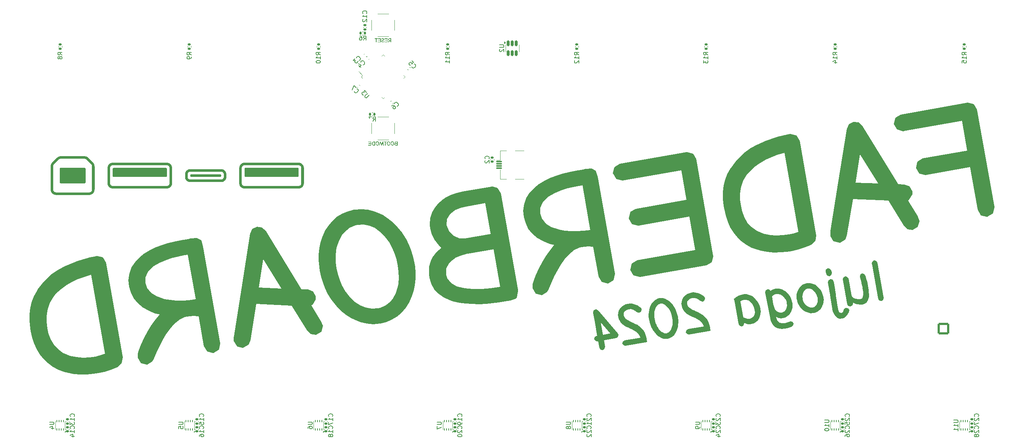
<source format=gbo>
%TF.GenerationSoftware,KiCad,Pcbnew,8.0.3*%
%TF.CreationDate,2024-07-13T17:18:51+02:00*%
%TF.ProjectId,faderboard,66616465-7262-46f6-9172-642e6b696361,rev?*%
%TF.SameCoordinates,Original*%
%TF.FileFunction,Legend,Bot*%
%TF.FilePolarity,Positive*%
%FSLAX46Y46*%
G04 Gerber Fmt 4.6, Leading zero omitted, Abs format (unit mm)*
G04 Created by KiCad (PCBNEW 8.0.3) date 2024-07-13 17:18:51*
%MOMM*%
%LPD*%
G01*
G04 APERTURE LIST*
G04 Aperture macros list*
%AMRoundRect*
0 Rectangle with rounded corners*
0 $1 Rounding radius*
0 $2 $3 $4 $5 $6 $7 $8 $9 X,Y pos of 4 corners*
0 Add a 4 corners polygon primitive as box body*
4,1,4,$2,$3,$4,$5,$6,$7,$8,$9,$2,$3,0*
0 Add four circle primitives for the rounded corners*
1,1,$1+$1,$2,$3*
1,1,$1+$1,$4,$5*
1,1,$1+$1,$6,$7*
1,1,$1+$1,$8,$9*
0 Add four rect primitives between the rounded corners*
20,1,$1+$1,$2,$3,$4,$5,0*
20,1,$1+$1,$4,$5,$6,$7,0*
20,1,$1+$1,$6,$7,$8,$9,0*
20,1,$1+$1,$8,$9,$2,$3,0*%
G04 Aperture macros list end*
%ADD10C,2.000000*%
%ADD11C,0.200000*%
%ADD12C,2.400000*%
%ADD13C,0.150000*%
%ADD14C,0.120000*%
%ADD15C,0.000000*%
%ADD16C,2.300000*%
%ADD17C,2.800000*%
%ADD18C,6.200000*%
%ADD19C,0.650000*%
%ADD20O,1.000000X2.100000*%
%ADD21O,1.000000X1.600000*%
%ADD22RoundRect,0.250001X1.099999X-1.099999X1.099999X1.099999X-1.099999X1.099999X-1.099999X-1.099999X0*%
%ADD23C,2.700000*%
%ADD24RoundRect,0.062500X0.062500X-0.187500X0.062500X0.187500X-0.062500X0.187500X-0.062500X-0.187500X0*%
%ADD25R,1.600000X0.900000*%
%ADD26RoundRect,0.140000X-0.170000X0.140000X-0.170000X-0.140000X0.170000X-0.140000X0.170000X0.140000X0*%
%ADD27RoundRect,0.075000X-0.575000X0.075000X-0.575000X-0.075000X0.575000X-0.075000X0.575000X0.075000X0*%
%ADD28R,1.600000X2.000000*%
%ADD29RoundRect,0.135000X-0.135000X-0.185000X0.135000X-0.185000X0.135000X0.185000X-0.135000X0.185000X0*%
%ADD30RoundRect,0.140000X0.170000X-0.140000X0.170000X0.140000X-0.170000X0.140000X-0.170000X-0.140000X0*%
%ADD31RoundRect,0.135000X0.185000X-0.135000X0.185000X0.135000X-0.185000X0.135000X-0.185000X-0.135000X0*%
%ADD32RoundRect,0.140000X-0.021213X0.219203X-0.219203X0.021213X0.021213X-0.219203X0.219203X-0.021213X0*%
%ADD33R,1.000000X0.750000*%
%ADD34RoundRect,0.140000X0.219203X0.021213X0.021213X0.219203X-0.219203X-0.021213X-0.021213X-0.219203X0*%
%ADD35RoundRect,0.140000X-0.219203X-0.021213X-0.021213X-0.219203X0.219203X0.021213X0.021213X0.219203X0*%
%ADD36RoundRect,0.140000X0.021213X-0.219203X0.219203X-0.021213X-0.021213X0.219203X-0.219203X0.021213X0*%
%ADD37RoundRect,0.075000X-0.521491X0.415425X0.415425X-0.521491X0.521491X-0.415425X-0.415425X0.521491X0*%
%ADD38RoundRect,0.075000X-0.521491X-0.415425X-0.415425X-0.521491X0.521491X0.415425X0.415425X0.521491X0*%
%ADD39RoundRect,0.150000X-0.150000X0.512500X-0.150000X-0.512500X0.150000X-0.512500X0.150000X0.512500X0*%
G04 APERTURE END LIST*
D10*
G36*
X233226717Y-94198535D02*
G01*
X233649216Y-93940163D01*
X233659844Y-93926235D01*
X233781023Y-93446048D01*
X232340276Y-85275167D01*
X232083185Y-84846736D01*
X232069533Y-84836806D01*
X231593475Y-84725585D01*
X231557368Y-84731186D01*
X231140723Y-84995508D01*
X231130324Y-85009854D01*
X231007400Y-85493054D01*
X231010133Y-85509708D01*
X232450879Y-93680588D01*
X232738605Y-94088674D01*
X233226717Y-94198535D01*
G37*
G36*
X228743196Y-94989101D02*
G01*
X229253168Y-94851747D01*
X229690379Y-94616219D01*
X229876150Y-94452036D01*
X230152937Y-94002238D01*
X230286231Y-93515142D01*
X230332483Y-93143919D01*
X230344870Y-92648039D01*
X230319406Y-92140946D01*
X230270612Y-91651921D01*
X230196924Y-91112702D01*
X230116502Y-90625013D01*
X230021360Y-90131206D01*
X229912166Y-89636393D01*
X229864822Y-89436777D01*
X229737566Y-88946313D01*
X229594840Y-88467151D01*
X229557523Y-88355073D01*
X229313443Y-87917273D01*
X229257783Y-87864782D01*
X228782970Y-87760017D01*
X228352296Y-88003538D01*
X228342064Y-88016328D01*
X228227282Y-88494655D01*
X228236298Y-88555800D01*
X228333446Y-88937967D01*
X228476792Y-89438532D01*
X228605394Y-89932203D01*
X228719250Y-90418979D01*
X228818362Y-90898862D01*
X228868377Y-91169985D01*
X228947515Y-91668250D01*
X229004297Y-92172957D01*
X229021051Y-92700649D01*
X228965447Y-93127034D01*
X228723871Y-93576014D01*
X228381022Y-93750906D01*
X227864029Y-93772623D01*
X227380338Y-93683218D01*
X227308853Y-93662186D01*
X226838040Y-93487372D01*
X226468763Y-93272134D01*
X226323079Y-92938206D01*
X225598089Y-88981305D01*
X225331728Y-88566296D01*
X225317440Y-88557091D01*
X224833430Y-88456427D01*
X224403842Y-88720663D01*
X224280340Y-89200586D01*
X224283226Y-89218111D01*
X225285854Y-94904294D01*
X225556334Y-95329463D01*
X225571029Y-95340111D01*
X226052117Y-95463407D01*
X226068477Y-95460726D01*
X226506316Y-95220040D01*
X226529759Y-95193382D01*
X226666868Y-94720369D01*
X226664098Y-94703434D01*
X226636105Y-94544683D01*
X227099573Y-94744664D01*
X227591467Y-94916851D01*
X227714880Y-94952171D01*
X228215518Y-95027582D01*
X228709424Y-94994843D01*
X228743196Y-94989101D01*
G37*
G36*
X221201917Y-88382490D02*
G01*
X221623545Y-88114145D01*
X221642830Y-88084016D01*
X221722078Y-87595828D01*
X221717604Y-87579770D01*
X221557524Y-86995410D01*
X221271773Y-86626657D01*
X220794410Y-86549622D01*
X220369927Y-86813901D01*
X220340762Y-86860263D01*
X220259542Y-87344109D01*
X220268108Y-87376535D01*
X220429037Y-87965706D01*
X220726675Y-88317482D01*
X221201917Y-88382490D01*
G37*
G36*
X224074264Y-98272626D02*
G01*
X224545272Y-98117419D01*
X224964899Y-97826960D01*
X225075355Y-97719130D01*
X225387230Y-97340622D01*
X225627834Y-96906767D01*
X225689823Y-96745226D01*
X225772511Y-96313987D01*
X225509996Y-95894396D01*
X225495824Y-95884114D01*
X225014130Y-95768946D01*
X224978000Y-95774532D01*
X224553560Y-96043130D01*
X224425414Y-96367989D01*
X224236753Y-96803032D01*
X223906921Y-97000077D01*
X223473435Y-96806180D01*
X223263337Y-96350780D01*
X223197783Y-96058671D01*
X223112651Y-95565890D01*
X223030215Y-95072004D01*
X222942978Y-94534399D01*
X222933990Y-94478235D01*
X222852984Y-93971354D01*
X222772179Y-93465616D01*
X222691575Y-92961018D01*
X222646882Y-92681180D01*
X222556823Y-92101543D01*
X222471559Y-91560782D01*
X222391092Y-91058895D01*
X222300862Y-90507946D01*
X222217538Y-90012976D01*
X222153377Y-89643263D01*
X221905951Y-89204288D01*
X221878817Y-89183254D01*
X221401069Y-89062449D01*
X221364955Y-89068013D01*
X220949505Y-89339107D01*
X220939184Y-89353897D01*
X220815585Y-89829812D01*
X220820689Y-89863372D01*
X221299501Y-92747632D01*
X221392838Y-93345861D01*
X221482105Y-93909325D01*
X221567300Y-94438025D01*
X221648424Y-94931961D01*
X221740399Y-95478795D01*
X221826511Y-95975569D01*
X221943611Y-96503718D01*
X222121554Y-97024553D01*
X222377988Y-97504969D01*
X222655926Y-97838207D01*
X223052475Y-98129257D01*
X223537694Y-98286353D01*
X224074264Y-98272626D01*
G37*
G36*
X217092684Y-90094231D02*
G01*
X217565887Y-90266154D01*
X217821998Y-90394917D01*
X218253324Y-90676477D01*
X218646500Y-91022049D01*
X219001526Y-91431633D01*
X219209851Y-91733580D01*
X219467067Y-92214229D01*
X219657955Y-92728153D01*
X219771952Y-93212909D01*
X219797731Y-93378270D01*
X219833242Y-93867080D01*
X219799114Y-94397408D01*
X219687531Y-94914267D01*
X219655852Y-95015308D01*
X219457965Y-95489403D01*
X219194261Y-95911647D01*
X218864740Y-96282040D01*
X218439996Y-96612508D01*
X217966413Y-96845501D01*
X217493503Y-96972725D01*
X217332203Y-96996524D01*
X216796809Y-97008387D01*
X216264911Y-96916458D01*
X215789193Y-96744978D01*
X215531062Y-96616572D01*
X215097283Y-96335444D01*
X214703177Y-95990035D01*
X214348744Y-95580347D01*
X214107504Y-95226113D01*
X213856277Y-94739003D01*
X213688628Y-94276107D01*
X213573367Y-93785064D01*
X213556065Y-93678205D01*
X213516711Y-93149257D01*
X213518830Y-93121167D01*
X214902495Y-93121167D01*
X214942269Y-93615613D01*
X214992967Y-93848745D01*
X215163668Y-94325787D01*
X215417643Y-94764405D01*
X215510134Y-94888958D01*
X215869130Y-95261914D01*
X216283006Y-95536898D01*
X216314363Y-95552730D01*
X216780942Y-95709509D01*
X217270838Y-95709931D01*
X217548611Y-95626425D01*
X217955257Y-95343719D01*
X218198692Y-95022655D01*
X218389587Y-94557824D01*
X218419429Y-94433672D01*
X218462785Y-93927729D01*
X218412805Y-93437682D01*
X218361864Y-93200204D01*
X218194424Y-92714873D01*
X217948894Y-92269509D01*
X217881992Y-92173144D01*
X217539360Y-91782994D01*
X217116642Y-91473816D01*
X216662490Y-91299334D01*
X216146780Y-91290174D01*
X215794784Y-91409205D01*
X215408730Y-91717925D01*
X215145051Y-92107293D01*
X214974672Y-92575695D01*
X214966978Y-92607343D01*
X214902495Y-93121167D01*
X213518830Y-93121167D01*
X213555946Y-92629219D01*
X213673771Y-92118089D01*
X213706137Y-92017479D01*
X213906826Y-91543617D01*
X214172282Y-91118400D01*
X214502506Y-90741828D01*
X214538796Y-90706895D01*
X214924432Y-90403384D01*
X215396367Y-90165727D01*
X215868793Y-90037134D01*
X216029621Y-90013419D01*
X216563136Y-90001887D01*
X217092684Y-90094231D01*
G37*
G36*
X209370071Y-91286046D02*
G01*
X209862513Y-91374230D01*
X210344400Y-91549417D01*
X210602954Y-91680910D01*
X211036954Y-91967993D01*
X211430588Y-92319872D01*
X211783856Y-92736544D01*
X212021946Y-93094843D01*
X212270061Y-93584574D01*
X212435827Y-94047336D01*
X212550035Y-94535930D01*
X212577977Y-94714300D01*
X212616353Y-95230485D01*
X212579033Y-95770725D01*
X212457544Y-96275913D01*
X212262005Y-96735303D01*
X211976544Y-97174714D01*
X211617364Y-97545067D01*
X211240449Y-97814247D01*
X210790935Y-98029781D01*
X210304854Y-98160915D01*
X209948421Y-98197977D01*
X209445892Y-98156126D01*
X209175690Y-98075890D01*
X208741482Y-97804152D01*
X208828166Y-98141043D01*
X208937258Y-98477547D01*
X209207767Y-98938261D01*
X209640970Y-99265048D01*
X210128565Y-99376212D01*
X210627136Y-99341661D01*
X210814168Y-99305272D01*
X211296106Y-99169141D01*
X211631021Y-99043124D01*
X212060453Y-98890520D01*
X212076960Y-98887796D01*
X212559743Y-98993450D01*
X212839544Y-99412854D01*
X212766053Y-99839990D01*
X212437906Y-100130981D01*
X212337995Y-100172024D01*
X211837943Y-100354653D01*
X211337068Y-100499646D01*
X210835369Y-100607000D01*
X210675661Y-100632206D01*
X210139507Y-100669864D01*
X209638853Y-100628870D01*
X209110148Y-100485710D01*
X208627812Y-100239819D01*
X208408244Y-100078499D01*
X208028516Y-99676095D01*
X207761232Y-99236750D01*
X207554595Y-98715981D01*
X207425747Y-98204799D01*
X206395200Y-93068485D01*
X207819652Y-93068485D01*
X208128838Y-94821965D01*
X208186845Y-95111597D01*
X208332805Y-95624664D01*
X208544737Y-96096360D01*
X208872394Y-96521175D01*
X209188468Y-96750775D01*
X209667339Y-96901522D01*
X210163970Y-96883700D01*
X210347982Y-96837630D01*
X210789692Y-96576643D01*
X211102831Y-96160130D01*
X211269559Y-95704303D01*
X211322175Y-95183024D01*
X211270985Y-94652336D01*
X211205451Y-94360095D01*
X211035105Y-93899710D01*
X210767885Y-93458831D01*
X210670060Y-93336768D01*
X210290267Y-92977787D01*
X209852289Y-92724956D01*
X209751829Y-92684608D01*
X209240713Y-92570087D01*
X208750414Y-92594353D01*
X208719127Y-92600209D01*
X208245708Y-92770150D01*
X208229854Y-92778269D01*
X207819652Y-93068485D01*
X206395200Y-93068485D01*
X206238654Y-92288252D01*
X206226383Y-92221585D01*
X206321360Y-91730525D01*
X206331264Y-91718403D01*
X206768773Y-91482987D01*
X207090224Y-91475833D01*
X207477860Y-91777093D01*
X207624821Y-91690146D01*
X208085061Y-91466836D01*
X208583072Y-91321804D01*
X208867075Y-91284865D01*
X209370071Y-91286046D01*
G37*
G36*
X201951096Y-92605130D02*
G01*
X202463263Y-92708386D01*
X202955383Y-92909343D01*
X203266831Y-93089174D01*
X203697286Y-93412151D01*
X204083681Y-93799005D01*
X204390156Y-94196500D01*
X204652853Y-94627910D01*
X204865214Y-95076256D01*
X205027239Y-95541538D01*
X205138928Y-96023755D01*
X205156954Y-96133897D01*
X205202567Y-96669491D01*
X205173986Y-97179901D01*
X205071211Y-97665126D01*
X204900310Y-98111502D01*
X204640641Y-98541863D01*
X204305881Y-98908682D01*
X203944352Y-99177765D01*
X203497465Y-99394594D01*
X202999029Y-99528492D01*
X202812590Y-99556048D01*
X202289038Y-99568584D01*
X201770230Y-99459137D01*
X201317652Y-99219818D01*
X201351581Y-99412244D01*
X201247954Y-99837254D01*
X200824879Y-100068100D01*
X200790194Y-100073364D01*
X200316113Y-99939560D01*
X200287807Y-99916989D01*
X200034336Y-99480823D01*
X199120159Y-94296269D01*
X200476778Y-94296269D01*
X201166862Y-97956751D01*
X201401376Y-98089434D01*
X201868733Y-98252130D01*
X202174900Y-98303937D01*
X202680152Y-98282663D01*
X202882754Y-98235434D01*
X203321850Y-98020417D01*
X203653099Y-97639886D01*
X203792259Y-97279419D01*
X203844434Y-96757767D01*
X203792232Y-96248814D01*
X203715913Y-95906531D01*
X203546648Y-95421948D01*
X203311641Y-94971976D01*
X203171033Y-94765625D01*
X202826819Y-94385929D01*
X202428465Y-94098460D01*
X202296426Y-94030482D01*
X201816343Y-93891546D01*
X201308346Y-93906590D01*
X200890828Y-94033615D01*
X200476778Y-94296269D01*
X199120159Y-94296269D01*
X199002020Y-93626268D01*
X199129436Y-93540558D01*
X199568076Y-93261396D01*
X199995338Y-93014621D01*
X200149699Y-92935960D01*
X200622332Y-92754968D01*
X201114545Y-92638706D01*
X201418882Y-92599576D01*
X201951096Y-92605130D01*
G37*
G36*
X193463449Y-100431119D02*
G01*
X193359986Y-99941272D01*
X193208758Y-99431731D01*
X193022345Y-98975826D01*
X192770574Y-98527044D01*
X192454876Y-98097297D01*
X192117284Y-97732929D01*
X191720643Y-97407636D01*
X191683271Y-97381987D01*
X191242980Y-97107551D01*
X190794635Y-96868068D01*
X190351974Y-96660679D01*
X190248567Y-96615640D01*
X189779139Y-96395949D01*
X189339412Y-96180258D01*
X189130762Y-96071188D01*
X188706354Y-95785050D01*
X188488908Y-95581698D01*
X188215736Y-95148766D01*
X188141374Y-94876624D01*
X188166023Y-94373336D01*
X188385138Y-93980485D01*
X188777559Y-93660180D01*
X189258835Y-93491942D01*
X189294821Y-93485269D01*
X189811586Y-93463903D01*
X190293013Y-93588273D01*
X190354534Y-93615867D01*
X190789890Y-93848495D01*
X191116654Y-94084151D01*
X191414455Y-94282131D01*
X191755575Y-94303826D01*
X192178320Y-94041823D01*
X192197759Y-94012568D01*
X192302540Y-93524834D01*
X192299841Y-93508467D01*
X192154860Y-93206657D01*
X191767950Y-92892255D01*
X191730449Y-92867314D01*
X191308924Y-92617522D01*
X190846923Y-92411137D01*
X190516436Y-92297664D01*
X190038169Y-92194197D01*
X189540831Y-92172047D01*
X189072157Y-92222475D01*
X188566356Y-92352983D01*
X188113911Y-92556725D01*
X187748898Y-92805496D01*
X187378567Y-93167130D01*
X187094938Y-93585321D01*
X186954018Y-93895536D01*
X186822614Y-94384540D01*
X186793992Y-94886809D01*
X186832013Y-95229025D01*
X186956739Y-95715331D01*
X187170455Y-96182020D01*
X187383916Y-96488328D01*
X187740077Y-96872027D01*
X188129964Y-97191656D01*
X188321288Y-97317567D01*
X188748604Y-97556690D01*
X189206729Y-97780718D01*
X189628812Y-97967453D01*
X190072562Y-98177366D01*
X190519206Y-98417970D01*
X190950187Y-98690838D01*
X191139904Y-98829456D01*
X191500696Y-99179585D01*
X191789418Y-99616273D01*
X191989353Y-100088376D01*
X188371748Y-100726257D01*
X187953511Y-100981550D01*
X187943008Y-100995304D01*
X187820272Y-101480725D01*
X188099933Y-101885273D01*
X188578056Y-101991749D01*
X188594413Y-101989051D01*
X193583052Y-101109420D01*
X193463449Y-100431119D01*
G37*
G36*
X182522983Y-93533670D02*
G01*
X183044787Y-93685645D01*
X183505292Y-93915854D01*
X183675107Y-94023048D01*
X184106346Y-94353204D01*
X184457907Y-94694954D01*
X184785413Y-95086042D01*
X185088863Y-95526469D01*
X185248548Y-95795848D01*
X185495066Y-96284629D01*
X185699673Y-96795517D01*
X185862368Y-97328511D01*
X185983151Y-97883610D01*
X186028929Y-98180592D01*
X186076252Y-98694155D01*
X186081844Y-99199886D01*
X186045704Y-99697784D01*
X185967833Y-100187851D01*
X185850187Y-100655600D01*
X185669878Y-101147686D01*
X185440657Y-101594454D01*
X185124318Y-102042899D01*
X184924430Y-102261767D01*
X184529614Y-102583475D01*
X184089775Y-102812286D01*
X183604914Y-102948198D01*
X183257175Y-102984839D01*
X182737183Y-102946983D01*
X182219132Y-102797747D01*
X181760271Y-102571588D01*
X181646678Y-102501743D01*
X181211975Y-102182273D01*
X180808745Y-101798661D01*
X180481735Y-101410385D01*
X180178820Y-100973000D01*
X179981657Y-100636875D01*
X179741240Y-100145577D01*
X179542368Y-99630100D01*
X179385043Y-99090447D01*
X179283260Y-98608642D01*
X179236892Y-98308316D01*
X179188760Y-97790166D01*
X179183461Y-97349405D01*
X180500808Y-97349405D01*
X180519206Y-97869938D01*
X180588781Y-98403245D01*
X180649537Y-98705234D01*
X180792573Y-99225176D01*
X180978903Y-99714727D01*
X181208526Y-100173888D01*
X181236576Y-100222848D01*
X181531490Y-100671809D01*
X181852611Y-101046880D01*
X182236114Y-101374116D01*
X182416624Y-101490185D01*
X182883478Y-101675086D01*
X183382249Y-101685404D01*
X183479471Y-101664163D01*
X183919189Y-101443199D01*
X184259832Y-101064402D01*
X184436161Y-100745122D01*
X184610864Y-100253773D01*
X184710367Y-99737467D01*
X184722200Y-99637658D01*
X184751803Y-99132494D01*
X184732136Y-98617125D01*
X184663199Y-98091553D01*
X184602587Y-97789357D01*
X184460544Y-97267997D01*
X184276147Y-96775685D01*
X184049397Y-96312421D01*
X184021708Y-96262940D01*
X183729249Y-95809768D01*
X183408481Y-95432309D01*
X183022942Y-95104553D01*
X182839660Y-94988972D01*
X182367798Y-94804955D01*
X181867185Y-94794962D01*
X181803786Y-94807972D01*
X181342810Y-95035736D01*
X181006864Y-95415400D01*
X180828597Y-95733823D01*
X180650229Y-96224830D01*
X180546283Y-96741626D01*
X180533586Y-96841645D01*
X180500808Y-97349405D01*
X179183461Y-97349405D01*
X179182644Y-97281458D01*
X179218543Y-96782195D01*
X179296458Y-96292376D01*
X179413709Y-95823729D01*
X179593051Y-95331000D01*
X179820758Y-94883996D01*
X180134738Y-94435770D01*
X180332489Y-94217279D01*
X180724049Y-93896145D01*
X181161393Y-93667774D01*
X181644521Y-93532168D01*
X181997224Y-93495000D01*
X182522983Y-93533670D01*
G37*
G36*
X178723633Y-103030146D02*
G01*
X178620170Y-102540299D01*
X178468941Y-102030758D01*
X178282528Y-101574853D01*
X178030757Y-101126071D01*
X177715060Y-100696324D01*
X177377468Y-100331956D01*
X176980827Y-100006664D01*
X176943455Y-99981014D01*
X176503164Y-99706579D01*
X176054819Y-99467095D01*
X175612157Y-99259706D01*
X175508751Y-99214668D01*
X175039323Y-98994976D01*
X174599596Y-98779285D01*
X174390946Y-98670215D01*
X173966538Y-98384078D01*
X173749091Y-98180725D01*
X173475919Y-97747793D01*
X173401558Y-97475652D01*
X173426207Y-96972363D01*
X173645322Y-96579513D01*
X174037743Y-96259207D01*
X174519019Y-96090969D01*
X174555005Y-96084297D01*
X175071769Y-96062930D01*
X175553197Y-96187300D01*
X175614718Y-96214894D01*
X176050073Y-96447523D01*
X176376838Y-96683178D01*
X176674639Y-96881158D01*
X177015759Y-96902853D01*
X177438504Y-96640851D01*
X177457943Y-96611595D01*
X177562724Y-96123861D01*
X177560025Y-96107494D01*
X177415044Y-95805684D01*
X177028134Y-95491283D01*
X176990633Y-95466342D01*
X176569107Y-95216549D01*
X176107107Y-95010165D01*
X175776620Y-94896691D01*
X175298352Y-94793225D01*
X174801015Y-94771075D01*
X174332340Y-94821502D01*
X173826540Y-94952010D01*
X173374095Y-95155752D01*
X173009081Y-95404524D01*
X172638751Y-95766157D01*
X172355121Y-96184348D01*
X172214202Y-96494563D01*
X172082797Y-96983567D01*
X172054176Y-97485837D01*
X172092197Y-97828053D01*
X172216923Y-98314358D01*
X172430639Y-98781047D01*
X172644100Y-99087356D01*
X173000260Y-99471054D01*
X173390148Y-99790683D01*
X173581472Y-99916595D01*
X174008788Y-100155717D01*
X174466913Y-100379746D01*
X174888995Y-100566481D01*
X175332746Y-100776393D01*
X175779390Y-101016997D01*
X176210370Y-101289866D01*
X176400088Y-101428483D01*
X176760879Y-101778612D01*
X177049601Y-102215301D01*
X177249537Y-102687403D01*
X173631932Y-103325284D01*
X173213695Y-103580577D01*
X173203191Y-103594331D01*
X173080455Y-104079753D01*
X173360117Y-104484300D01*
X173838239Y-104590776D01*
X173854596Y-104588079D01*
X178843235Y-103708447D01*
X178723633Y-103030146D01*
G37*
G36*
X167445431Y-96370665D02*
G01*
X171989088Y-101645757D01*
X172167168Y-102008694D01*
X172170262Y-102027255D01*
X172074423Y-102523549D01*
X172055288Y-102549748D01*
X171620781Y-102792026D01*
X168780096Y-103292916D01*
X169045597Y-104798648D01*
X169050846Y-104832812D01*
X168938844Y-105318453D01*
X168918639Y-105348144D01*
X168504299Y-105610844D01*
X168471306Y-105615809D01*
X167995533Y-105482304D01*
X167950957Y-105448188D01*
X167699325Y-105026111D01*
X167435520Y-103530001D01*
X167353739Y-103544421D01*
X167319309Y-103549755D01*
X166838036Y-103446865D01*
X166549462Y-103033968D01*
X166651398Y-102557175D01*
X167075752Y-102291381D01*
X167212856Y-102267206D01*
X166671010Y-99194246D01*
X168057389Y-99194246D01*
X168557431Y-102030121D01*
X170219509Y-101737052D01*
X168057389Y-99194246D01*
X166671010Y-99194246D01*
X166274695Y-96946633D01*
X166269258Y-96911349D01*
X166384277Y-96428809D01*
X166404744Y-96400273D01*
X166834950Y-96143494D01*
X167007503Y-96133995D01*
X167445431Y-96370665D01*
G37*
D11*
G36*
X120793746Y-57046556D02*
G01*
X120838311Y-57066992D01*
X120840854Y-57069587D01*
X120859316Y-57115840D01*
X120859316Y-57929902D01*
X120858868Y-57942176D01*
X120840997Y-57989497D01*
X120826949Y-57999157D01*
X120777738Y-58007815D01*
X120739478Y-58007509D01*
X120684356Y-58005901D01*
X120631956Y-58002915D01*
X120582278Y-57998551D01*
X120520275Y-57990588D01*
X120463110Y-57980176D01*
X120410785Y-57967313D01*
X120363299Y-57952000D01*
X120310746Y-57929413D01*
X120282811Y-57914112D01*
X120242358Y-57885938D01*
X120203890Y-57847722D01*
X120176413Y-57804697D01*
X120159926Y-57756863D01*
X120154482Y-57704710D01*
X120293649Y-57704710D01*
X120297831Y-57735490D01*
X120323386Y-57780303D01*
X120366248Y-57813701D01*
X120412595Y-57835136D01*
X120451430Y-57847942D01*
X120502423Y-57860444D01*
X120558208Y-57869820D01*
X120608355Y-57875247D01*
X120661830Y-57878503D01*
X120718632Y-57879588D01*
X120718632Y-57562316D01*
X120503454Y-57562316D01*
X120497254Y-57562355D01*
X120445408Y-57566156D01*
X120396140Y-57577677D01*
X120348604Y-57601639D01*
X120335724Y-57611852D01*
X120304168Y-57653606D01*
X120293649Y-57704710D01*
X120154482Y-57704710D01*
X120154431Y-57704221D01*
X120157213Y-57660264D01*
X120168169Y-57612153D01*
X120189602Y-57566713D01*
X120212283Y-57536990D01*
X120251542Y-57502769D01*
X120296580Y-57476831D01*
X120274584Y-57448842D01*
X120250123Y-57402188D01*
X120235901Y-57349932D01*
X120231856Y-57298778D01*
X120232004Y-57296336D01*
X120371074Y-57296336D01*
X120371111Y-57299653D01*
X120381621Y-57349807D01*
X120408443Y-57391835D01*
X120413194Y-57396952D01*
X120453869Y-57424804D01*
X120503454Y-57434089D01*
X120718632Y-57434089D01*
X120718632Y-57174703D01*
X120551325Y-57174703D01*
X120510766Y-57176886D01*
X120462923Y-57187016D01*
X120418213Y-57209630D01*
X120415313Y-57211814D01*
X120382859Y-57248647D01*
X120371074Y-57296336D01*
X120232004Y-57296336D01*
X120233609Y-57269849D01*
X120246167Y-57218541D01*
X120268492Y-57173970D01*
X120294896Y-57140163D01*
X120332040Y-57108098D01*
X120377669Y-57081402D01*
X120400971Y-57071340D01*
X120451832Y-57056333D01*
X120502462Y-57048658D01*
X120551325Y-57046475D01*
X120790439Y-57046475D01*
X120793746Y-57046556D01*
G37*
G36*
X119641369Y-57038727D02*
G01*
X119695789Y-57044108D01*
X119748378Y-57058098D01*
X119799135Y-57080699D01*
X119842044Y-57107536D01*
X119865503Y-57125545D01*
X119903672Y-57160863D01*
X119938172Y-57201019D01*
X119969002Y-57246014D01*
X119996161Y-57295847D01*
X120003141Y-57310870D01*
X120021379Y-57357061D01*
X120035565Y-57404934D01*
X120045697Y-57454491D01*
X120051776Y-57505730D01*
X120053803Y-57558653D01*
X120053066Y-57589904D01*
X120048233Y-57642776D01*
X120038888Y-57693334D01*
X120025031Y-57741578D01*
X120006664Y-57787508D01*
X119980850Y-57835975D01*
X119950549Y-57879038D01*
X119915760Y-57916697D01*
X119876482Y-57948953D01*
X119833648Y-57974705D01*
X119788189Y-57993100D01*
X119740103Y-58004136D01*
X119689392Y-58007815D01*
X119682371Y-58007748D01*
X119627352Y-58002367D01*
X119574378Y-57988376D01*
X119523449Y-57965776D01*
X119480565Y-57938939D01*
X119457053Y-57920941D01*
X119418826Y-57885699D01*
X119384317Y-57845688D01*
X119353524Y-57800908D01*
X119326447Y-57751360D01*
X119319467Y-57736420D01*
X119301229Y-57690376D01*
X119287044Y-57642494D01*
X119276912Y-57592774D01*
X119270833Y-57541217D01*
X119268991Y-57492707D01*
X119409490Y-57492707D01*
X119411313Y-57540430D01*
X119417862Y-57592252D01*
X119429174Y-57641173D01*
X119447592Y-57692742D01*
X119454920Y-57708977D01*
X119479660Y-57753558D01*
X119511999Y-57795843D01*
X119549441Y-57830495D01*
X119590605Y-57856384D01*
X119638584Y-57873787D01*
X119689392Y-57879588D01*
X119707672Y-57878687D01*
X119756826Y-57866586D01*
X119799790Y-57842707D01*
X119827038Y-57819141D01*
X119858379Y-57778944D01*
X119882100Y-57733286D01*
X119891036Y-57709914D01*
X119904364Y-57658947D01*
X119911180Y-57608265D01*
X119913119Y-57559385D01*
X119911366Y-57511151D01*
X119905069Y-57458803D01*
X119894192Y-57409417D01*
X119876482Y-57357397D01*
X119869392Y-57341020D01*
X119845467Y-57295962D01*
X119814217Y-57253057D01*
X119778053Y-57217690D01*
X119738206Y-57190899D01*
X119691895Y-57172890D01*
X119642986Y-57166887D01*
X119624635Y-57167823D01*
X119574519Y-57180406D01*
X119529658Y-57205233D01*
X119500839Y-57229624D01*
X119467643Y-57270920D01*
X119442463Y-57317585D01*
X119432964Y-57341309D01*
X119418796Y-57392801D01*
X119411551Y-57443752D01*
X119409490Y-57492707D01*
X119268991Y-57492707D01*
X119268806Y-57487822D01*
X119269543Y-57456227D01*
X119274376Y-57402864D01*
X119283721Y-57351955D01*
X119297577Y-57303501D01*
X119315945Y-57257501D01*
X119341697Y-57209095D01*
X119372060Y-57166215D01*
X119407032Y-57128862D01*
X119446615Y-57097034D01*
X119489770Y-57071495D01*
X119535458Y-57053253D01*
X119583681Y-57042308D01*
X119634438Y-57038660D01*
X119641369Y-57038727D01*
G37*
G36*
X118748417Y-57038727D02*
G01*
X118802838Y-57044108D01*
X118855426Y-57058098D01*
X118906183Y-57080699D01*
X118949092Y-57107536D01*
X118972551Y-57125545D01*
X119010720Y-57160863D01*
X119045220Y-57201019D01*
X119076050Y-57246014D01*
X119103210Y-57295847D01*
X119110190Y-57310870D01*
X119128428Y-57357061D01*
X119142613Y-57404934D01*
X119152745Y-57454491D01*
X119158824Y-57505730D01*
X119160851Y-57558653D01*
X119160114Y-57589904D01*
X119155281Y-57642776D01*
X119145936Y-57693334D01*
X119132080Y-57741578D01*
X119113712Y-57787508D01*
X119087899Y-57835975D01*
X119057597Y-57879038D01*
X119022808Y-57916697D01*
X118983531Y-57948953D01*
X118940696Y-57974705D01*
X118895237Y-57993100D01*
X118847151Y-58004136D01*
X118796441Y-58007815D01*
X118789419Y-58007748D01*
X118734400Y-58002367D01*
X118681426Y-57988376D01*
X118630497Y-57965776D01*
X118587613Y-57938939D01*
X118564101Y-57920941D01*
X118525875Y-57885699D01*
X118491365Y-57845688D01*
X118460572Y-57800908D01*
X118433496Y-57751360D01*
X118426516Y-57736420D01*
X118408278Y-57690376D01*
X118394092Y-57642494D01*
X118383960Y-57592774D01*
X118377881Y-57541217D01*
X118376039Y-57492707D01*
X118516538Y-57492707D01*
X118518361Y-57540430D01*
X118524910Y-57592252D01*
X118536222Y-57641173D01*
X118554640Y-57692742D01*
X118561968Y-57708977D01*
X118586708Y-57753558D01*
X118619047Y-57795843D01*
X118656489Y-57830495D01*
X118697653Y-57856384D01*
X118745633Y-57873787D01*
X118796441Y-57879588D01*
X118814721Y-57878687D01*
X118863874Y-57866586D01*
X118906838Y-57842707D01*
X118934086Y-57819141D01*
X118965427Y-57778944D01*
X118989148Y-57733286D01*
X118998084Y-57709914D01*
X119011413Y-57658947D01*
X119018228Y-57608265D01*
X119020167Y-57559385D01*
X119018414Y-57511151D01*
X119012117Y-57458803D01*
X119001241Y-57409417D01*
X118983531Y-57357397D01*
X118976440Y-57341020D01*
X118952515Y-57295962D01*
X118921265Y-57253057D01*
X118885101Y-57217690D01*
X118845254Y-57190899D01*
X118798943Y-57172890D01*
X118750034Y-57166887D01*
X118731683Y-57167823D01*
X118681567Y-57180406D01*
X118636706Y-57205233D01*
X118607887Y-57229624D01*
X118574691Y-57270920D01*
X118549511Y-57317585D01*
X118540012Y-57341309D01*
X118525844Y-57392801D01*
X118518599Y-57443752D01*
X118516538Y-57492707D01*
X118376039Y-57492707D01*
X118375854Y-57487822D01*
X118376591Y-57456227D01*
X118381424Y-57402864D01*
X118390769Y-57351955D01*
X118404626Y-57303501D01*
X118422993Y-57257501D01*
X118448746Y-57209095D01*
X118479108Y-57166215D01*
X118514081Y-57128862D01*
X118553663Y-57097034D01*
X118596818Y-57071495D01*
X118642506Y-57053253D01*
X118690729Y-57042308D01*
X118741486Y-57038660D01*
X118748417Y-57038727D01*
G37*
G36*
X117997522Y-58007815D02*
G01*
X118044176Y-57989783D01*
X118046859Y-57987299D01*
X118067782Y-57941503D01*
X118067864Y-57937962D01*
X118067864Y-57187159D01*
X118288660Y-57187159D01*
X118334670Y-57168483D01*
X118337264Y-57165910D01*
X118357358Y-57121337D01*
X118357536Y-57116085D01*
X118339719Y-57069015D01*
X118337264Y-57066503D01*
X118292141Y-57046554D01*
X118288660Y-57046475D01*
X117706385Y-57046475D01*
X117659559Y-57064078D01*
X117657048Y-57066503D01*
X117637341Y-57112399D01*
X117637264Y-57116085D01*
X117653512Y-57162671D01*
X117657048Y-57166643D01*
X117702729Y-57187079D01*
X117706385Y-57187159D01*
X117928646Y-57187159D01*
X117928646Y-57937962D01*
X117946678Y-57984673D01*
X117949162Y-57987299D01*
X117994042Y-58007735D01*
X117997522Y-58007815D01*
G37*
G36*
X117623586Y-58007815D02*
G01*
X117669940Y-57991715D01*
X117672191Y-57989497D01*
X117689776Y-57947976D01*
X117684159Y-57901081D01*
X117509525Y-57094103D01*
X117485833Y-57053558D01*
X117440648Y-57038660D01*
X117394147Y-57055795D01*
X117375924Y-57087264D01*
X117177599Y-57721807D01*
X116952407Y-57084577D01*
X116919479Y-57046238D01*
X116882065Y-57038660D01*
X116842253Y-57053558D01*
X116820272Y-57094103D01*
X116641730Y-57899616D01*
X116634647Y-57942358D01*
X116653214Y-57987551D01*
X116654431Y-57988764D01*
X116699868Y-58007741D01*
X116703524Y-58007815D01*
X116748464Y-57993161D01*
X116770935Y-57954570D01*
X116900383Y-57367899D01*
X117117027Y-57962875D01*
X117142428Y-57995847D01*
X117183216Y-58007815D01*
X117229836Y-57991025D01*
X117247941Y-57960188D01*
X117430879Y-57388660D01*
X117554710Y-57953105D01*
X117578646Y-57993161D01*
X117623586Y-58007815D01*
G37*
G36*
X116160420Y-57038727D02*
G01*
X116214840Y-57044108D01*
X116267429Y-57058098D01*
X116318186Y-57080699D01*
X116361095Y-57107536D01*
X116384554Y-57125545D01*
X116422723Y-57160863D01*
X116457223Y-57201019D01*
X116488052Y-57246014D01*
X116515212Y-57295847D01*
X116522192Y-57310870D01*
X116540430Y-57357061D01*
X116554616Y-57404934D01*
X116564748Y-57454491D01*
X116570827Y-57505730D01*
X116572854Y-57558653D01*
X116572117Y-57589904D01*
X116567284Y-57642776D01*
X116557939Y-57693334D01*
X116544082Y-57741578D01*
X116525715Y-57787508D01*
X116499901Y-57835975D01*
X116469600Y-57879038D01*
X116434811Y-57916697D01*
X116395533Y-57948953D01*
X116352699Y-57974705D01*
X116307240Y-57993100D01*
X116259154Y-58004136D01*
X116208443Y-58007815D01*
X116201422Y-58007748D01*
X116146403Y-58002367D01*
X116093429Y-57988376D01*
X116042500Y-57965776D01*
X115999616Y-57938939D01*
X115976103Y-57920941D01*
X115937877Y-57885699D01*
X115903368Y-57845688D01*
X115872575Y-57800908D01*
X115845498Y-57751360D01*
X115838518Y-57736420D01*
X115820280Y-57690376D01*
X115806095Y-57642494D01*
X115795963Y-57592774D01*
X115789884Y-57541217D01*
X115788042Y-57492707D01*
X115928541Y-57492707D01*
X115930364Y-57540430D01*
X115936913Y-57592252D01*
X115948224Y-57641173D01*
X115966643Y-57692742D01*
X115973971Y-57708977D01*
X115998711Y-57753558D01*
X116031050Y-57795843D01*
X116068492Y-57830495D01*
X116109656Y-57856384D01*
X116157635Y-57873787D01*
X116208443Y-57879588D01*
X116226723Y-57878687D01*
X116275877Y-57866586D01*
X116318841Y-57842707D01*
X116346089Y-57819141D01*
X116377430Y-57778944D01*
X116401151Y-57733286D01*
X116410087Y-57709914D01*
X116423415Y-57658947D01*
X116430231Y-57608265D01*
X116432170Y-57559385D01*
X116430417Y-57511151D01*
X116424120Y-57458803D01*
X116413243Y-57409417D01*
X116395533Y-57357397D01*
X116388443Y-57341020D01*
X116364518Y-57295962D01*
X116333268Y-57253057D01*
X116297103Y-57217690D01*
X116257257Y-57190899D01*
X116210946Y-57172890D01*
X116162037Y-57166887D01*
X116143686Y-57167823D01*
X116093570Y-57180406D01*
X116048708Y-57205233D01*
X116019889Y-57229624D01*
X115986693Y-57270920D01*
X115961514Y-57317585D01*
X115952015Y-57341309D01*
X115937847Y-57392801D01*
X115930602Y-57443752D01*
X115928541Y-57492707D01*
X115788042Y-57492707D01*
X115787857Y-57487822D01*
X115788594Y-57456227D01*
X115793427Y-57402864D01*
X115802772Y-57351955D01*
X115816628Y-57303501D01*
X115834996Y-57257501D01*
X115860748Y-57209095D01*
X115891111Y-57166215D01*
X115926083Y-57128862D01*
X115965666Y-57097034D01*
X116008821Y-57071495D01*
X116054509Y-57053253D01*
X116102732Y-57042308D01*
X116153489Y-57038660D01*
X116160420Y-57038727D01*
G37*
G36*
X115563882Y-57046553D02*
G01*
X115610293Y-57066259D01*
X115612747Y-57068770D01*
X115630565Y-57115596D01*
X115630565Y-57914759D01*
X115615177Y-57957013D01*
X115577076Y-57983879D01*
X115556871Y-57989048D01*
X115508199Y-57998778D01*
X115457946Y-58005556D01*
X115408304Y-58007815D01*
X115365062Y-58006664D01*
X115315076Y-58002245D01*
X115259385Y-57992900D01*
X115206523Y-57979044D01*
X115156489Y-57960676D01*
X115129432Y-57948022D01*
X115085571Y-57921982D01*
X115046151Y-57890987D01*
X115011172Y-57855037D01*
X114980635Y-57814131D01*
X114958638Y-57775144D01*
X114938728Y-57725341D01*
X114925012Y-57670886D01*
X114918186Y-57620508D01*
X114915962Y-57567934D01*
X115056594Y-57567934D01*
X115058878Y-57612288D01*
X115067648Y-57660900D01*
X115086192Y-57711254D01*
X115113689Y-57754759D01*
X115150139Y-57791416D01*
X115156055Y-57796074D01*
X115201354Y-57824542D01*
X115253454Y-57845763D01*
X115303526Y-57858185D01*
X115358595Y-57865283D01*
X115408304Y-57867131D01*
X115440508Y-57865589D01*
X115489881Y-57859071D01*
X115489881Y-57193021D01*
X115430622Y-57199619D01*
X115375120Y-57209794D01*
X115323375Y-57223547D01*
X115275386Y-57240877D01*
X115222758Y-57266397D01*
X115175540Y-57297069D01*
X115147662Y-57320642D01*
X115112815Y-57361511D01*
X115086331Y-57408993D01*
X115068210Y-57463086D01*
X115059498Y-57513214D01*
X115056594Y-57567934D01*
X114915962Y-57567934D01*
X114915910Y-57566713D01*
X114916325Y-57541506D01*
X114920994Y-57481528D01*
X114930851Y-57425891D01*
X114945895Y-57374596D01*
X114966128Y-57327641D01*
X114991548Y-57285027D01*
X115022156Y-57246755D01*
X115035587Y-57232570D01*
X115077691Y-57193464D01*
X115122507Y-57159526D01*
X115170037Y-57130758D01*
X115220281Y-57107159D01*
X115273237Y-57088729D01*
X115291331Y-57083613D01*
X115345488Y-57070243D01*
X115399455Y-57059845D01*
X115453233Y-57052417D01*
X115506822Y-57047961D01*
X115560223Y-57046475D01*
X115563882Y-57046553D01*
G37*
G36*
X114688764Y-58000000D02*
G01*
X114734908Y-57983150D01*
X114738834Y-57979483D01*
X114758928Y-57934432D01*
X114759106Y-57928925D01*
X114759106Y-57117550D01*
X114742457Y-57071164D01*
X114738834Y-57067236D01*
X114694226Y-57046658D01*
X114688764Y-57046475D01*
X114127494Y-57046475D01*
X114080883Y-57064507D01*
X114078401Y-57066992D01*
X114058695Y-57113159D01*
X114058618Y-57116817D01*
X114074866Y-57162961D01*
X114078401Y-57166887D01*
X114123839Y-57187080D01*
X114127494Y-57187159D01*
X114619888Y-57187159D01*
X114619888Y-57437264D01*
X114192219Y-57437264D01*
X114145393Y-57454867D01*
X114142882Y-57457292D01*
X114123175Y-57503188D01*
X114123098Y-57506873D01*
X114139346Y-57553459D01*
X114142882Y-57557431D01*
X114188563Y-57577868D01*
X114192219Y-57577948D01*
X114619888Y-57577948D01*
X114619888Y-57859316D01*
X114130181Y-57859316D01*
X114083570Y-57877348D01*
X114081088Y-57879832D01*
X114061382Y-57926000D01*
X114061304Y-57929658D01*
X114077553Y-57975801D01*
X114081088Y-57979727D01*
X114126526Y-57999920D01*
X114130181Y-58000000D01*
X114688764Y-58000000D01*
G37*
G36*
X119291749Y-33039057D02*
G01*
X119342078Y-33045010D01*
X119373097Y-33068457D01*
X119375278Y-33074319D01*
X119380669Y-33123900D01*
X119380669Y-33938206D01*
X119380592Y-33941893D01*
X119361129Y-33988032D01*
X119358618Y-33990427D01*
X119311792Y-34007815D01*
X119308312Y-34007739D01*
X119263432Y-33988276D01*
X119260948Y-33985766D01*
X119242916Y-33939183D01*
X119242916Y-33685170D01*
X119199866Y-33675988D01*
X119148638Y-33671737D01*
X119130196Y-33672905D01*
X119082738Y-33686042D01*
X119033348Y-33713777D01*
X118992445Y-33746475D01*
X118950305Y-33788516D01*
X118917889Y-33826177D01*
X118884777Y-33869093D01*
X118850970Y-33917264D01*
X118816468Y-33970690D01*
X118800778Y-33990268D01*
X118754674Y-34007815D01*
X118750845Y-34007735D01*
X118704849Y-33987299D01*
X118702542Y-33984673D01*
X118685798Y-33937962D01*
X118692636Y-33905233D01*
X118703453Y-33884269D01*
X118732706Y-33833554D01*
X118765119Y-33785260D01*
X118800693Y-33739387D01*
X118839427Y-33695935D01*
X118881322Y-33654904D01*
X118926377Y-33616294D01*
X118889144Y-33597938D01*
X118845198Y-33571065D01*
X118799420Y-33533622D01*
X118763815Y-33491896D01*
X118738383Y-33445890D01*
X118723124Y-33395602D01*
X118718038Y-33341032D01*
X118718273Y-33338346D01*
X118857256Y-33338346D01*
X118864553Y-33384050D01*
X118890206Y-33429117D01*
X118928514Y-33463532D01*
X118974004Y-33489288D01*
X118988736Y-33495854D01*
X119034592Y-33513010D01*
X119082938Y-33526353D01*
X119133773Y-33535885D01*
X119187099Y-33541603D01*
X119242916Y-33543510D01*
X119242916Y-33166887D01*
X119214583Y-33166887D01*
X119163257Y-33167960D01*
X119106608Y-33172082D01*
X119055351Y-33179295D01*
X119002367Y-33191617D01*
X118950801Y-33210851D01*
X118934084Y-33219442D01*
X118893797Y-33249388D01*
X118866391Y-33290003D01*
X118857256Y-33338346D01*
X118718273Y-33338346D01*
X118722537Y-33289518D01*
X118739160Y-33235105D01*
X118768031Y-33186816D01*
X118802527Y-33150300D01*
X118846021Y-33118283D01*
X118888663Y-33095345D01*
X118936601Y-33076294D01*
X118989833Y-33061131D01*
X119048361Y-33049857D01*
X119098996Y-33043636D01*
X119153019Y-33039904D01*
X119210431Y-33038660D01*
X119268073Y-33038660D01*
X119291749Y-33039057D01*
G37*
G36*
X118494556Y-34000000D02*
G01*
X118540699Y-33983150D01*
X118544625Y-33979483D01*
X118564719Y-33934432D01*
X118564897Y-33928925D01*
X118564897Y-33117550D01*
X118548248Y-33071164D01*
X118544625Y-33067236D01*
X118500017Y-33046658D01*
X118494556Y-33046475D01*
X117933285Y-33046475D01*
X117886674Y-33064507D01*
X117884193Y-33066992D01*
X117864486Y-33113159D01*
X117864409Y-33116817D01*
X117880657Y-33162961D01*
X117884193Y-33166887D01*
X117929630Y-33187080D01*
X117933285Y-33187159D01*
X118425679Y-33187159D01*
X118425679Y-33437264D01*
X117998010Y-33437264D01*
X117951184Y-33454867D01*
X117948673Y-33457292D01*
X117928966Y-33503188D01*
X117928889Y-33506873D01*
X117945137Y-33553459D01*
X117948673Y-33557431D01*
X117994354Y-33577868D01*
X117998010Y-33577948D01*
X118425679Y-33577948D01*
X118425679Y-33859316D01*
X117935972Y-33859316D01*
X117889361Y-33877348D01*
X117886879Y-33879832D01*
X117867173Y-33926000D01*
X117867096Y-33929658D01*
X117883344Y-33975801D01*
X117886879Y-33979727D01*
X117932317Y-33999920D01*
X117935972Y-34000000D01*
X118494556Y-34000000D01*
G37*
G36*
X117461164Y-34007815D02*
G01*
X117512550Y-34005267D01*
X117560921Y-33997624D01*
X117612510Y-33982649D01*
X117660160Y-33961018D01*
X117671457Y-33954570D01*
X117712841Y-33926330D01*
X117751479Y-33890983D01*
X117781732Y-33851849D01*
X117797242Y-33823656D01*
X117812492Y-33775820D01*
X117812874Y-33768946D01*
X117795623Y-33723003D01*
X117791869Y-33719120D01*
X117746535Y-33698784D01*
X117741066Y-33698604D01*
X117697591Y-33713014D01*
X117670724Y-33751849D01*
X117646219Y-33797182D01*
X117609218Y-33833163D01*
X117587926Y-33846615D01*
X117541295Y-33866708D01*
X117492259Y-33877527D01*
X117458233Y-33879588D01*
X117406694Y-33875485D01*
X117356833Y-33861496D01*
X117314130Y-33837578D01*
X117279451Y-33803174D01*
X117259222Y-33756177D01*
X117257221Y-33733775D01*
X117270112Y-33686102D01*
X117302895Y-33648046D01*
X117346149Y-33619984D01*
X117395942Y-33598227D01*
X117444775Y-33581885D01*
X117458233Y-33577948D01*
X117509410Y-33562094D01*
X117556327Y-33544574D01*
X117605681Y-33522029D01*
X117649239Y-33497217D01*
X117681960Y-33474145D01*
X117717650Y-33439294D01*
X117745612Y-33392971D01*
X117759633Y-33345470D01*
X117763537Y-33299023D01*
X117758804Y-33248763D01*
X117742844Y-33198411D01*
X117723481Y-33163712D01*
X117691873Y-33126054D01*
X117652127Y-33094688D01*
X117608931Y-33071632D01*
X117559763Y-33054244D01*
X117511310Y-33044101D01*
X117458878Y-33039175D01*
X117434297Y-33038660D01*
X117382680Y-33040652D01*
X117327886Y-33048011D01*
X117278936Y-33060794D01*
X117230148Y-33082043D01*
X117208617Y-33095324D01*
X117168829Y-33130231D01*
X117142062Y-33171204D01*
X117128317Y-33218244D01*
X117126307Y-33246999D01*
X117141454Y-33294042D01*
X117146091Y-33299511D01*
X117191529Y-33320677D01*
X117195184Y-33320760D01*
X117238903Y-33303663D01*
X117259908Y-33260432D01*
X117282863Y-33215400D01*
X117311932Y-33193510D01*
X117358194Y-33175311D01*
X117406852Y-33167823D01*
X117434297Y-33166887D01*
X117483774Y-33169437D01*
X117534590Y-33179481D01*
X117577912Y-33199127D01*
X117613150Y-33233953D01*
X117626957Y-33281749D01*
X117627005Y-33285101D01*
X117612736Y-33333819D01*
X117576447Y-33369364D01*
X117529392Y-33395010D01*
X117482109Y-33414244D01*
X117431452Y-33431341D01*
X117410362Y-33437752D01*
X117359569Y-33454236D01*
X117313618Y-33472729D01*
X117266131Y-33496843D01*
X117225235Y-33523693D01*
X117195428Y-33548883D01*
X117163371Y-33585855D01*
X117138255Y-33632339D01*
X117124731Y-33684001D01*
X117122155Y-33721318D01*
X117127639Y-33774553D01*
X117144089Y-33824440D01*
X117168561Y-33866887D01*
X117200666Y-33905103D01*
X117238972Y-33937927D01*
X117283479Y-33965362D01*
X117293125Y-33970202D01*
X117343013Y-33990037D01*
X117395287Y-34002526D01*
X117444373Y-34007485D01*
X117461164Y-34007815D01*
G37*
G36*
X116901115Y-34000000D02*
G01*
X116947259Y-33983150D01*
X116951185Y-33979483D01*
X116971279Y-33934432D01*
X116971457Y-33928925D01*
X116971457Y-33117550D01*
X116954808Y-33071164D01*
X116951185Y-33067236D01*
X116906577Y-33046658D01*
X116901115Y-33046475D01*
X116339845Y-33046475D01*
X116293234Y-33064507D01*
X116290752Y-33066992D01*
X116271046Y-33113159D01*
X116270969Y-33116817D01*
X116287217Y-33162961D01*
X116290752Y-33166887D01*
X116336190Y-33187080D01*
X116339845Y-33187159D01*
X116832239Y-33187159D01*
X116832239Y-33437264D01*
X116404569Y-33437264D01*
X116357744Y-33454867D01*
X116355232Y-33457292D01*
X116335526Y-33503188D01*
X116335449Y-33506873D01*
X116351697Y-33553459D01*
X116355232Y-33557431D01*
X116400913Y-33577868D01*
X116404569Y-33577948D01*
X116832239Y-33577948D01*
X116832239Y-33859316D01*
X116342532Y-33859316D01*
X116295921Y-33877348D01*
X116293439Y-33879832D01*
X116273733Y-33926000D01*
X116273655Y-33929658D01*
X116289903Y-33975801D01*
X116293439Y-33979727D01*
X116338877Y-33999920D01*
X116342532Y-34000000D01*
X116901115Y-34000000D01*
G37*
G36*
X115878959Y-34007815D02*
G01*
X115925613Y-33989783D01*
X115928296Y-33987299D01*
X115949219Y-33941503D01*
X115949301Y-33937962D01*
X115949301Y-33187159D01*
X116170096Y-33187159D01*
X116216107Y-33168483D01*
X116218701Y-33165910D01*
X116238795Y-33121337D01*
X116238973Y-33116085D01*
X116221156Y-33069015D01*
X116218701Y-33066503D01*
X116173578Y-33046554D01*
X116170096Y-33046475D01*
X115587821Y-33046475D01*
X115540995Y-33064078D01*
X115538484Y-33066503D01*
X115518778Y-33112399D01*
X115518701Y-33116085D01*
X115534949Y-33162671D01*
X115538484Y-33166643D01*
X115584165Y-33187079D01*
X115587821Y-33187159D01*
X115810082Y-33187159D01*
X115810082Y-33937962D01*
X115828114Y-33984673D01*
X115830599Y-33987299D01*
X115875478Y-34007735D01*
X115878959Y-34007815D01*
G37*
D12*
G36*
X257866502Y-74560883D02*
G01*
X259056965Y-73871897D01*
X259147403Y-73751705D01*
X259482444Y-72411750D01*
X259460578Y-72259013D01*
X255477552Y-49670149D01*
X254792920Y-48472034D01*
X254673921Y-48381325D01*
X253343819Y-48030780D01*
X253192324Y-48052305D01*
X237715517Y-50781284D01*
X236517904Y-51505140D01*
X236461556Y-51585712D01*
X236142633Y-52954582D01*
X236158288Y-53055823D01*
X236864594Y-54257752D01*
X236943699Y-54320083D01*
X238298358Y-54676097D01*
X238399543Y-54660588D01*
X251936698Y-52273622D01*
X253152744Y-59170163D01*
X242834873Y-60989482D01*
X241640391Y-61731096D01*
X241584474Y-61814115D01*
X241262986Y-63152859D01*
X241284769Y-63304431D01*
X241987944Y-64488602D01*
X242066617Y-64548486D01*
X243417727Y-64884374D01*
X243518899Y-64868786D01*
X253836770Y-63049467D01*
X255583649Y-72956509D01*
X256273812Y-74153648D01*
X256394015Y-74244145D01*
X257765251Y-74576485D01*
X257866502Y-74560883D01*
G37*
G36*
X227905919Y-52608201D02*
G01*
X228804702Y-53373313D01*
X237122188Y-66989734D01*
X238611349Y-67046592D01*
X239799766Y-67524528D01*
X240416430Y-68658823D01*
X240439228Y-69361168D01*
X239714566Y-70546432D01*
X239391665Y-70763087D01*
X241622343Y-74355786D01*
X242095997Y-75466688D01*
X242103489Y-75512485D01*
X241742429Y-76848448D01*
X241680744Y-76926598D01*
X240476982Y-77627125D01*
X239311893Y-77478402D01*
X238473725Y-76702602D01*
X234836204Y-70802465D01*
X226615118Y-70453491D01*
X225233312Y-78960857D01*
X224878444Y-79900181D01*
X223646460Y-80594800D01*
X223488001Y-80617675D01*
X222153769Y-80281625D01*
X222113942Y-80252020D01*
X221379045Y-79077980D01*
X221360534Y-78303482D01*
X221435871Y-77824930D01*
X223214303Y-66631419D01*
X227260601Y-66631419D01*
X232455829Y-66833392D01*
X228255489Y-60025572D01*
X227260601Y-66631419D01*
X223214303Y-66631419D01*
X225207857Y-54083921D01*
X225737281Y-52990590D01*
X226766973Y-52489590D01*
X227905919Y-52608201D01*
G37*
G36*
X213451564Y-55622161D02*
G01*
X213531465Y-55679469D01*
X214250445Y-56884046D01*
X218136093Y-78920648D01*
X217917239Y-80160602D01*
X216997224Y-81086698D01*
X216465228Y-81327466D01*
X215170422Y-81832415D01*
X213817670Y-82263646D01*
X212459786Y-82567312D01*
X211261803Y-82745828D01*
X209861976Y-82867007D01*
X208280897Y-82880100D01*
X206755873Y-82755043D01*
X205286905Y-82491835D01*
X204479274Y-82274441D01*
X203143212Y-81769670D01*
X201905520Y-81106661D01*
X200766198Y-80285413D01*
X199725248Y-79305926D01*
X198929154Y-78337842D01*
X198137983Y-77061340D01*
X197495002Y-75626455D01*
X197061822Y-74270493D01*
X196737515Y-72798168D01*
X196626401Y-72101088D01*
X196463525Y-70424520D01*
X196464518Y-69200198D01*
X200433273Y-69200198D01*
X200436777Y-70624823D01*
X200622757Y-72147817D01*
X200901386Y-73359749D01*
X201379570Y-74657565D01*
X202135760Y-75955900D01*
X203105513Y-77021853D01*
X204288829Y-77855423D01*
X204474608Y-77955109D01*
X205862114Y-78519831D01*
X207401953Y-78851670D01*
X208843058Y-78950747D01*
X210396081Y-78878726D01*
X211775760Y-78688008D01*
X212656266Y-78488888D01*
X213986029Y-78069116D01*
X210747593Y-59703036D01*
X209145635Y-60173082D01*
X207664660Y-60723518D01*
X206304670Y-61354345D01*
X205065665Y-62065562D01*
X203738557Y-63025137D01*
X202585667Y-64100475D01*
X201931558Y-64886046D01*
X201169365Y-66182445D01*
X200669936Y-67620495D01*
X200433273Y-69200198D01*
X196464518Y-69200198D01*
X196464808Y-68842432D01*
X196630248Y-67354822D01*
X196959845Y-65961690D01*
X197453601Y-64663038D01*
X198111514Y-63458863D01*
X198412915Y-63002433D01*
X199383755Y-61719374D01*
X200454548Y-60565659D01*
X201625296Y-59541289D01*
X202895997Y-58646265D01*
X204266652Y-57880585D01*
X204740709Y-57651518D01*
X206169039Y-57019546D01*
X207606604Y-56470416D01*
X209053406Y-56004129D01*
X210509444Y-55620684D01*
X211974718Y-55320081D01*
X212075986Y-55304422D01*
X213451564Y-55622161D01*
G37*
G36*
X192580760Y-85850303D02*
G01*
X193771224Y-85161317D01*
X193861662Y-85041125D01*
X194196703Y-83701171D01*
X194174837Y-83548434D01*
X190229812Y-61175086D01*
X189545180Y-59976971D01*
X189426181Y-59886262D01*
X188096079Y-59535717D01*
X187944584Y-59557242D01*
X172467777Y-62286221D01*
X171270164Y-63010077D01*
X171213815Y-63090649D01*
X170894893Y-64459519D01*
X170910547Y-64560760D01*
X171582940Y-65754150D01*
X171699521Y-65845224D01*
X173050631Y-66181113D01*
X173151803Y-66165525D01*
X186729368Y-63771434D01*
X187945414Y-70667975D01*
X176152599Y-72747366D01*
X174946978Y-73460427D01*
X174889527Y-73539512D01*
X174569283Y-74900884D01*
X174585071Y-75002889D01*
X175259616Y-76208485D01*
X175376420Y-76300822D01*
X176735422Y-76642236D01*
X176836625Y-76626670D01*
X188629440Y-74547279D01*
X189997492Y-82305887D01*
X176494011Y-84686915D01*
X175296398Y-85410771D01*
X175240049Y-85491343D01*
X174921127Y-86860213D01*
X174936782Y-86961455D01*
X175609174Y-88154844D01*
X175725755Y-88245919D01*
X177076865Y-88581807D01*
X177178037Y-88566219D01*
X192580760Y-85850303D01*
G37*
G36*
X166910603Y-63891087D02*
G01*
X166999250Y-64042113D01*
X167388958Y-65383096D01*
X171348233Y-87837263D01*
X171364053Y-87939289D01*
X171051700Y-89306187D01*
X170994105Y-89384456D01*
X169787441Y-90091598D01*
X169691097Y-90106416D01*
X168358926Y-89787940D01*
X168278215Y-89730802D01*
X167554498Y-88533978D01*
X166319451Y-81529679D01*
X165087723Y-81485777D01*
X163654463Y-81617652D01*
X163151604Y-81739522D01*
X161906844Y-82332534D01*
X160679785Y-83337455D01*
X159710882Y-84437967D01*
X158753307Y-85802101D01*
X158042559Y-86998203D01*
X157338184Y-88342593D01*
X156640181Y-89835270D01*
X155948551Y-91476234D01*
X155611101Y-92092365D01*
X154425127Y-92800389D01*
X154319136Y-92816799D01*
X152951453Y-92476916D01*
X152875074Y-92415732D01*
X152186246Y-91209094D01*
X152215693Y-90273366D01*
X152412019Y-89642705D01*
X152972078Y-88102026D01*
X153631054Y-86612738D01*
X154388947Y-85174841D01*
X155245758Y-83788334D01*
X156201485Y-82453219D01*
X157256129Y-81169495D01*
X156140207Y-80844361D01*
X154797740Y-80317039D01*
X153353382Y-79507118D01*
X152168718Y-78529677D01*
X151243749Y-77384716D01*
X150578474Y-76072235D01*
X150172893Y-74592235D01*
X150107081Y-73841250D01*
X153998725Y-73841250D01*
X154422150Y-75066041D01*
X155348635Y-76184022D01*
X156572295Y-76946753D01*
X157951912Y-77435774D01*
X158390061Y-77545199D01*
X159737929Y-77795316D01*
X161135924Y-77928198D01*
X162584047Y-77943846D01*
X164082297Y-77842258D01*
X165630675Y-77623435D01*
X163799480Y-67238215D01*
X163018231Y-67375970D01*
X161608134Y-67655125D01*
X160066097Y-68044213D01*
X158687784Y-68492321D01*
X157286682Y-69089707D01*
X155958294Y-69870801D01*
X155539086Y-70188977D01*
X154573803Y-71210605D01*
X154015576Y-72463796D01*
X153998725Y-73841250D01*
X150107081Y-73841250D01*
X150046493Y-73149873D01*
X150240296Y-71568627D01*
X150801620Y-70096700D01*
X151575273Y-68922057D01*
X152618941Y-67827730D01*
X153683257Y-66987881D01*
X154912488Y-66229493D01*
X156306631Y-65552565D01*
X157865689Y-64957098D01*
X159231674Y-64539375D01*
X160703203Y-64173788D01*
X162280277Y-63860334D01*
X163869714Y-63580074D01*
X164524508Y-63475900D01*
X165941266Y-63395355D01*
X166910603Y-63891087D01*
G37*
G36*
X144038482Y-67882394D02*
G01*
X144121237Y-67941585D01*
X144855193Y-69127245D01*
X148813280Y-91574677D01*
X148860627Y-91915307D01*
X148597924Y-93307059D01*
X148257504Y-93641737D01*
X146942650Y-94119751D01*
X145886149Y-94297333D01*
X144358361Y-94521009D01*
X142898929Y-94693448D01*
X141507855Y-94814650D01*
X139759420Y-94896551D01*
X138132509Y-94887365D01*
X136627120Y-94787090D01*
X135243254Y-94595728D01*
X133684313Y-94228434D01*
X132839611Y-93942328D01*
X131587157Y-93362133D01*
X130340596Y-92495370D01*
X129373726Y-91442573D01*
X128686547Y-90203744D01*
X128279059Y-88778882D01*
X128204895Y-88115451D01*
X132120328Y-88115451D01*
X132385296Y-88943874D01*
X133307848Y-90055320D01*
X134652150Y-90767848D01*
X136034375Y-91133555D01*
X137167483Y-91297858D01*
X138634392Y-91394664D01*
X140218224Y-91381988D01*
X141627400Y-91287792D01*
X143117773Y-91117567D01*
X144689342Y-90871313D01*
X143146721Y-82122674D01*
X137213271Y-83168901D01*
X137042507Y-83200103D01*
X135631351Y-83557019D01*
X134328809Y-84114241D01*
X133134538Y-85006124D01*
X132829031Y-85350352D01*
X132161901Y-86655134D01*
X132120328Y-88115451D01*
X128204895Y-88115451D01*
X128142047Y-87553250D01*
X128210248Y-86173340D01*
X128580297Y-84816125D01*
X129061219Y-83886250D01*
X129977363Y-82751748D01*
X131093168Y-81817536D01*
X130350542Y-81152680D01*
X129449196Y-79985163D01*
X128802961Y-78613364D01*
X128442698Y-77222491D01*
X128357478Y-76478241D01*
X132269717Y-76478241D01*
X132286852Y-76569531D01*
X132820518Y-77901400D01*
X133764488Y-78929894D01*
X133920354Y-79047888D01*
X135177398Y-79618152D01*
X136589810Y-79633077D01*
X142523260Y-78586850D01*
X141262087Y-71434383D01*
X136648678Y-72247851D01*
X135540877Y-72505251D01*
X134270873Y-73017206D01*
X133147975Y-73858155D01*
X133078626Y-73932495D01*
X132362808Y-75105952D01*
X132269717Y-76478241D01*
X128357478Y-76478241D01*
X128350379Y-76416243D01*
X128447194Y-74940387D01*
X128846098Y-73602824D01*
X129409800Y-72542212D01*
X130278124Y-71477454D01*
X131406520Y-70519463D01*
X132000143Y-70128712D01*
X133329665Y-69467587D01*
X134688429Y-69009804D01*
X136025217Y-68712027D01*
X142618687Y-67549421D01*
X142710261Y-67535552D01*
X144038482Y-67882394D01*
G37*
G36*
X113940763Y-72936577D02*
G01*
X115450245Y-73312979D01*
X116763945Y-73844384D01*
X117498374Y-74226918D01*
X118722600Y-75015204D01*
X119869158Y-75954755D01*
X120938046Y-77045571D01*
X121929266Y-78287653D01*
X122194780Y-78667965D01*
X122922273Y-79852974D01*
X123546192Y-81104098D01*
X124066536Y-82421334D01*
X124483306Y-83804684D01*
X124796502Y-85254148D01*
X124928142Y-86119481D01*
X125051930Y-87600912D01*
X125040068Y-89040466D01*
X124892557Y-90438145D01*
X124609395Y-91793949D01*
X124133254Y-93255915D01*
X123507084Y-94590692D01*
X122730886Y-95798281D01*
X121804659Y-96878681D01*
X120748737Y-97797058D01*
X119584641Y-98525312D01*
X118312369Y-99063444D01*
X116931922Y-99411452D01*
X116737986Y-99443736D01*
X115194681Y-99562871D01*
X113665920Y-99434654D01*
X112151702Y-99059087D01*
X110838692Y-98527561D01*
X110102845Y-98145602D01*
X108877419Y-97359664D01*
X107731292Y-96424167D01*
X106664464Y-95339111D01*
X105676934Y-94104496D01*
X105411823Y-93726474D01*
X104685040Y-92545489D01*
X104061079Y-91294129D01*
X103539942Y-89972394D01*
X103121627Y-88580283D01*
X102806135Y-87117796D01*
X102672825Y-86242992D01*
X102546650Y-84748026D01*
X102553516Y-83768338D01*
X106480034Y-83768338D01*
X106527988Y-85208521D01*
X106709191Y-86568468D01*
X106991502Y-87875547D01*
X107424045Y-89272663D01*
X107973817Y-90566645D01*
X108732435Y-91899097D01*
X109013436Y-92311128D01*
X109912405Y-93420167D01*
X111009716Y-94428913D01*
X112210665Y-95202376D01*
X113471608Y-95716106D01*
X114879244Y-95962704D01*
X116308461Y-95875628D01*
X116808148Y-95761919D01*
X118104708Y-95189233D01*
X119173318Y-94321887D01*
X119810079Y-93539579D01*
X120478860Y-92278775D01*
X120910960Y-90904448D01*
X121043729Y-90216514D01*
X121163447Y-88746324D01*
X121104959Y-87315628D01*
X120920760Y-85958379D01*
X120637899Y-84636871D01*
X120209740Y-83224009D01*
X119669701Y-81915073D01*
X118928425Y-80566746D01*
X118653285Y-80149653D01*
X117774493Y-79023507D01*
X116704158Y-77992372D01*
X115534983Y-77192962D01*
X114305962Y-76647969D01*
X112941392Y-76376546D01*
X111563573Y-76448815D01*
X111062086Y-76563858D01*
X109741345Y-77154480D01*
X108625022Y-78057215D01*
X107948940Y-78869894D01*
X107234359Y-80170023D01*
X106766933Y-81579224D01*
X106620352Y-82279597D01*
X106480034Y-83768338D01*
X102553516Y-83768338D01*
X102556807Y-83298803D01*
X102703296Y-81895323D01*
X102986117Y-80537587D01*
X103460871Y-79077601D01*
X104089616Y-77747578D01*
X104872349Y-76547517D01*
X105809073Y-75477419D01*
X106874873Y-74563376D01*
X108046026Y-73838218D01*
X109322532Y-73301944D01*
X110704390Y-72954555D01*
X110895846Y-72922708D01*
X112422630Y-72806487D01*
X113940763Y-72936577D01*
G37*
G36*
X89328556Y-77043129D02*
G01*
X90227338Y-77808241D01*
X98544824Y-91424662D01*
X100033985Y-91481520D01*
X101222402Y-91959456D01*
X101839066Y-93093751D01*
X101861864Y-93796097D01*
X101137202Y-94981360D01*
X100814301Y-95198016D01*
X103044980Y-98790715D01*
X103518633Y-99901616D01*
X103526125Y-99947413D01*
X103165065Y-101283376D01*
X103103380Y-101361526D01*
X101899619Y-102062053D01*
X100734530Y-101913330D01*
X99896361Y-101137530D01*
X96258840Y-95237393D01*
X88037755Y-94888419D01*
X86655948Y-103395785D01*
X86301080Y-104335109D01*
X85069096Y-105029728D01*
X84910637Y-105052603D01*
X83576405Y-104716553D01*
X83536578Y-104686948D01*
X82801681Y-103512908D01*
X82783170Y-102738410D01*
X82858507Y-102259858D01*
X84636939Y-91066347D01*
X88683237Y-91066347D01*
X93878465Y-91268321D01*
X89678125Y-84460501D01*
X88683237Y-91066347D01*
X84636939Y-91066347D01*
X86630493Y-78518849D01*
X87159917Y-77425518D01*
X88189609Y-76924518D01*
X89328556Y-77043129D01*
G37*
G36*
X75235103Y-80055951D02*
G01*
X75323750Y-80206977D01*
X75713458Y-81547961D01*
X79672733Y-104002127D01*
X79688553Y-104104153D01*
X79376200Y-105471051D01*
X79318605Y-105549320D01*
X78111941Y-106256462D01*
X78015598Y-106271280D01*
X76683427Y-105952804D01*
X76602715Y-105895666D01*
X75878998Y-104698842D01*
X74643951Y-97694543D01*
X73412223Y-97650641D01*
X71978964Y-97782516D01*
X71476104Y-97904386D01*
X70231345Y-98497398D01*
X69004285Y-99502319D01*
X68035382Y-100602831D01*
X67077807Y-101966965D01*
X66367060Y-103163067D01*
X65662685Y-104507457D01*
X64964682Y-106000134D01*
X64273051Y-107641098D01*
X63935602Y-108257229D01*
X62749627Y-108965253D01*
X62643637Y-108981663D01*
X61275953Y-108641780D01*
X61199574Y-108580596D01*
X60510747Y-107373958D01*
X60540193Y-106438230D01*
X60736520Y-105807569D01*
X61296579Y-104266890D01*
X61955555Y-102777602D01*
X62713448Y-101339705D01*
X63570258Y-99953198D01*
X64525985Y-98618083D01*
X65580629Y-97334359D01*
X64464708Y-97009225D01*
X63122241Y-96481903D01*
X61677882Y-95671982D01*
X60493219Y-94694541D01*
X59568249Y-93549580D01*
X58902974Y-92237100D01*
X58497394Y-90757099D01*
X58431582Y-90006115D01*
X62323226Y-90006115D01*
X62746650Y-91230905D01*
X63673135Y-92348886D01*
X64896795Y-93111617D01*
X66276412Y-93600638D01*
X66714562Y-93710063D01*
X68062429Y-93960180D01*
X69460424Y-94093062D01*
X70908547Y-94108710D01*
X72406797Y-94007122D01*
X73955175Y-93788299D01*
X72123981Y-83403079D01*
X71342732Y-83540834D01*
X69932634Y-83819989D01*
X68390598Y-84209077D01*
X67012285Y-84657185D01*
X65611182Y-85254571D01*
X64282795Y-86035665D01*
X63863586Y-86353841D01*
X62898304Y-87375469D01*
X62340076Y-88628660D01*
X62323226Y-90006115D01*
X58431582Y-90006115D01*
X58370993Y-89314737D01*
X58564796Y-87733491D01*
X59126121Y-86261564D01*
X59899773Y-85086921D01*
X60943442Y-83992594D01*
X62007758Y-83152745D01*
X63236988Y-82394357D01*
X64631132Y-81717429D01*
X66190190Y-81121962D01*
X67556174Y-80704239D01*
X69027703Y-80338652D01*
X70604777Y-80025198D01*
X72194215Y-79744938D01*
X72849009Y-79640764D01*
X74265766Y-79560219D01*
X75235103Y-80055951D01*
G37*
G36*
X52379624Y-84023490D02*
G01*
X52459525Y-84080798D01*
X53178506Y-85285374D01*
X57064153Y-107321977D01*
X56845300Y-108561931D01*
X55925285Y-109488027D01*
X55393288Y-109728795D01*
X54098482Y-110233744D01*
X52745730Y-110664975D01*
X51387846Y-110968641D01*
X50189864Y-111147157D01*
X48790036Y-111268336D01*
X47208957Y-111281429D01*
X45683933Y-111156371D01*
X44214965Y-110893164D01*
X43407334Y-110675769D01*
X42071272Y-110170999D01*
X40833580Y-109507989D01*
X39694259Y-108686741D01*
X38653308Y-107707255D01*
X37857215Y-106739171D01*
X37066044Y-105462669D01*
X36423062Y-104027784D01*
X35989882Y-102671822D01*
X35665575Y-101199497D01*
X35554461Y-100502416D01*
X35391586Y-98825849D01*
X35392578Y-97601527D01*
X39361333Y-97601527D01*
X39364837Y-99026152D01*
X39550817Y-100549146D01*
X39829447Y-101761078D01*
X40307630Y-103058893D01*
X41063820Y-104357229D01*
X42033573Y-105423181D01*
X43216889Y-106256752D01*
X43402669Y-106356438D01*
X44790174Y-106921160D01*
X46330013Y-107252999D01*
X47771118Y-107352076D01*
X49324141Y-107280055D01*
X50703820Y-107089337D01*
X51584327Y-106890217D01*
X52914089Y-106470445D01*
X49675653Y-88104365D01*
X48073695Y-88574411D01*
X46592721Y-89124847D01*
X45232731Y-89755674D01*
X43993725Y-90466891D01*
X42666617Y-91426466D01*
X41513727Y-92501804D01*
X40859618Y-93287374D01*
X40097425Y-94583773D01*
X39597997Y-96021824D01*
X39361333Y-97601527D01*
X35392578Y-97601527D01*
X35392868Y-97243760D01*
X35558308Y-95756150D01*
X35887906Y-94363019D01*
X36381661Y-93064366D01*
X37039574Y-91860192D01*
X37340975Y-91403762D01*
X38311815Y-90120703D01*
X39382609Y-88966988D01*
X40553356Y-87942618D01*
X41824057Y-87047593D01*
X43194713Y-86281914D01*
X43668770Y-86052847D01*
X45097099Y-85420875D01*
X46534664Y-84871745D01*
X47981466Y-84405458D01*
X49437504Y-84022013D01*
X50902778Y-83721410D01*
X51004046Y-83705751D01*
X52379624Y-84023490D01*
G37*
D13*
X250054819Y-121861905D02*
X250864342Y-121861905D01*
X250864342Y-121861905D02*
X250959580Y-121909524D01*
X250959580Y-121909524D02*
X251007200Y-121957143D01*
X251007200Y-121957143D02*
X251054819Y-122052381D01*
X251054819Y-122052381D02*
X251054819Y-122242857D01*
X251054819Y-122242857D02*
X251007200Y-122338095D01*
X251007200Y-122338095D02*
X250959580Y-122385714D01*
X250959580Y-122385714D02*
X250864342Y-122433333D01*
X250864342Y-122433333D02*
X250054819Y-122433333D01*
X251054819Y-123433333D02*
X251054819Y-122861905D01*
X251054819Y-123147619D02*
X250054819Y-123147619D01*
X250054819Y-123147619D02*
X250197676Y-123052381D01*
X250197676Y-123052381D02*
X250292914Y-122957143D01*
X250292914Y-122957143D02*
X250340533Y-122861905D01*
X251054819Y-124385714D02*
X251054819Y-123814286D01*
X251054819Y-124100000D02*
X250054819Y-124100000D01*
X250054819Y-124100000D02*
X250197676Y-124004762D01*
X250197676Y-124004762D02*
X250292914Y-123909524D01*
X250292914Y-123909524D02*
X250340533Y-123814286D01*
X225729580Y-121047142D02*
X225777200Y-120999523D01*
X225777200Y-120999523D02*
X225824819Y-120856666D01*
X225824819Y-120856666D02*
X225824819Y-120761428D01*
X225824819Y-120761428D02*
X225777200Y-120618571D01*
X225777200Y-120618571D02*
X225681961Y-120523333D01*
X225681961Y-120523333D02*
X225586723Y-120475714D01*
X225586723Y-120475714D02*
X225396247Y-120428095D01*
X225396247Y-120428095D02*
X225253390Y-120428095D01*
X225253390Y-120428095D02*
X225062914Y-120475714D01*
X225062914Y-120475714D02*
X224967676Y-120523333D01*
X224967676Y-120523333D02*
X224872438Y-120618571D01*
X224872438Y-120618571D02*
X224824819Y-120761428D01*
X224824819Y-120761428D02*
X224824819Y-120856666D01*
X224824819Y-120856666D02*
X224872438Y-120999523D01*
X224872438Y-120999523D02*
X224920057Y-121047142D01*
X224920057Y-121428095D02*
X224872438Y-121475714D01*
X224872438Y-121475714D02*
X224824819Y-121570952D01*
X224824819Y-121570952D02*
X224824819Y-121809047D01*
X224824819Y-121809047D02*
X224872438Y-121904285D01*
X224872438Y-121904285D02*
X224920057Y-121951904D01*
X224920057Y-121951904D02*
X225015295Y-121999523D01*
X225015295Y-121999523D02*
X225110533Y-121999523D01*
X225110533Y-121999523D02*
X225253390Y-121951904D01*
X225253390Y-121951904D02*
X225824819Y-121380476D01*
X225824819Y-121380476D02*
X225824819Y-121999523D01*
X224824819Y-122904285D02*
X224824819Y-122428095D01*
X224824819Y-122428095D02*
X225301009Y-122380476D01*
X225301009Y-122380476D02*
X225253390Y-122428095D01*
X225253390Y-122428095D02*
X225205771Y-122523333D01*
X225205771Y-122523333D02*
X225205771Y-122761428D01*
X225205771Y-122761428D02*
X225253390Y-122856666D01*
X225253390Y-122856666D02*
X225301009Y-122904285D01*
X225301009Y-122904285D02*
X225396247Y-122951904D01*
X225396247Y-122951904D02*
X225634342Y-122951904D01*
X225634342Y-122951904D02*
X225729580Y-122904285D01*
X225729580Y-122904285D02*
X225777200Y-122856666D01*
X225777200Y-122856666D02*
X225824819Y-122761428D01*
X225824819Y-122761428D02*
X225824819Y-122523333D01*
X225824819Y-122523333D02*
X225777200Y-122428095D01*
X225777200Y-122428095D02*
X225729580Y-122380476D01*
X112946666Y-33499819D02*
X113279999Y-33023628D01*
X113518094Y-33499819D02*
X113518094Y-32499819D01*
X113518094Y-32499819D02*
X113137142Y-32499819D01*
X113137142Y-32499819D02*
X113041904Y-32547438D01*
X113041904Y-32547438D02*
X112994285Y-32595057D01*
X112994285Y-32595057D02*
X112946666Y-32690295D01*
X112946666Y-32690295D02*
X112946666Y-32833152D01*
X112946666Y-32833152D02*
X112994285Y-32928390D01*
X112994285Y-32928390D02*
X113041904Y-32976009D01*
X113041904Y-32976009D02*
X113137142Y-33023628D01*
X113137142Y-33023628D02*
X113518094Y-33023628D01*
X112089523Y-32499819D02*
X112279999Y-32499819D01*
X112279999Y-32499819D02*
X112375237Y-32547438D01*
X112375237Y-32547438D02*
X112422856Y-32595057D01*
X112422856Y-32595057D02*
X112518094Y-32737914D01*
X112518094Y-32737914D02*
X112565713Y-32928390D01*
X112565713Y-32928390D02*
X112565713Y-33309342D01*
X112565713Y-33309342D02*
X112518094Y-33404580D01*
X112518094Y-33404580D02*
X112470475Y-33452200D01*
X112470475Y-33452200D02*
X112375237Y-33499819D01*
X112375237Y-33499819D02*
X112184761Y-33499819D01*
X112184761Y-33499819D02*
X112089523Y-33452200D01*
X112089523Y-33452200D02*
X112041904Y-33404580D01*
X112041904Y-33404580D02*
X111994285Y-33309342D01*
X111994285Y-33309342D02*
X111994285Y-33071247D01*
X111994285Y-33071247D02*
X112041904Y-32976009D01*
X112041904Y-32976009D02*
X112089523Y-32928390D01*
X112089523Y-32928390D02*
X112184761Y-32880771D01*
X112184761Y-32880771D02*
X112375237Y-32880771D01*
X112375237Y-32880771D02*
X112470475Y-32928390D01*
X112470475Y-32928390D02*
X112518094Y-32976009D01*
X112518094Y-32976009D02*
X112565713Y-33071247D01*
X100054819Y-122338095D02*
X100864342Y-122338095D01*
X100864342Y-122338095D02*
X100959580Y-122385714D01*
X100959580Y-122385714D02*
X101007200Y-122433333D01*
X101007200Y-122433333D02*
X101054819Y-122528571D01*
X101054819Y-122528571D02*
X101054819Y-122719047D01*
X101054819Y-122719047D02*
X101007200Y-122814285D01*
X101007200Y-122814285D02*
X100959580Y-122861904D01*
X100959580Y-122861904D02*
X100864342Y-122909523D01*
X100864342Y-122909523D02*
X100054819Y-122909523D01*
X100054819Y-123814285D02*
X100054819Y-123623809D01*
X100054819Y-123623809D02*
X100102438Y-123528571D01*
X100102438Y-123528571D02*
X100150057Y-123480952D01*
X100150057Y-123480952D02*
X100292914Y-123385714D01*
X100292914Y-123385714D02*
X100483390Y-123338095D01*
X100483390Y-123338095D02*
X100864342Y-123338095D01*
X100864342Y-123338095D02*
X100959580Y-123385714D01*
X100959580Y-123385714D02*
X101007200Y-123433333D01*
X101007200Y-123433333D02*
X101054819Y-123528571D01*
X101054819Y-123528571D02*
X101054819Y-123719047D01*
X101054819Y-123719047D02*
X101007200Y-123814285D01*
X101007200Y-123814285D02*
X100959580Y-123861904D01*
X100959580Y-123861904D02*
X100864342Y-123909523D01*
X100864342Y-123909523D02*
X100626247Y-123909523D01*
X100626247Y-123909523D02*
X100531009Y-123861904D01*
X100531009Y-123861904D02*
X100483390Y-123814285D01*
X100483390Y-123814285D02*
X100435771Y-123719047D01*
X100435771Y-123719047D02*
X100435771Y-123528571D01*
X100435771Y-123528571D02*
X100483390Y-123433333D01*
X100483390Y-123433333D02*
X100531009Y-123385714D01*
X100531009Y-123385714D02*
X100626247Y-123338095D01*
X225729580Y-123867142D02*
X225777200Y-123819523D01*
X225777200Y-123819523D02*
X225824819Y-123676666D01*
X225824819Y-123676666D02*
X225824819Y-123581428D01*
X225824819Y-123581428D02*
X225777200Y-123438571D01*
X225777200Y-123438571D02*
X225681961Y-123343333D01*
X225681961Y-123343333D02*
X225586723Y-123295714D01*
X225586723Y-123295714D02*
X225396247Y-123248095D01*
X225396247Y-123248095D02*
X225253390Y-123248095D01*
X225253390Y-123248095D02*
X225062914Y-123295714D01*
X225062914Y-123295714D02*
X224967676Y-123343333D01*
X224967676Y-123343333D02*
X224872438Y-123438571D01*
X224872438Y-123438571D02*
X224824819Y-123581428D01*
X224824819Y-123581428D02*
X224824819Y-123676666D01*
X224824819Y-123676666D02*
X224872438Y-123819523D01*
X224872438Y-123819523D02*
X224920057Y-123867142D01*
X224920057Y-124248095D02*
X224872438Y-124295714D01*
X224872438Y-124295714D02*
X224824819Y-124390952D01*
X224824819Y-124390952D02*
X224824819Y-124629047D01*
X224824819Y-124629047D02*
X224872438Y-124724285D01*
X224872438Y-124724285D02*
X224920057Y-124771904D01*
X224920057Y-124771904D02*
X225015295Y-124819523D01*
X225015295Y-124819523D02*
X225110533Y-124819523D01*
X225110533Y-124819523D02*
X225253390Y-124771904D01*
X225253390Y-124771904D02*
X225824819Y-124200476D01*
X225824819Y-124200476D02*
X225824819Y-124819523D01*
X224824819Y-125676666D02*
X224824819Y-125486190D01*
X224824819Y-125486190D02*
X224872438Y-125390952D01*
X224872438Y-125390952D02*
X224920057Y-125343333D01*
X224920057Y-125343333D02*
X225062914Y-125248095D01*
X225062914Y-125248095D02*
X225253390Y-125200476D01*
X225253390Y-125200476D02*
X225634342Y-125200476D01*
X225634342Y-125200476D02*
X225729580Y-125248095D01*
X225729580Y-125248095D02*
X225777200Y-125295714D01*
X225777200Y-125295714D02*
X225824819Y-125390952D01*
X225824819Y-125390952D02*
X225824819Y-125581428D01*
X225824819Y-125581428D02*
X225777200Y-125676666D01*
X225777200Y-125676666D02*
X225729580Y-125724285D01*
X225729580Y-125724285D02*
X225634342Y-125771904D01*
X225634342Y-125771904D02*
X225396247Y-125771904D01*
X225396247Y-125771904D02*
X225301009Y-125724285D01*
X225301009Y-125724285D02*
X225253390Y-125676666D01*
X225253390Y-125676666D02*
X225205771Y-125581428D01*
X225205771Y-125581428D02*
X225205771Y-125390952D01*
X225205771Y-125390952D02*
X225253390Y-125295714D01*
X225253390Y-125295714D02*
X225301009Y-125248095D01*
X225301009Y-125248095D02*
X225396247Y-125200476D01*
X195729580Y-121047142D02*
X195777200Y-120999523D01*
X195777200Y-120999523D02*
X195824819Y-120856666D01*
X195824819Y-120856666D02*
X195824819Y-120761428D01*
X195824819Y-120761428D02*
X195777200Y-120618571D01*
X195777200Y-120618571D02*
X195681961Y-120523333D01*
X195681961Y-120523333D02*
X195586723Y-120475714D01*
X195586723Y-120475714D02*
X195396247Y-120428095D01*
X195396247Y-120428095D02*
X195253390Y-120428095D01*
X195253390Y-120428095D02*
X195062914Y-120475714D01*
X195062914Y-120475714D02*
X194967676Y-120523333D01*
X194967676Y-120523333D02*
X194872438Y-120618571D01*
X194872438Y-120618571D02*
X194824819Y-120761428D01*
X194824819Y-120761428D02*
X194824819Y-120856666D01*
X194824819Y-120856666D02*
X194872438Y-120999523D01*
X194872438Y-120999523D02*
X194920057Y-121047142D01*
X194920057Y-121428095D02*
X194872438Y-121475714D01*
X194872438Y-121475714D02*
X194824819Y-121570952D01*
X194824819Y-121570952D02*
X194824819Y-121809047D01*
X194824819Y-121809047D02*
X194872438Y-121904285D01*
X194872438Y-121904285D02*
X194920057Y-121951904D01*
X194920057Y-121951904D02*
X195015295Y-121999523D01*
X195015295Y-121999523D02*
X195110533Y-121999523D01*
X195110533Y-121999523D02*
X195253390Y-121951904D01*
X195253390Y-121951904D02*
X195824819Y-121380476D01*
X195824819Y-121380476D02*
X195824819Y-121999523D01*
X194824819Y-122332857D02*
X194824819Y-122951904D01*
X194824819Y-122951904D02*
X195205771Y-122618571D01*
X195205771Y-122618571D02*
X195205771Y-122761428D01*
X195205771Y-122761428D02*
X195253390Y-122856666D01*
X195253390Y-122856666D02*
X195301009Y-122904285D01*
X195301009Y-122904285D02*
X195396247Y-122951904D01*
X195396247Y-122951904D02*
X195634342Y-122951904D01*
X195634342Y-122951904D02*
X195729580Y-122904285D01*
X195729580Y-122904285D02*
X195777200Y-122856666D01*
X195777200Y-122856666D02*
X195824819Y-122761428D01*
X195824819Y-122761428D02*
X195824819Y-122475714D01*
X195824819Y-122475714D02*
X195777200Y-122380476D01*
X195777200Y-122380476D02*
X195729580Y-122332857D01*
X105729580Y-123867142D02*
X105777200Y-123819523D01*
X105777200Y-123819523D02*
X105824819Y-123676666D01*
X105824819Y-123676666D02*
X105824819Y-123581428D01*
X105824819Y-123581428D02*
X105777200Y-123438571D01*
X105777200Y-123438571D02*
X105681961Y-123343333D01*
X105681961Y-123343333D02*
X105586723Y-123295714D01*
X105586723Y-123295714D02*
X105396247Y-123248095D01*
X105396247Y-123248095D02*
X105253390Y-123248095D01*
X105253390Y-123248095D02*
X105062914Y-123295714D01*
X105062914Y-123295714D02*
X104967676Y-123343333D01*
X104967676Y-123343333D02*
X104872438Y-123438571D01*
X104872438Y-123438571D02*
X104824819Y-123581428D01*
X104824819Y-123581428D02*
X104824819Y-123676666D01*
X104824819Y-123676666D02*
X104872438Y-123819523D01*
X104872438Y-123819523D02*
X104920057Y-123867142D01*
X105824819Y-124819523D02*
X105824819Y-124248095D01*
X105824819Y-124533809D02*
X104824819Y-124533809D01*
X104824819Y-124533809D02*
X104967676Y-124438571D01*
X104967676Y-124438571D02*
X105062914Y-124343333D01*
X105062914Y-124343333D02*
X105110533Y-124248095D01*
X105253390Y-125390952D02*
X105205771Y-125295714D01*
X105205771Y-125295714D02*
X105158152Y-125248095D01*
X105158152Y-125248095D02*
X105062914Y-125200476D01*
X105062914Y-125200476D02*
X105015295Y-125200476D01*
X105015295Y-125200476D02*
X104920057Y-125248095D01*
X104920057Y-125248095D02*
X104872438Y-125295714D01*
X104872438Y-125295714D02*
X104824819Y-125390952D01*
X104824819Y-125390952D02*
X104824819Y-125581428D01*
X104824819Y-125581428D02*
X104872438Y-125676666D01*
X104872438Y-125676666D02*
X104920057Y-125724285D01*
X104920057Y-125724285D02*
X105015295Y-125771904D01*
X105015295Y-125771904D02*
X105062914Y-125771904D01*
X105062914Y-125771904D02*
X105158152Y-125724285D01*
X105158152Y-125724285D02*
X105205771Y-125676666D01*
X105205771Y-125676666D02*
X105253390Y-125581428D01*
X105253390Y-125581428D02*
X105253390Y-125390952D01*
X105253390Y-125390952D02*
X105301009Y-125295714D01*
X105301009Y-125295714D02*
X105348628Y-125248095D01*
X105348628Y-125248095D02*
X105443866Y-125200476D01*
X105443866Y-125200476D02*
X105634342Y-125200476D01*
X105634342Y-125200476D02*
X105729580Y-125248095D01*
X105729580Y-125248095D02*
X105777200Y-125295714D01*
X105777200Y-125295714D02*
X105824819Y-125390952D01*
X105824819Y-125390952D02*
X105824819Y-125581428D01*
X105824819Y-125581428D02*
X105777200Y-125676666D01*
X105777200Y-125676666D02*
X105729580Y-125724285D01*
X105729580Y-125724285D02*
X105634342Y-125771904D01*
X105634342Y-125771904D02*
X105443866Y-125771904D01*
X105443866Y-125771904D02*
X105348628Y-125724285D01*
X105348628Y-125724285D02*
X105301009Y-125676666D01*
X105301009Y-125676666D02*
X105253390Y-125581428D01*
X130054819Y-122338095D02*
X130864342Y-122338095D01*
X130864342Y-122338095D02*
X130959580Y-122385714D01*
X130959580Y-122385714D02*
X131007200Y-122433333D01*
X131007200Y-122433333D02*
X131054819Y-122528571D01*
X131054819Y-122528571D02*
X131054819Y-122719047D01*
X131054819Y-122719047D02*
X131007200Y-122814285D01*
X131007200Y-122814285D02*
X130959580Y-122861904D01*
X130959580Y-122861904D02*
X130864342Y-122909523D01*
X130864342Y-122909523D02*
X130054819Y-122909523D01*
X130054819Y-123290476D02*
X130054819Y-123957142D01*
X130054819Y-123957142D02*
X131054819Y-123528571D01*
X45729580Y-121047142D02*
X45777200Y-120999523D01*
X45777200Y-120999523D02*
X45824819Y-120856666D01*
X45824819Y-120856666D02*
X45824819Y-120761428D01*
X45824819Y-120761428D02*
X45777200Y-120618571D01*
X45777200Y-120618571D02*
X45681961Y-120523333D01*
X45681961Y-120523333D02*
X45586723Y-120475714D01*
X45586723Y-120475714D02*
X45396247Y-120428095D01*
X45396247Y-120428095D02*
X45253390Y-120428095D01*
X45253390Y-120428095D02*
X45062914Y-120475714D01*
X45062914Y-120475714D02*
X44967676Y-120523333D01*
X44967676Y-120523333D02*
X44872438Y-120618571D01*
X44872438Y-120618571D02*
X44824819Y-120761428D01*
X44824819Y-120761428D02*
X44824819Y-120856666D01*
X44824819Y-120856666D02*
X44872438Y-120999523D01*
X44872438Y-120999523D02*
X44920057Y-121047142D01*
X45824819Y-121999523D02*
X45824819Y-121428095D01*
X45824819Y-121713809D02*
X44824819Y-121713809D01*
X44824819Y-121713809D02*
X44967676Y-121618571D01*
X44967676Y-121618571D02*
X45062914Y-121523333D01*
X45062914Y-121523333D02*
X45110533Y-121428095D01*
X44824819Y-122332857D02*
X44824819Y-122951904D01*
X44824819Y-122951904D02*
X45205771Y-122618571D01*
X45205771Y-122618571D02*
X45205771Y-122761428D01*
X45205771Y-122761428D02*
X45253390Y-122856666D01*
X45253390Y-122856666D02*
X45301009Y-122904285D01*
X45301009Y-122904285D02*
X45396247Y-122951904D01*
X45396247Y-122951904D02*
X45634342Y-122951904D01*
X45634342Y-122951904D02*
X45729580Y-122904285D01*
X45729580Y-122904285D02*
X45777200Y-122856666D01*
X45777200Y-122856666D02*
X45824819Y-122761428D01*
X45824819Y-122761428D02*
X45824819Y-122475714D01*
X45824819Y-122475714D02*
X45777200Y-122380476D01*
X45777200Y-122380476D02*
X45729580Y-122332857D01*
X132954819Y-36908207D02*
X132478628Y-36574874D01*
X132954819Y-36336779D02*
X131954819Y-36336779D01*
X131954819Y-36336779D02*
X131954819Y-36717731D01*
X131954819Y-36717731D02*
X132002438Y-36812969D01*
X132002438Y-36812969D02*
X132050057Y-36860588D01*
X132050057Y-36860588D02*
X132145295Y-36908207D01*
X132145295Y-36908207D02*
X132288152Y-36908207D01*
X132288152Y-36908207D02*
X132383390Y-36860588D01*
X132383390Y-36860588D02*
X132431009Y-36812969D01*
X132431009Y-36812969D02*
X132478628Y-36717731D01*
X132478628Y-36717731D02*
X132478628Y-36336779D01*
X132954819Y-37860588D02*
X132954819Y-37289160D01*
X132954819Y-37574874D02*
X131954819Y-37574874D01*
X131954819Y-37574874D02*
X132097676Y-37479636D01*
X132097676Y-37479636D02*
X132192914Y-37384398D01*
X132192914Y-37384398D02*
X132240533Y-37289160D01*
X132954819Y-38812969D02*
X132954819Y-38241541D01*
X132954819Y-38527255D02*
X131954819Y-38527255D01*
X131954819Y-38527255D02*
X132097676Y-38432017D01*
X132097676Y-38432017D02*
X132192914Y-38336779D01*
X132192914Y-38336779D02*
X132240533Y-38241541D01*
X42954819Y-36908207D02*
X42478628Y-36574874D01*
X42954819Y-36336779D02*
X41954819Y-36336779D01*
X41954819Y-36336779D02*
X41954819Y-36717731D01*
X41954819Y-36717731D02*
X42002438Y-36812969D01*
X42002438Y-36812969D02*
X42050057Y-36860588D01*
X42050057Y-36860588D02*
X42145295Y-36908207D01*
X42145295Y-36908207D02*
X42288152Y-36908207D01*
X42288152Y-36908207D02*
X42383390Y-36860588D01*
X42383390Y-36860588D02*
X42431009Y-36812969D01*
X42431009Y-36812969D02*
X42478628Y-36717731D01*
X42478628Y-36717731D02*
X42478628Y-36336779D01*
X42383390Y-37479636D02*
X42335771Y-37384398D01*
X42335771Y-37384398D02*
X42288152Y-37336779D01*
X42288152Y-37336779D02*
X42192914Y-37289160D01*
X42192914Y-37289160D02*
X42145295Y-37289160D01*
X42145295Y-37289160D02*
X42050057Y-37336779D01*
X42050057Y-37336779D02*
X42002438Y-37384398D01*
X42002438Y-37384398D02*
X41954819Y-37479636D01*
X41954819Y-37479636D02*
X41954819Y-37670112D01*
X41954819Y-37670112D02*
X42002438Y-37765350D01*
X42002438Y-37765350D02*
X42050057Y-37812969D01*
X42050057Y-37812969D02*
X42145295Y-37860588D01*
X42145295Y-37860588D02*
X42192914Y-37860588D01*
X42192914Y-37860588D02*
X42288152Y-37812969D01*
X42288152Y-37812969D02*
X42335771Y-37765350D01*
X42335771Y-37765350D02*
X42383390Y-37670112D01*
X42383390Y-37670112D02*
X42383390Y-37479636D01*
X42383390Y-37479636D02*
X42431009Y-37384398D01*
X42431009Y-37384398D02*
X42478628Y-37336779D01*
X42478628Y-37336779D02*
X42573866Y-37289160D01*
X42573866Y-37289160D02*
X42764342Y-37289160D01*
X42764342Y-37289160D02*
X42859580Y-37336779D01*
X42859580Y-37336779D02*
X42907200Y-37384398D01*
X42907200Y-37384398D02*
X42954819Y-37479636D01*
X42954819Y-37479636D02*
X42954819Y-37670112D01*
X42954819Y-37670112D02*
X42907200Y-37765350D01*
X42907200Y-37765350D02*
X42859580Y-37812969D01*
X42859580Y-37812969D02*
X42764342Y-37860588D01*
X42764342Y-37860588D02*
X42573866Y-37860588D01*
X42573866Y-37860588D02*
X42478628Y-37812969D01*
X42478628Y-37812969D02*
X42431009Y-37765350D01*
X42431009Y-37765350D02*
X42383390Y-37670112D01*
X165729580Y-123867142D02*
X165777200Y-123819523D01*
X165777200Y-123819523D02*
X165824819Y-123676666D01*
X165824819Y-123676666D02*
X165824819Y-123581428D01*
X165824819Y-123581428D02*
X165777200Y-123438571D01*
X165777200Y-123438571D02*
X165681961Y-123343333D01*
X165681961Y-123343333D02*
X165586723Y-123295714D01*
X165586723Y-123295714D02*
X165396247Y-123248095D01*
X165396247Y-123248095D02*
X165253390Y-123248095D01*
X165253390Y-123248095D02*
X165062914Y-123295714D01*
X165062914Y-123295714D02*
X164967676Y-123343333D01*
X164967676Y-123343333D02*
X164872438Y-123438571D01*
X164872438Y-123438571D02*
X164824819Y-123581428D01*
X164824819Y-123581428D02*
X164824819Y-123676666D01*
X164824819Y-123676666D02*
X164872438Y-123819523D01*
X164872438Y-123819523D02*
X164920057Y-123867142D01*
X164920057Y-124248095D02*
X164872438Y-124295714D01*
X164872438Y-124295714D02*
X164824819Y-124390952D01*
X164824819Y-124390952D02*
X164824819Y-124629047D01*
X164824819Y-124629047D02*
X164872438Y-124724285D01*
X164872438Y-124724285D02*
X164920057Y-124771904D01*
X164920057Y-124771904D02*
X165015295Y-124819523D01*
X165015295Y-124819523D02*
X165110533Y-124819523D01*
X165110533Y-124819523D02*
X165253390Y-124771904D01*
X165253390Y-124771904D02*
X165824819Y-124200476D01*
X165824819Y-124200476D02*
X165824819Y-124819523D01*
X164920057Y-125200476D02*
X164872438Y-125248095D01*
X164872438Y-125248095D02*
X164824819Y-125343333D01*
X164824819Y-125343333D02*
X164824819Y-125581428D01*
X164824819Y-125581428D02*
X164872438Y-125676666D01*
X164872438Y-125676666D02*
X164920057Y-125724285D01*
X164920057Y-125724285D02*
X165015295Y-125771904D01*
X165015295Y-125771904D02*
X165110533Y-125771904D01*
X165110533Y-125771904D02*
X165253390Y-125724285D01*
X165253390Y-125724285D02*
X165824819Y-125152857D01*
X165824819Y-125152857D02*
X165824819Y-125771904D01*
X142064580Y-61103333D02*
X142112200Y-61055714D01*
X142112200Y-61055714D02*
X142159819Y-60912857D01*
X142159819Y-60912857D02*
X142159819Y-60817619D01*
X142159819Y-60817619D02*
X142112200Y-60674762D01*
X142112200Y-60674762D02*
X142016961Y-60579524D01*
X142016961Y-60579524D02*
X141921723Y-60531905D01*
X141921723Y-60531905D02*
X141731247Y-60484286D01*
X141731247Y-60484286D02*
X141588390Y-60484286D01*
X141588390Y-60484286D02*
X141397914Y-60531905D01*
X141397914Y-60531905D02*
X141302676Y-60579524D01*
X141302676Y-60579524D02*
X141207438Y-60674762D01*
X141207438Y-60674762D02*
X141159819Y-60817619D01*
X141159819Y-60817619D02*
X141159819Y-60912857D01*
X141159819Y-60912857D02*
X141207438Y-61055714D01*
X141207438Y-61055714D02*
X141255057Y-61103333D01*
X141255057Y-61484286D02*
X141207438Y-61531905D01*
X141207438Y-61531905D02*
X141159819Y-61627143D01*
X141159819Y-61627143D02*
X141159819Y-61865238D01*
X141159819Y-61865238D02*
X141207438Y-61960476D01*
X141207438Y-61960476D02*
X141255057Y-62008095D01*
X141255057Y-62008095D02*
X141350295Y-62055714D01*
X141350295Y-62055714D02*
X141445533Y-62055714D01*
X141445533Y-62055714D02*
X141588390Y-62008095D01*
X141588390Y-62008095D02*
X142159819Y-61436667D01*
X142159819Y-61436667D02*
X142159819Y-62055714D01*
X75729580Y-121047142D02*
X75777200Y-120999523D01*
X75777200Y-120999523D02*
X75824819Y-120856666D01*
X75824819Y-120856666D02*
X75824819Y-120761428D01*
X75824819Y-120761428D02*
X75777200Y-120618571D01*
X75777200Y-120618571D02*
X75681961Y-120523333D01*
X75681961Y-120523333D02*
X75586723Y-120475714D01*
X75586723Y-120475714D02*
X75396247Y-120428095D01*
X75396247Y-120428095D02*
X75253390Y-120428095D01*
X75253390Y-120428095D02*
X75062914Y-120475714D01*
X75062914Y-120475714D02*
X74967676Y-120523333D01*
X74967676Y-120523333D02*
X74872438Y-120618571D01*
X74872438Y-120618571D02*
X74824819Y-120761428D01*
X74824819Y-120761428D02*
X74824819Y-120856666D01*
X74824819Y-120856666D02*
X74872438Y-120999523D01*
X74872438Y-120999523D02*
X74920057Y-121047142D01*
X75824819Y-121999523D02*
X75824819Y-121428095D01*
X75824819Y-121713809D02*
X74824819Y-121713809D01*
X74824819Y-121713809D02*
X74967676Y-121618571D01*
X74967676Y-121618571D02*
X75062914Y-121523333D01*
X75062914Y-121523333D02*
X75110533Y-121428095D01*
X74824819Y-122904285D02*
X74824819Y-122428095D01*
X74824819Y-122428095D02*
X75301009Y-122380476D01*
X75301009Y-122380476D02*
X75253390Y-122428095D01*
X75253390Y-122428095D02*
X75205771Y-122523333D01*
X75205771Y-122523333D02*
X75205771Y-122761428D01*
X75205771Y-122761428D02*
X75253390Y-122856666D01*
X75253390Y-122856666D02*
X75301009Y-122904285D01*
X75301009Y-122904285D02*
X75396247Y-122951904D01*
X75396247Y-122951904D02*
X75634342Y-122951904D01*
X75634342Y-122951904D02*
X75729580Y-122904285D01*
X75729580Y-122904285D02*
X75777200Y-122856666D01*
X75777200Y-122856666D02*
X75824819Y-122761428D01*
X75824819Y-122761428D02*
X75824819Y-122523333D01*
X75824819Y-122523333D02*
X75777200Y-122428095D01*
X75777200Y-122428095D02*
X75729580Y-122380476D01*
X255729580Y-121047142D02*
X255777200Y-120999523D01*
X255777200Y-120999523D02*
X255824819Y-120856666D01*
X255824819Y-120856666D02*
X255824819Y-120761428D01*
X255824819Y-120761428D02*
X255777200Y-120618571D01*
X255777200Y-120618571D02*
X255681961Y-120523333D01*
X255681961Y-120523333D02*
X255586723Y-120475714D01*
X255586723Y-120475714D02*
X255396247Y-120428095D01*
X255396247Y-120428095D02*
X255253390Y-120428095D01*
X255253390Y-120428095D02*
X255062914Y-120475714D01*
X255062914Y-120475714D02*
X254967676Y-120523333D01*
X254967676Y-120523333D02*
X254872438Y-120618571D01*
X254872438Y-120618571D02*
X254824819Y-120761428D01*
X254824819Y-120761428D02*
X254824819Y-120856666D01*
X254824819Y-120856666D02*
X254872438Y-120999523D01*
X254872438Y-120999523D02*
X254920057Y-121047142D01*
X254920057Y-121428095D02*
X254872438Y-121475714D01*
X254872438Y-121475714D02*
X254824819Y-121570952D01*
X254824819Y-121570952D02*
X254824819Y-121809047D01*
X254824819Y-121809047D02*
X254872438Y-121904285D01*
X254872438Y-121904285D02*
X254920057Y-121951904D01*
X254920057Y-121951904D02*
X255015295Y-121999523D01*
X255015295Y-121999523D02*
X255110533Y-121999523D01*
X255110533Y-121999523D02*
X255253390Y-121951904D01*
X255253390Y-121951904D02*
X255824819Y-121380476D01*
X255824819Y-121380476D02*
X255824819Y-121999523D01*
X254824819Y-122332857D02*
X254824819Y-122999523D01*
X254824819Y-122999523D02*
X255824819Y-122570952D01*
X112890634Y-39184152D02*
X112957977Y-39184152D01*
X112957977Y-39184152D02*
X113092664Y-39116808D01*
X113092664Y-39116808D02*
X113160008Y-39049465D01*
X113160008Y-39049465D02*
X113227351Y-38914778D01*
X113227351Y-38914778D02*
X113227351Y-38780091D01*
X113227351Y-38780091D02*
X113193679Y-38679075D01*
X113193679Y-38679075D02*
X113092664Y-38510717D01*
X113092664Y-38510717D02*
X112991649Y-38409701D01*
X112991649Y-38409701D02*
X112823290Y-38308686D01*
X112823290Y-38308686D02*
X112722275Y-38275014D01*
X112722275Y-38275014D02*
X112587588Y-38275014D01*
X112587588Y-38275014D02*
X112452901Y-38342358D01*
X112452901Y-38342358D02*
X112385557Y-38409701D01*
X112385557Y-38409701D02*
X112318214Y-38544388D01*
X112318214Y-38544388D02*
X112318214Y-38611732D01*
X111880481Y-39386182D02*
X112351886Y-39857587D01*
X111779466Y-38948449D02*
X112452901Y-39285167D01*
X112452901Y-39285167D02*
X112015168Y-39722900D01*
X135729580Y-121047142D02*
X135777200Y-120999523D01*
X135777200Y-120999523D02*
X135824819Y-120856666D01*
X135824819Y-120856666D02*
X135824819Y-120761428D01*
X135824819Y-120761428D02*
X135777200Y-120618571D01*
X135777200Y-120618571D02*
X135681961Y-120523333D01*
X135681961Y-120523333D02*
X135586723Y-120475714D01*
X135586723Y-120475714D02*
X135396247Y-120428095D01*
X135396247Y-120428095D02*
X135253390Y-120428095D01*
X135253390Y-120428095D02*
X135062914Y-120475714D01*
X135062914Y-120475714D02*
X134967676Y-120523333D01*
X134967676Y-120523333D02*
X134872438Y-120618571D01*
X134872438Y-120618571D02*
X134824819Y-120761428D01*
X134824819Y-120761428D02*
X134824819Y-120856666D01*
X134824819Y-120856666D02*
X134872438Y-120999523D01*
X134872438Y-120999523D02*
X134920057Y-121047142D01*
X135824819Y-121999523D02*
X135824819Y-121428095D01*
X135824819Y-121713809D02*
X134824819Y-121713809D01*
X134824819Y-121713809D02*
X134967676Y-121618571D01*
X134967676Y-121618571D02*
X135062914Y-121523333D01*
X135062914Y-121523333D02*
X135110533Y-121428095D01*
X135824819Y-122475714D02*
X135824819Y-122666190D01*
X135824819Y-122666190D02*
X135777200Y-122761428D01*
X135777200Y-122761428D02*
X135729580Y-122809047D01*
X135729580Y-122809047D02*
X135586723Y-122904285D01*
X135586723Y-122904285D02*
X135396247Y-122951904D01*
X135396247Y-122951904D02*
X135015295Y-122951904D01*
X135015295Y-122951904D02*
X134920057Y-122904285D01*
X134920057Y-122904285D02*
X134872438Y-122856666D01*
X134872438Y-122856666D02*
X134824819Y-122761428D01*
X134824819Y-122761428D02*
X134824819Y-122570952D01*
X134824819Y-122570952D02*
X134872438Y-122475714D01*
X134872438Y-122475714D02*
X134920057Y-122428095D01*
X134920057Y-122428095D02*
X135015295Y-122380476D01*
X135015295Y-122380476D02*
X135253390Y-122380476D01*
X135253390Y-122380476D02*
X135348628Y-122428095D01*
X135348628Y-122428095D02*
X135396247Y-122475714D01*
X135396247Y-122475714D02*
X135443866Y-122570952D01*
X135443866Y-122570952D02*
X135443866Y-122761428D01*
X135443866Y-122761428D02*
X135396247Y-122856666D01*
X135396247Y-122856666D02*
X135348628Y-122904285D01*
X135348628Y-122904285D02*
X135253390Y-122951904D01*
X45729580Y-123867142D02*
X45777200Y-123819523D01*
X45777200Y-123819523D02*
X45824819Y-123676666D01*
X45824819Y-123676666D02*
X45824819Y-123581428D01*
X45824819Y-123581428D02*
X45777200Y-123438571D01*
X45777200Y-123438571D02*
X45681961Y-123343333D01*
X45681961Y-123343333D02*
X45586723Y-123295714D01*
X45586723Y-123295714D02*
X45396247Y-123248095D01*
X45396247Y-123248095D02*
X45253390Y-123248095D01*
X45253390Y-123248095D02*
X45062914Y-123295714D01*
X45062914Y-123295714D02*
X44967676Y-123343333D01*
X44967676Y-123343333D02*
X44872438Y-123438571D01*
X44872438Y-123438571D02*
X44824819Y-123581428D01*
X44824819Y-123581428D02*
X44824819Y-123676666D01*
X44824819Y-123676666D02*
X44872438Y-123819523D01*
X44872438Y-123819523D02*
X44920057Y-123867142D01*
X45824819Y-124819523D02*
X45824819Y-124248095D01*
X45824819Y-124533809D02*
X44824819Y-124533809D01*
X44824819Y-124533809D02*
X44967676Y-124438571D01*
X44967676Y-124438571D02*
X45062914Y-124343333D01*
X45062914Y-124343333D02*
X45110533Y-124248095D01*
X45158152Y-125676666D02*
X45824819Y-125676666D01*
X44777200Y-125438571D02*
X45491485Y-125200476D01*
X45491485Y-125200476D02*
X45491485Y-125819523D01*
X124173026Y-39607324D02*
X124173026Y-39674668D01*
X124173026Y-39674668D02*
X124240370Y-39809355D01*
X124240370Y-39809355D02*
X124307713Y-39876698D01*
X124307713Y-39876698D02*
X124442400Y-39944042D01*
X124442400Y-39944042D02*
X124577087Y-39944042D01*
X124577087Y-39944042D02*
X124678102Y-39910370D01*
X124678102Y-39910370D02*
X124846461Y-39809355D01*
X124846461Y-39809355D02*
X124947476Y-39708340D01*
X124947476Y-39708340D02*
X125048492Y-39539981D01*
X125048492Y-39539981D02*
X125082163Y-39438966D01*
X125082163Y-39438966D02*
X125082163Y-39304279D01*
X125082163Y-39304279D02*
X125014820Y-39169592D01*
X125014820Y-39169592D02*
X124947476Y-39102248D01*
X124947476Y-39102248D02*
X124812789Y-39034905D01*
X124812789Y-39034905D02*
X124745446Y-39034905D01*
X124173026Y-38327798D02*
X124509744Y-38664515D01*
X124509744Y-38664515D02*
X124206698Y-39034905D01*
X124206698Y-39034905D02*
X124206698Y-38967561D01*
X124206698Y-38967561D02*
X124173026Y-38866546D01*
X124173026Y-38866546D02*
X124004667Y-38698187D01*
X124004667Y-38698187D02*
X123903652Y-38664515D01*
X123903652Y-38664515D02*
X123836309Y-38664515D01*
X123836309Y-38664515D02*
X123735293Y-38698187D01*
X123735293Y-38698187D02*
X123566935Y-38866546D01*
X123566935Y-38866546D02*
X123533263Y-38967561D01*
X123533263Y-38967561D02*
X123533263Y-39034905D01*
X123533263Y-39034905D02*
X123566935Y-39135920D01*
X123566935Y-39135920D02*
X123735293Y-39304279D01*
X123735293Y-39304279D02*
X123836309Y-39337950D01*
X123836309Y-39337950D02*
X123903652Y-39337950D01*
X115176666Y-52354819D02*
X115509999Y-51878628D01*
X115748094Y-52354819D02*
X115748094Y-51354819D01*
X115748094Y-51354819D02*
X115367142Y-51354819D01*
X115367142Y-51354819D02*
X115271904Y-51402438D01*
X115271904Y-51402438D02*
X115224285Y-51450057D01*
X115224285Y-51450057D02*
X115176666Y-51545295D01*
X115176666Y-51545295D02*
X115176666Y-51688152D01*
X115176666Y-51688152D02*
X115224285Y-51783390D01*
X115224285Y-51783390D02*
X115271904Y-51831009D01*
X115271904Y-51831009D02*
X115367142Y-51878628D01*
X115367142Y-51878628D02*
X115748094Y-51878628D01*
X114843332Y-51354819D02*
X114176666Y-51354819D01*
X114176666Y-51354819D02*
X114605237Y-52354819D01*
X255729580Y-123867142D02*
X255777200Y-123819523D01*
X255777200Y-123819523D02*
X255824819Y-123676666D01*
X255824819Y-123676666D02*
X255824819Y-123581428D01*
X255824819Y-123581428D02*
X255777200Y-123438571D01*
X255777200Y-123438571D02*
X255681961Y-123343333D01*
X255681961Y-123343333D02*
X255586723Y-123295714D01*
X255586723Y-123295714D02*
X255396247Y-123248095D01*
X255396247Y-123248095D02*
X255253390Y-123248095D01*
X255253390Y-123248095D02*
X255062914Y-123295714D01*
X255062914Y-123295714D02*
X254967676Y-123343333D01*
X254967676Y-123343333D02*
X254872438Y-123438571D01*
X254872438Y-123438571D02*
X254824819Y-123581428D01*
X254824819Y-123581428D02*
X254824819Y-123676666D01*
X254824819Y-123676666D02*
X254872438Y-123819523D01*
X254872438Y-123819523D02*
X254920057Y-123867142D01*
X254920057Y-124248095D02*
X254872438Y-124295714D01*
X254872438Y-124295714D02*
X254824819Y-124390952D01*
X254824819Y-124390952D02*
X254824819Y-124629047D01*
X254824819Y-124629047D02*
X254872438Y-124724285D01*
X254872438Y-124724285D02*
X254920057Y-124771904D01*
X254920057Y-124771904D02*
X255015295Y-124819523D01*
X255015295Y-124819523D02*
X255110533Y-124819523D01*
X255110533Y-124819523D02*
X255253390Y-124771904D01*
X255253390Y-124771904D02*
X255824819Y-124200476D01*
X255824819Y-124200476D02*
X255824819Y-124819523D01*
X255253390Y-125390952D02*
X255205771Y-125295714D01*
X255205771Y-125295714D02*
X255158152Y-125248095D01*
X255158152Y-125248095D02*
X255062914Y-125200476D01*
X255062914Y-125200476D02*
X255015295Y-125200476D01*
X255015295Y-125200476D02*
X254920057Y-125248095D01*
X254920057Y-125248095D02*
X254872438Y-125295714D01*
X254872438Y-125295714D02*
X254824819Y-125390952D01*
X254824819Y-125390952D02*
X254824819Y-125581428D01*
X254824819Y-125581428D02*
X254872438Y-125676666D01*
X254872438Y-125676666D02*
X254920057Y-125724285D01*
X254920057Y-125724285D02*
X255015295Y-125771904D01*
X255015295Y-125771904D02*
X255062914Y-125771904D01*
X255062914Y-125771904D02*
X255158152Y-125724285D01*
X255158152Y-125724285D02*
X255205771Y-125676666D01*
X255205771Y-125676666D02*
X255253390Y-125581428D01*
X255253390Y-125581428D02*
X255253390Y-125390952D01*
X255253390Y-125390952D02*
X255301009Y-125295714D01*
X255301009Y-125295714D02*
X255348628Y-125248095D01*
X255348628Y-125248095D02*
X255443866Y-125200476D01*
X255443866Y-125200476D02*
X255634342Y-125200476D01*
X255634342Y-125200476D02*
X255729580Y-125248095D01*
X255729580Y-125248095D02*
X255777200Y-125295714D01*
X255777200Y-125295714D02*
X255824819Y-125390952D01*
X255824819Y-125390952D02*
X255824819Y-125581428D01*
X255824819Y-125581428D02*
X255777200Y-125676666D01*
X255777200Y-125676666D02*
X255729580Y-125724285D01*
X255729580Y-125724285D02*
X255634342Y-125771904D01*
X255634342Y-125771904D02*
X255443866Y-125771904D01*
X255443866Y-125771904D02*
X255348628Y-125724285D01*
X255348628Y-125724285D02*
X255301009Y-125676666D01*
X255301009Y-125676666D02*
X255253390Y-125581428D01*
X70054819Y-122338095D02*
X70864342Y-122338095D01*
X70864342Y-122338095D02*
X70959580Y-122385714D01*
X70959580Y-122385714D02*
X71007200Y-122433333D01*
X71007200Y-122433333D02*
X71054819Y-122528571D01*
X71054819Y-122528571D02*
X71054819Y-122719047D01*
X71054819Y-122719047D02*
X71007200Y-122814285D01*
X71007200Y-122814285D02*
X70959580Y-122861904D01*
X70959580Y-122861904D02*
X70864342Y-122909523D01*
X70864342Y-122909523D02*
X70054819Y-122909523D01*
X70054819Y-123861904D02*
X70054819Y-123385714D01*
X70054819Y-123385714D02*
X70531009Y-123338095D01*
X70531009Y-123338095D02*
X70483390Y-123385714D01*
X70483390Y-123385714D02*
X70435771Y-123480952D01*
X70435771Y-123480952D02*
X70435771Y-123719047D01*
X70435771Y-123719047D02*
X70483390Y-123814285D01*
X70483390Y-123814285D02*
X70531009Y-123861904D01*
X70531009Y-123861904D02*
X70626247Y-123909523D01*
X70626247Y-123909523D02*
X70864342Y-123909523D01*
X70864342Y-123909523D02*
X70959580Y-123861904D01*
X70959580Y-123861904D02*
X71007200Y-123814285D01*
X71007200Y-123814285D02*
X71054819Y-123719047D01*
X71054819Y-123719047D02*
X71054819Y-123480952D01*
X71054819Y-123480952D02*
X71007200Y-123385714D01*
X71007200Y-123385714D02*
X70959580Y-123338095D01*
X105729580Y-121047142D02*
X105777200Y-120999523D01*
X105777200Y-120999523D02*
X105824819Y-120856666D01*
X105824819Y-120856666D02*
X105824819Y-120761428D01*
X105824819Y-120761428D02*
X105777200Y-120618571D01*
X105777200Y-120618571D02*
X105681961Y-120523333D01*
X105681961Y-120523333D02*
X105586723Y-120475714D01*
X105586723Y-120475714D02*
X105396247Y-120428095D01*
X105396247Y-120428095D02*
X105253390Y-120428095D01*
X105253390Y-120428095D02*
X105062914Y-120475714D01*
X105062914Y-120475714D02*
X104967676Y-120523333D01*
X104967676Y-120523333D02*
X104872438Y-120618571D01*
X104872438Y-120618571D02*
X104824819Y-120761428D01*
X104824819Y-120761428D02*
X104824819Y-120856666D01*
X104824819Y-120856666D02*
X104872438Y-120999523D01*
X104872438Y-120999523D02*
X104920057Y-121047142D01*
X105824819Y-121999523D02*
X105824819Y-121428095D01*
X105824819Y-121713809D02*
X104824819Y-121713809D01*
X104824819Y-121713809D02*
X104967676Y-121618571D01*
X104967676Y-121618571D02*
X105062914Y-121523333D01*
X105062914Y-121523333D02*
X105110533Y-121428095D01*
X104824819Y-122332857D02*
X104824819Y-122999523D01*
X104824819Y-122999523D02*
X105824819Y-122570952D01*
X113649580Y-27301077D02*
X113697200Y-27253458D01*
X113697200Y-27253458D02*
X113744819Y-27110601D01*
X113744819Y-27110601D02*
X113744819Y-27015363D01*
X113744819Y-27015363D02*
X113697200Y-26872506D01*
X113697200Y-26872506D02*
X113601961Y-26777268D01*
X113601961Y-26777268D02*
X113506723Y-26729649D01*
X113506723Y-26729649D02*
X113316247Y-26682030D01*
X113316247Y-26682030D02*
X113173390Y-26682030D01*
X113173390Y-26682030D02*
X112982914Y-26729649D01*
X112982914Y-26729649D02*
X112887676Y-26777268D01*
X112887676Y-26777268D02*
X112792438Y-26872506D01*
X112792438Y-26872506D02*
X112744819Y-27015363D01*
X112744819Y-27015363D02*
X112744819Y-27110601D01*
X112744819Y-27110601D02*
X112792438Y-27253458D01*
X112792438Y-27253458D02*
X112840057Y-27301077D01*
X113744819Y-28253458D02*
X113744819Y-27682030D01*
X113744819Y-27967744D02*
X112744819Y-27967744D01*
X112744819Y-27967744D02*
X112887676Y-27872506D01*
X112887676Y-27872506D02*
X112982914Y-27777268D01*
X112982914Y-27777268D02*
X113030533Y-27682030D01*
X112840057Y-28634411D02*
X112792438Y-28682030D01*
X112792438Y-28682030D02*
X112744819Y-28777268D01*
X112744819Y-28777268D02*
X112744819Y-29015363D01*
X112744819Y-29015363D02*
X112792438Y-29110601D01*
X112792438Y-29110601D02*
X112840057Y-29158220D01*
X112840057Y-29158220D02*
X112935295Y-29205839D01*
X112935295Y-29205839D02*
X113030533Y-29205839D01*
X113030533Y-29205839D02*
X113173390Y-29158220D01*
X113173390Y-29158220D02*
X113744819Y-28586792D01*
X113744819Y-28586792D02*
X113744819Y-29205839D01*
X195729580Y-123867142D02*
X195777200Y-123819523D01*
X195777200Y-123819523D02*
X195824819Y-123676666D01*
X195824819Y-123676666D02*
X195824819Y-123581428D01*
X195824819Y-123581428D02*
X195777200Y-123438571D01*
X195777200Y-123438571D02*
X195681961Y-123343333D01*
X195681961Y-123343333D02*
X195586723Y-123295714D01*
X195586723Y-123295714D02*
X195396247Y-123248095D01*
X195396247Y-123248095D02*
X195253390Y-123248095D01*
X195253390Y-123248095D02*
X195062914Y-123295714D01*
X195062914Y-123295714D02*
X194967676Y-123343333D01*
X194967676Y-123343333D02*
X194872438Y-123438571D01*
X194872438Y-123438571D02*
X194824819Y-123581428D01*
X194824819Y-123581428D02*
X194824819Y-123676666D01*
X194824819Y-123676666D02*
X194872438Y-123819523D01*
X194872438Y-123819523D02*
X194920057Y-123867142D01*
X194920057Y-124248095D02*
X194872438Y-124295714D01*
X194872438Y-124295714D02*
X194824819Y-124390952D01*
X194824819Y-124390952D02*
X194824819Y-124629047D01*
X194824819Y-124629047D02*
X194872438Y-124724285D01*
X194872438Y-124724285D02*
X194920057Y-124771904D01*
X194920057Y-124771904D02*
X195015295Y-124819523D01*
X195015295Y-124819523D02*
X195110533Y-124819523D01*
X195110533Y-124819523D02*
X195253390Y-124771904D01*
X195253390Y-124771904D02*
X195824819Y-124200476D01*
X195824819Y-124200476D02*
X195824819Y-124819523D01*
X195158152Y-125676666D02*
X195824819Y-125676666D01*
X194777200Y-125438571D02*
X195491485Y-125200476D01*
X195491485Y-125200476D02*
X195491485Y-125819523D01*
X110808708Y-45391458D02*
X110808708Y-45458802D01*
X110808708Y-45458802D02*
X110876052Y-45593489D01*
X110876052Y-45593489D02*
X110943395Y-45660832D01*
X110943395Y-45660832D02*
X111078082Y-45728176D01*
X111078082Y-45728176D02*
X111212769Y-45728176D01*
X111212769Y-45728176D02*
X111313784Y-45694504D01*
X111313784Y-45694504D02*
X111482143Y-45593489D01*
X111482143Y-45593489D02*
X111583158Y-45492474D01*
X111583158Y-45492474D02*
X111684174Y-45324115D01*
X111684174Y-45324115D02*
X111717845Y-45223100D01*
X111717845Y-45223100D02*
X111717845Y-45088413D01*
X111717845Y-45088413D02*
X111650502Y-44953726D01*
X111650502Y-44953726D02*
X111583158Y-44886382D01*
X111583158Y-44886382D02*
X111448471Y-44819039D01*
X111448471Y-44819039D02*
X111381128Y-44819039D01*
X111212769Y-44515993D02*
X110741365Y-44044588D01*
X110741365Y-44044588D02*
X110337304Y-45054741D01*
X72954819Y-36908207D02*
X72478628Y-36574874D01*
X72954819Y-36336779D02*
X71954819Y-36336779D01*
X71954819Y-36336779D02*
X71954819Y-36717731D01*
X71954819Y-36717731D02*
X72002438Y-36812969D01*
X72002438Y-36812969D02*
X72050057Y-36860588D01*
X72050057Y-36860588D02*
X72145295Y-36908207D01*
X72145295Y-36908207D02*
X72288152Y-36908207D01*
X72288152Y-36908207D02*
X72383390Y-36860588D01*
X72383390Y-36860588D02*
X72431009Y-36812969D01*
X72431009Y-36812969D02*
X72478628Y-36717731D01*
X72478628Y-36717731D02*
X72478628Y-36336779D01*
X72954819Y-37384398D02*
X72954819Y-37574874D01*
X72954819Y-37574874D02*
X72907200Y-37670112D01*
X72907200Y-37670112D02*
X72859580Y-37717731D01*
X72859580Y-37717731D02*
X72716723Y-37812969D01*
X72716723Y-37812969D02*
X72526247Y-37860588D01*
X72526247Y-37860588D02*
X72145295Y-37860588D01*
X72145295Y-37860588D02*
X72050057Y-37812969D01*
X72050057Y-37812969D02*
X72002438Y-37765350D01*
X72002438Y-37765350D02*
X71954819Y-37670112D01*
X71954819Y-37670112D02*
X71954819Y-37479636D01*
X71954819Y-37479636D02*
X72002438Y-37384398D01*
X72002438Y-37384398D02*
X72050057Y-37336779D01*
X72050057Y-37336779D02*
X72145295Y-37289160D01*
X72145295Y-37289160D02*
X72383390Y-37289160D01*
X72383390Y-37289160D02*
X72478628Y-37336779D01*
X72478628Y-37336779D02*
X72526247Y-37384398D01*
X72526247Y-37384398D02*
X72573866Y-37479636D01*
X72573866Y-37479636D02*
X72573866Y-37670112D01*
X72573866Y-37670112D02*
X72526247Y-37765350D01*
X72526247Y-37765350D02*
X72478628Y-37812969D01*
X72478628Y-37812969D02*
X72383390Y-37860588D01*
X75729580Y-123867142D02*
X75777200Y-123819523D01*
X75777200Y-123819523D02*
X75824819Y-123676666D01*
X75824819Y-123676666D02*
X75824819Y-123581428D01*
X75824819Y-123581428D02*
X75777200Y-123438571D01*
X75777200Y-123438571D02*
X75681961Y-123343333D01*
X75681961Y-123343333D02*
X75586723Y-123295714D01*
X75586723Y-123295714D02*
X75396247Y-123248095D01*
X75396247Y-123248095D02*
X75253390Y-123248095D01*
X75253390Y-123248095D02*
X75062914Y-123295714D01*
X75062914Y-123295714D02*
X74967676Y-123343333D01*
X74967676Y-123343333D02*
X74872438Y-123438571D01*
X74872438Y-123438571D02*
X74824819Y-123581428D01*
X74824819Y-123581428D02*
X74824819Y-123676666D01*
X74824819Y-123676666D02*
X74872438Y-123819523D01*
X74872438Y-123819523D02*
X74920057Y-123867142D01*
X75824819Y-124819523D02*
X75824819Y-124248095D01*
X75824819Y-124533809D02*
X74824819Y-124533809D01*
X74824819Y-124533809D02*
X74967676Y-124438571D01*
X74967676Y-124438571D02*
X75062914Y-124343333D01*
X75062914Y-124343333D02*
X75110533Y-124248095D01*
X74824819Y-125676666D02*
X74824819Y-125486190D01*
X74824819Y-125486190D02*
X74872438Y-125390952D01*
X74872438Y-125390952D02*
X74920057Y-125343333D01*
X74920057Y-125343333D02*
X75062914Y-125248095D01*
X75062914Y-125248095D02*
X75253390Y-125200476D01*
X75253390Y-125200476D02*
X75634342Y-125200476D01*
X75634342Y-125200476D02*
X75729580Y-125248095D01*
X75729580Y-125248095D02*
X75777200Y-125295714D01*
X75777200Y-125295714D02*
X75824819Y-125390952D01*
X75824819Y-125390952D02*
X75824819Y-125581428D01*
X75824819Y-125581428D02*
X75777200Y-125676666D01*
X75777200Y-125676666D02*
X75729580Y-125724285D01*
X75729580Y-125724285D02*
X75634342Y-125771904D01*
X75634342Y-125771904D02*
X75396247Y-125771904D01*
X75396247Y-125771904D02*
X75301009Y-125724285D01*
X75301009Y-125724285D02*
X75253390Y-125676666D01*
X75253390Y-125676666D02*
X75205771Y-125581428D01*
X75205771Y-125581428D02*
X75205771Y-125390952D01*
X75205771Y-125390952D02*
X75253390Y-125295714D01*
X75253390Y-125295714D02*
X75301009Y-125248095D01*
X75301009Y-125248095D02*
X75396247Y-125200476D01*
X220054819Y-121861905D02*
X220864342Y-121861905D01*
X220864342Y-121861905D02*
X220959580Y-121909524D01*
X220959580Y-121909524D02*
X221007200Y-121957143D01*
X221007200Y-121957143D02*
X221054819Y-122052381D01*
X221054819Y-122052381D02*
X221054819Y-122242857D01*
X221054819Y-122242857D02*
X221007200Y-122338095D01*
X221007200Y-122338095D02*
X220959580Y-122385714D01*
X220959580Y-122385714D02*
X220864342Y-122433333D01*
X220864342Y-122433333D02*
X220054819Y-122433333D01*
X221054819Y-123433333D02*
X221054819Y-122861905D01*
X221054819Y-123147619D02*
X220054819Y-123147619D01*
X220054819Y-123147619D02*
X220197676Y-123052381D01*
X220197676Y-123052381D02*
X220292914Y-122957143D01*
X220292914Y-122957143D02*
X220340533Y-122861905D01*
X220054819Y-124052381D02*
X220054819Y-124147619D01*
X220054819Y-124147619D02*
X220102438Y-124242857D01*
X220102438Y-124242857D02*
X220150057Y-124290476D01*
X220150057Y-124290476D02*
X220245295Y-124338095D01*
X220245295Y-124338095D02*
X220435771Y-124385714D01*
X220435771Y-124385714D02*
X220673866Y-124385714D01*
X220673866Y-124385714D02*
X220864342Y-124338095D01*
X220864342Y-124338095D02*
X220959580Y-124290476D01*
X220959580Y-124290476D02*
X221007200Y-124242857D01*
X221007200Y-124242857D02*
X221054819Y-124147619D01*
X221054819Y-124147619D02*
X221054819Y-124052381D01*
X221054819Y-124052381D02*
X221007200Y-123957143D01*
X221007200Y-123957143D02*
X220959580Y-123909524D01*
X220959580Y-123909524D02*
X220864342Y-123861905D01*
X220864342Y-123861905D02*
X220673866Y-123814286D01*
X220673866Y-123814286D02*
X220435771Y-123814286D01*
X220435771Y-123814286D02*
X220245295Y-123861905D01*
X220245295Y-123861905D02*
X220150057Y-123909524D01*
X220150057Y-123909524D02*
X220102438Y-123957143D01*
X220102438Y-123957143D02*
X220054819Y-124052381D01*
X165729580Y-121047142D02*
X165777200Y-120999523D01*
X165777200Y-120999523D02*
X165824819Y-120856666D01*
X165824819Y-120856666D02*
X165824819Y-120761428D01*
X165824819Y-120761428D02*
X165777200Y-120618571D01*
X165777200Y-120618571D02*
X165681961Y-120523333D01*
X165681961Y-120523333D02*
X165586723Y-120475714D01*
X165586723Y-120475714D02*
X165396247Y-120428095D01*
X165396247Y-120428095D02*
X165253390Y-120428095D01*
X165253390Y-120428095D02*
X165062914Y-120475714D01*
X165062914Y-120475714D02*
X164967676Y-120523333D01*
X164967676Y-120523333D02*
X164872438Y-120618571D01*
X164872438Y-120618571D02*
X164824819Y-120761428D01*
X164824819Y-120761428D02*
X164824819Y-120856666D01*
X164824819Y-120856666D02*
X164872438Y-120999523D01*
X164872438Y-120999523D02*
X164920057Y-121047142D01*
X164920057Y-121428095D02*
X164872438Y-121475714D01*
X164872438Y-121475714D02*
X164824819Y-121570952D01*
X164824819Y-121570952D02*
X164824819Y-121809047D01*
X164824819Y-121809047D02*
X164872438Y-121904285D01*
X164872438Y-121904285D02*
X164920057Y-121951904D01*
X164920057Y-121951904D02*
X165015295Y-121999523D01*
X165015295Y-121999523D02*
X165110533Y-121999523D01*
X165110533Y-121999523D02*
X165253390Y-121951904D01*
X165253390Y-121951904D02*
X165824819Y-121380476D01*
X165824819Y-121380476D02*
X165824819Y-121999523D01*
X165824819Y-122951904D02*
X165824819Y-122380476D01*
X165824819Y-122666190D02*
X164824819Y-122666190D01*
X164824819Y-122666190D02*
X164967676Y-122570952D01*
X164967676Y-122570952D02*
X165062914Y-122475714D01*
X165062914Y-122475714D02*
X165110533Y-122380476D01*
X40054819Y-122338095D02*
X40864342Y-122338095D01*
X40864342Y-122338095D02*
X40959580Y-122385714D01*
X40959580Y-122385714D02*
X41007200Y-122433333D01*
X41007200Y-122433333D02*
X41054819Y-122528571D01*
X41054819Y-122528571D02*
X41054819Y-122719047D01*
X41054819Y-122719047D02*
X41007200Y-122814285D01*
X41007200Y-122814285D02*
X40959580Y-122861904D01*
X40959580Y-122861904D02*
X40864342Y-122909523D01*
X40864342Y-122909523D02*
X40054819Y-122909523D01*
X40388152Y-123814285D02*
X41054819Y-123814285D01*
X40007200Y-123576190D02*
X40721485Y-123338095D01*
X40721485Y-123338095D02*
X40721485Y-123957142D01*
X252954819Y-36908207D02*
X252478628Y-36574874D01*
X252954819Y-36336779D02*
X251954819Y-36336779D01*
X251954819Y-36336779D02*
X251954819Y-36717731D01*
X251954819Y-36717731D02*
X252002438Y-36812969D01*
X252002438Y-36812969D02*
X252050057Y-36860588D01*
X252050057Y-36860588D02*
X252145295Y-36908207D01*
X252145295Y-36908207D02*
X252288152Y-36908207D01*
X252288152Y-36908207D02*
X252383390Y-36860588D01*
X252383390Y-36860588D02*
X252431009Y-36812969D01*
X252431009Y-36812969D02*
X252478628Y-36717731D01*
X252478628Y-36717731D02*
X252478628Y-36336779D01*
X252954819Y-37860588D02*
X252954819Y-37289160D01*
X252954819Y-37574874D02*
X251954819Y-37574874D01*
X251954819Y-37574874D02*
X252097676Y-37479636D01*
X252097676Y-37479636D02*
X252192914Y-37384398D01*
X252192914Y-37384398D02*
X252240533Y-37289160D01*
X251954819Y-38765350D02*
X251954819Y-38289160D01*
X251954819Y-38289160D02*
X252431009Y-38241541D01*
X252431009Y-38241541D02*
X252383390Y-38289160D01*
X252383390Y-38289160D02*
X252335771Y-38384398D01*
X252335771Y-38384398D02*
X252335771Y-38622493D01*
X252335771Y-38622493D02*
X252383390Y-38717731D01*
X252383390Y-38717731D02*
X252431009Y-38765350D01*
X252431009Y-38765350D02*
X252526247Y-38812969D01*
X252526247Y-38812969D02*
X252764342Y-38812969D01*
X252764342Y-38812969D02*
X252859580Y-38765350D01*
X252859580Y-38765350D02*
X252907200Y-38717731D01*
X252907200Y-38717731D02*
X252954819Y-38622493D01*
X252954819Y-38622493D02*
X252954819Y-38384398D01*
X252954819Y-38384398D02*
X252907200Y-38289160D01*
X252907200Y-38289160D02*
X252859580Y-38241541D01*
X102954819Y-36908207D02*
X102478628Y-36574874D01*
X102954819Y-36336779D02*
X101954819Y-36336779D01*
X101954819Y-36336779D02*
X101954819Y-36717731D01*
X101954819Y-36717731D02*
X102002438Y-36812969D01*
X102002438Y-36812969D02*
X102050057Y-36860588D01*
X102050057Y-36860588D02*
X102145295Y-36908207D01*
X102145295Y-36908207D02*
X102288152Y-36908207D01*
X102288152Y-36908207D02*
X102383390Y-36860588D01*
X102383390Y-36860588D02*
X102431009Y-36812969D01*
X102431009Y-36812969D02*
X102478628Y-36717731D01*
X102478628Y-36717731D02*
X102478628Y-36336779D01*
X102954819Y-37860588D02*
X102954819Y-37289160D01*
X102954819Y-37574874D02*
X101954819Y-37574874D01*
X101954819Y-37574874D02*
X102097676Y-37479636D01*
X102097676Y-37479636D02*
X102192914Y-37384398D01*
X102192914Y-37384398D02*
X102240533Y-37289160D01*
X101954819Y-38479636D02*
X101954819Y-38574874D01*
X101954819Y-38574874D02*
X102002438Y-38670112D01*
X102002438Y-38670112D02*
X102050057Y-38717731D01*
X102050057Y-38717731D02*
X102145295Y-38765350D01*
X102145295Y-38765350D02*
X102335771Y-38812969D01*
X102335771Y-38812969D02*
X102573866Y-38812969D01*
X102573866Y-38812969D02*
X102764342Y-38765350D01*
X102764342Y-38765350D02*
X102859580Y-38717731D01*
X102859580Y-38717731D02*
X102907200Y-38670112D01*
X102907200Y-38670112D02*
X102954819Y-38574874D01*
X102954819Y-38574874D02*
X102954819Y-38479636D01*
X102954819Y-38479636D02*
X102907200Y-38384398D01*
X102907200Y-38384398D02*
X102859580Y-38336779D01*
X102859580Y-38336779D02*
X102764342Y-38289160D01*
X102764342Y-38289160D02*
X102573866Y-38241541D01*
X102573866Y-38241541D02*
X102335771Y-38241541D01*
X102335771Y-38241541D02*
X102145295Y-38289160D01*
X102145295Y-38289160D02*
X102050057Y-38336779D01*
X102050057Y-38336779D02*
X102002438Y-38384398D01*
X102002438Y-38384398D02*
X101954819Y-38479636D01*
X160054819Y-122338095D02*
X160864342Y-122338095D01*
X160864342Y-122338095D02*
X160959580Y-122385714D01*
X160959580Y-122385714D02*
X161007200Y-122433333D01*
X161007200Y-122433333D02*
X161054819Y-122528571D01*
X161054819Y-122528571D02*
X161054819Y-122719047D01*
X161054819Y-122719047D02*
X161007200Y-122814285D01*
X161007200Y-122814285D02*
X160959580Y-122861904D01*
X160959580Y-122861904D02*
X160864342Y-122909523D01*
X160864342Y-122909523D02*
X160054819Y-122909523D01*
X160483390Y-123528571D02*
X160435771Y-123433333D01*
X160435771Y-123433333D02*
X160388152Y-123385714D01*
X160388152Y-123385714D02*
X160292914Y-123338095D01*
X160292914Y-123338095D02*
X160245295Y-123338095D01*
X160245295Y-123338095D02*
X160150057Y-123385714D01*
X160150057Y-123385714D02*
X160102438Y-123433333D01*
X160102438Y-123433333D02*
X160054819Y-123528571D01*
X160054819Y-123528571D02*
X160054819Y-123719047D01*
X160054819Y-123719047D02*
X160102438Y-123814285D01*
X160102438Y-123814285D02*
X160150057Y-123861904D01*
X160150057Y-123861904D02*
X160245295Y-123909523D01*
X160245295Y-123909523D02*
X160292914Y-123909523D01*
X160292914Y-123909523D02*
X160388152Y-123861904D01*
X160388152Y-123861904D02*
X160435771Y-123814285D01*
X160435771Y-123814285D02*
X160483390Y-123719047D01*
X160483390Y-123719047D02*
X160483390Y-123528571D01*
X160483390Y-123528571D02*
X160531009Y-123433333D01*
X160531009Y-123433333D02*
X160578628Y-123385714D01*
X160578628Y-123385714D02*
X160673866Y-123338095D01*
X160673866Y-123338095D02*
X160864342Y-123338095D01*
X160864342Y-123338095D02*
X160959580Y-123385714D01*
X160959580Y-123385714D02*
X161007200Y-123433333D01*
X161007200Y-123433333D02*
X161054819Y-123528571D01*
X161054819Y-123528571D02*
X161054819Y-123719047D01*
X161054819Y-123719047D02*
X161007200Y-123814285D01*
X161007200Y-123814285D02*
X160959580Y-123861904D01*
X160959580Y-123861904D02*
X160864342Y-123909523D01*
X160864342Y-123909523D02*
X160673866Y-123909523D01*
X160673866Y-123909523D02*
X160578628Y-123861904D01*
X160578628Y-123861904D02*
X160531009Y-123814285D01*
X160531009Y-123814285D02*
X160483390Y-123719047D01*
X190054819Y-122338095D02*
X190864342Y-122338095D01*
X190864342Y-122338095D02*
X190959580Y-122385714D01*
X190959580Y-122385714D02*
X191007200Y-122433333D01*
X191007200Y-122433333D02*
X191054819Y-122528571D01*
X191054819Y-122528571D02*
X191054819Y-122719047D01*
X191054819Y-122719047D02*
X191007200Y-122814285D01*
X191007200Y-122814285D02*
X190959580Y-122861904D01*
X190959580Y-122861904D02*
X190864342Y-122909523D01*
X190864342Y-122909523D02*
X190054819Y-122909523D01*
X191054819Y-123433333D02*
X191054819Y-123623809D01*
X191054819Y-123623809D02*
X191007200Y-123719047D01*
X191007200Y-123719047D02*
X190959580Y-123766666D01*
X190959580Y-123766666D02*
X190816723Y-123861904D01*
X190816723Y-123861904D02*
X190626247Y-123909523D01*
X190626247Y-123909523D02*
X190245295Y-123909523D01*
X190245295Y-123909523D02*
X190150057Y-123861904D01*
X190150057Y-123861904D02*
X190102438Y-123814285D01*
X190102438Y-123814285D02*
X190054819Y-123719047D01*
X190054819Y-123719047D02*
X190054819Y-123528571D01*
X190054819Y-123528571D02*
X190102438Y-123433333D01*
X190102438Y-123433333D02*
X190150057Y-123385714D01*
X190150057Y-123385714D02*
X190245295Y-123338095D01*
X190245295Y-123338095D02*
X190483390Y-123338095D01*
X190483390Y-123338095D02*
X190578628Y-123385714D01*
X190578628Y-123385714D02*
X190626247Y-123433333D01*
X190626247Y-123433333D02*
X190673866Y-123528571D01*
X190673866Y-123528571D02*
X190673866Y-123719047D01*
X190673866Y-123719047D02*
X190626247Y-123814285D01*
X190626247Y-123814285D02*
X190578628Y-123861904D01*
X190578628Y-123861904D02*
X190483390Y-123909523D01*
X120728824Y-48853926D02*
X120796168Y-48853926D01*
X120796168Y-48853926D02*
X120930855Y-48786582D01*
X120930855Y-48786582D02*
X120998198Y-48719239D01*
X120998198Y-48719239D02*
X121065542Y-48584552D01*
X121065542Y-48584552D02*
X121065542Y-48449865D01*
X121065542Y-48449865D02*
X121031870Y-48348850D01*
X121031870Y-48348850D02*
X120930855Y-48180491D01*
X120930855Y-48180491D02*
X120829840Y-48079476D01*
X120829840Y-48079476D02*
X120661481Y-47978460D01*
X120661481Y-47978460D02*
X120560466Y-47944789D01*
X120560466Y-47944789D02*
X120425779Y-47944789D01*
X120425779Y-47944789D02*
X120291092Y-48012132D01*
X120291092Y-48012132D02*
X120223748Y-48079476D01*
X120223748Y-48079476D02*
X120156405Y-48214163D01*
X120156405Y-48214163D02*
X120156405Y-48281506D01*
X119482970Y-48820254D02*
X119617657Y-48685567D01*
X119617657Y-48685567D02*
X119718672Y-48651895D01*
X119718672Y-48651895D02*
X119786015Y-48651895D01*
X119786015Y-48651895D02*
X119954374Y-48685567D01*
X119954374Y-48685567D02*
X120122733Y-48786582D01*
X120122733Y-48786582D02*
X120392107Y-49055956D01*
X120392107Y-49055956D02*
X120425779Y-49156972D01*
X120425779Y-49156972D02*
X120425779Y-49224315D01*
X120425779Y-49224315D02*
X120392107Y-49325330D01*
X120392107Y-49325330D02*
X120257420Y-49460017D01*
X120257420Y-49460017D02*
X120156405Y-49493689D01*
X120156405Y-49493689D02*
X120089061Y-49493689D01*
X120089061Y-49493689D02*
X119988046Y-49460017D01*
X119988046Y-49460017D02*
X119819687Y-49291659D01*
X119819687Y-49291659D02*
X119786015Y-49190643D01*
X119786015Y-49190643D02*
X119786015Y-49123300D01*
X119786015Y-49123300D02*
X119819687Y-49022285D01*
X119819687Y-49022285D02*
X119954374Y-48887598D01*
X119954374Y-48887598D02*
X120055389Y-48853926D01*
X120055389Y-48853926D02*
X120122733Y-48853926D01*
X120122733Y-48853926D02*
X120223748Y-48887598D01*
X114287674Y-46289821D02*
X113715254Y-46862241D01*
X113715254Y-46862241D02*
X113614239Y-46895913D01*
X113614239Y-46895913D02*
X113546895Y-46895913D01*
X113546895Y-46895913D02*
X113445880Y-46862241D01*
X113445880Y-46862241D02*
X113311193Y-46727554D01*
X113311193Y-46727554D02*
X113277521Y-46626539D01*
X113277521Y-46626539D02*
X113277521Y-46559195D01*
X113277521Y-46559195D02*
X113311193Y-46458180D01*
X113311193Y-46458180D02*
X113883613Y-45885760D01*
X113614239Y-45616386D02*
X113176506Y-45178654D01*
X113176506Y-45178654D02*
X113142834Y-45683730D01*
X113142834Y-45683730D02*
X113041819Y-45582715D01*
X113041819Y-45582715D02*
X112940804Y-45549043D01*
X112940804Y-45549043D02*
X112873460Y-45549043D01*
X112873460Y-45549043D02*
X112772445Y-45582715D01*
X112772445Y-45582715D02*
X112604086Y-45751073D01*
X112604086Y-45751073D02*
X112570414Y-45852089D01*
X112570414Y-45852089D02*
X112570414Y-45919432D01*
X112570414Y-45919432D02*
X112604086Y-46020447D01*
X112604086Y-46020447D02*
X112806117Y-46222478D01*
X112806117Y-46222478D02*
X112907132Y-46256150D01*
X112907132Y-46256150D02*
X112974475Y-46256150D01*
X162954819Y-36908207D02*
X162478628Y-36574874D01*
X162954819Y-36336779D02*
X161954819Y-36336779D01*
X161954819Y-36336779D02*
X161954819Y-36717731D01*
X161954819Y-36717731D02*
X162002438Y-36812969D01*
X162002438Y-36812969D02*
X162050057Y-36860588D01*
X162050057Y-36860588D02*
X162145295Y-36908207D01*
X162145295Y-36908207D02*
X162288152Y-36908207D01*
X162288152Y-36908207D02*
X162383390Y-36860588D01*
X162383390Y-36860588D02*
X162431009Y-36812969D01*
X162431009Y-36812969D02*
X162478628Y-36717731D01*
X162478628Y-36717731D02*
X162478628Y-36336779D01*
X162954819Y-37860588D02*
X162954819Y-37289160D01*
X162954819Y-37574874D02*
X161954819Y-37574874D01*
X161954819Y-37574874D02*
X162097676Y-37479636D01*
X162097676Y-37479636D02*
X162192914Y-37384398D01*
X162192914Y-37384398D02*
X162240533Y-37289160D01*
X162050057Y-38241541D02*
X162002438Y-38289160D01*
X162002438Y-38289160D02*
X161954819Y-38384398D01*
X161954819Y-38384398D02*
X161954819Y-38622493D01*
X161954819Y-38622493D02*
X162002438Y-38717731D01*
X162002438Y-38717731D02*
X162050057Y-38765350D01*
X162050057Y-38765350D02*
X162145295Y-38812969D01*
X162145295Y-38812969D02*
X162240533Y-38812969D01*
X162240533Y-38812969D02*
X162383390Y-38765350D01*
X162383390Y-38765350D02*
X162954819Y-38193922D01*
X162954819Y-38193922D02*
X162954819Y-38812969D01*
X222954819Y-36908207D02*
X222478628Y-36574874D01*
X222954819Y-36336779D02*
X221954819Y-36336779D01*
X221954819Y-36336779D02*
X221954819Y-36717731D01*
X221954819Y-36717731D02*
X222002438Y-36812969D01*
X222002438Y-36812969D02*
X222050057Y-36860588D01*
X222050057Y-36860588D02*
X222145295Y-36908207D01*
X222145295Y-36908207D02*
X222288152Y-36908207D01*
X222288152Y-36908207D02*
X222383390Y-36860588D01*
X222383390Y-36860588D02*
X222431009Y-36812969D01*
X222431009Y-36812969D02*
X222478628Y-36717731D01*
X222478628Y-36717731D02*
X222478628Y-36336779D01*
X222954819Y-37860588D02*
X222954819Y-37289160D01*
X222954819Y-37574874D02*
X221954819Y-37574874D01*
X221954819Y-37574874D02*
X222097676Y-37479636D01*
X222097676Y-37479636D02*
X222192914Y-37384398D01*
X222192914Y-37384398D02*
X222240533Y-37289160D01*
X222288152Y-38717731D02*
X222954819Y-38717731D01*
X221907200Y-38479636D02*
X222621485Y-38241541D01*
X222621485Y-38241541D02*
X222621485Y-38860588D01*
X144554819Y-34608095D02*
X145364342Y-34608095D01*
X145364342Y-34608095D02*
X145459580Y-34655714D01*
X145459580Y-34655714D02*
X145507200Y-34703333D01*
X145507200Y-34703333D02*
X145554819Y-34798571D01*
X145554819Y-34798571D02*
X145554819Y-34989047D01*
X145554819Y-34989047D02*
X145507200Y-35084285D01*
X145507200Y-35084285D02*
X145459580Y-35131904D01*
X145459580Y-35131904D02*
X145364342Y-35179523D01*
X145364342Y-35179523D02*
X144554819Y-35179523D01*
X144650057Y-35608095D02*
X144602438Y-35655714D01*
X144602438Y-35655714D02*
X144554819Y-35750952D01*
X144554819Y-35750952D02*
X144554819Y-35989047D01*
X144554819Y-35989047D02*
X144602438Y-36084285D01*
X144602438Y-36084285D02*
X144650057Y-36131904D01*
X144650057Y-36131904D02*
X144745295Y-36179523D01*
X144745295Y-36179523D02*
X144840533Y-36179523D01*
X144840533Y-36179523D02*
X144983390Y-36131904D01*
X144983390Y-36131904D02*
X145554819Y-35560476D01*
X145554819Y-35560476D02*
X145554819Y-36179523D01*
X111886542Y-38180060D02*
X111953885Y-38180060D01*
X111953885Y-38180060D02*
X112088572Y-38112716D01*
X112088572Y-38112716D02*
X112155916Y-38045373D01*
X112155916Y-38045373D02*
X112223259Y-37910686D01*
X112223259Y-37910686D02*
X112223259Y-37775999D01*
X112223259Y-37775999D02*
X112189587Y-37674983D01*
X112189587Y-37674983D02*
X112088572Y-37506625D01*
X112088572Y-37506625D02*
X111987557Y-37405609D01*
X111987557Y-37405609D02*
X111819198Y-37304594D01*
X111819198Y-37304594D02*
X111718183Y-37270922D01*
X111718183Y-37270922D02*
X111583496Y-37270922D01*
X111583496Y-37270922D02*
X111448809Y-37338266D01*
X111448809Y-37338266D02*
X111381465Y-37405609D01*
X111381465Y-37405609D02*
X111314122Y-37540296D01*
X111314122Y-37540296D02*
X111314122Y-37607640D01*
X111011076Y-37775999D02*
X110573343Y-38213731D01*
X110573343Y-38213731D02*
X111078420Y-38247403D01*
X111078420Y-38247403D02*
X110977404Y-38348418D01*
X110977404Y-38348418D02*
X110943733Y-38449434D01*
X110943733Y-38449434D02*
X110943733Y-38516777D01*
X110943733Y-38516777D02*
X110977404Y-38617792D01*
X110977404Y-38617792D02*
X111145763Y-38786151D01*
X111145763Y-38786151D02*
X111246778Y-38819823D01*
X111246778Y-38819823D02*
X111314122Y-38819823D01*
X111314122Y-38819823D02*
X111415137Y-38786151D01*
X111415137Y-38786151D02*
X111617168Y-38584121D01*
X111617168Y-38584121D02*
X111650839Y-38483105D01*
X111650839Y-38483105D02*
X111650839Y-38415762D01*
X192954819Y-36908207D02*
X192478628Y-36574874D01*
X192954819Y-36336779D02*
X191954819Y-36336779D01*
X191954819Y-36336779D02*
X191954819Y-36717731D01*
X191954819Y-36717731D02*
X192002438Y-36812969D01*
X192002438Y-36812969D02*
X192050057Y-36860588D01*
X192050057Y-36860588D02*
X192145295Y-36908207D01*
X192145295Y-36908207D02*
X192288152Y-36908207D01*
X192288152Y-36908207D02*
X192383390Y-36860588D01*
X192383390Y-36860588D02*
X192431009Y-36812969D01*
X192431009Y-36812969D02*
X192478628Y-36717731D01*
X192478628Y-36717731D02*
X192478628Y-36336779D01*
X192954819Y-37860588D02*
X192954819Y-37289160D01*
X192954819Y-37574874D02*
X191954819Y-37574874D01*
X191954819Y-37574874D02*
X192097676Y-37479636D01*
X192097676Y-37479636D02*
X192192914Y-37384398D01*
X192192914Y-37384398D02*
X192240533Y-37289160D01*
X191954819Y-38193922D02*
X191954819Y-38812969D01*
X191954819Y-38812969D02*
X192335771Y-38479636D01*
X192335771Y-38479636D02*
X192335771Y-38622493D01*
X192335771Y-38622493D02*
X192383390Y-38717731D01*
X192383390Y-38717731D02*
X192431009Y-38765350D01*
X192431009Y-38765350D02*
X192526247Y-38812969D01*
X192526247Y-38812969D02*
X192764342Y-38812969D01*
X192764342Y-38812969D02*
X192859580Y-38765350D01*
X192859580Y-38765350D02*
X192907200Y-38717731D01*
X192907200Y-38717731D02*
X192954819Y-38622493D01*
X192954819Y-38622493D02*
X192954819Y-38336779D01*
X192954819Y-38336779D02*
X192907200Y-38241541D01*
X192907200Y-38241541D02*
X192859580Y-38193922D01*
X135729580Y-123867142D02*
X135777200Y-123819523D01*
X135777200Y-123819523D02*
X135824819Y-123676666D01*
X135824819Y-123676666D02*
X135824819Y-123581428D01*
X135824819Y-123581428D02*
X135777200Y-123438571D01*
X135777200Y-123438571D02*
X135681961Y-123343333D01*
X135681961Y-123343333D02*
X135586723Y-123295714D01*
X135586723Y-123295714D02*
X135396247Y-123248095D01*
X135396247Y-123248095D02*
X135253390Y-123248095D01*
X135253390Y-123248095D02*
X135062914Y-123295714D01*
X135062914Y-123295714D02*
X134967676Y-123343333D01*
X134967676Y-123343333D02*
X134872438Y-123438571D01*
X134872438Y-123438571D02*
X134824819Y-123581428D01*
X134824819Y-123581428D02*
X134824819Y-123676666D01*
X134824819Y-123676666D02*
X134872438Y-123819523D01*
X134872438Y-123819523D02*
X134920057Y-123867142D01*
X134920057Y-124248095D02*
X134872438Y-124295714D01*
X134872438Y-124295714D02*
X134824819Y-124390952D01*
X134824819Y-124390952D02*
X134824819Y-124629047D01*
X134824819Y-124629047D02*
X134872438Y-124724285D01*
X134872438Y-124724285D02*
X134920057Y-124771904D01*
X134920057Y-124771904D02*
X135015295Y-124819523D01*
X135015295Y-124819523D02*
X135110533Y-124819523D01*
X135110533Y-124819523D02*
X135253390Y-124771904D01*
X135253390Y-124771904D02*
X135824819Y-124200476D01*
X135824819Y-124200476D02*
X135824819Y-124819523D01*
X134824819Y-125438571D02*
X134824819Y-125533809D01*
X134824819Y-125533809D02*
X134872438Y-125629047D01*
X134872438Y-125629047D02*
X134920057Y-125676666D01*
X134920057Y-125676666D02*
X135015295Y-125724285D01*
X135015295Y-125724285D02*
X135205771Y-125771904D01*
X135205771Y-125771904D02*
X135443866Y-125771904D01*
X135443866Y-125771904D02*
X135634342Y-125724285D01*
X135634342Y-125724285D02*
X135729580Y-125676666D01*
X135729580Y-125676666D02*
X135777200Y-125629047D01*
X135777200Y-125629047D02*
X135824819Y-125533809D01*
X135824819Y-125533809D02*
X135824819Y-125438571D01*
X135824819Y-125438571D02*
X135777200Y-125343333D01*
X135777200Y-125343333D02*
X135729580Y-125295714D01*
X135729580Y-125295714D02*
X135634342Y-125248095D01*
X135634342Y-125248095D02*
X135443866Y-125200476D01*
X135443866Y-125200476D02*
X135205771Y-125200476D01*
X135205771Y-125200476D02*
X135015295Y-125248095D01*
X135015295Y-125248095D02*
X134920057Y-125295714D01*
X134920057Y-125295714D02*
X134872438Y-125343333D01*
X134872438Y-125343333D02*
X134824819Y-125438571D01*
D14*
%TO.C,U11*%
X251360000Y-122100000D02*
X251360000Y-124100000D01*
X253640000Y-122110000D02*
X253640000Y-124110000D01*
X253570000Y-124750000D02*
X253570000Y-124470000D01*
X253850000Y-124470000D01*
X253570000Y-124750000D01*
G36*
X253570000Y-124750000D02*
G01*
X253570000Y-124470000D01*
X253850000Y-124470000D01*
X253570000Y-124750000D01*
G37*
%TO.C,C25*%
X223850000Y-122082164D02*
X223850000Y-122297836D01*
X224570000Y-122082164D02*
X224570000Y-122297836D01*
%TO.C,J2*%
X143825000Y-61390000D02*
X144715000Y-61390000D01*
X144715000Y-59190000D02*
X146145000Y-59190000D01*
X144715000Y-61390000D02*
X144715000Y-59190000D01*
X144715000Y-65810000D02*
X144715000Y-63610000D01*
X144715000Y-65810000D02*
X146145000Y-65810000D01*
X148165000Y-59190000D02*
X150175000Y-59190000D01*
X148165000Y-65810000D02*
X150175000Y-65810000D01*
%TO.C,R6*%
X112626359Y-31495000D02*
X112933641Y-31495000D01*
X112626359Y-32255000D02*
X112933641Y-32255000D01*
%TO.C,U6*%
X101360000Y-122100000D02*
X101360000Y-124100000D01*
X103640000Y-122110000D02*
X103640000Y-124110000D01*
X103570000Y-124750000D02*
X103570000Y-124470000D01*
X103850000Y-124470000D01*
X103570000Y-124750000D01*
G36*
X103570000Y-124750000D02*
G01*
X103570000Y-124470000D01*
X103850000Y-124470000D01*
X103570000Y-124750000D01*
G37*
%TO.C,C26*%
X223850000Y-124117836D02*
X223850000Y-123902164D01*
X224570000Y-124117836D02*
X224570000Y-123902164D01*
%TO.C,C23*%
X193850000Y-122082164D02*
X193850000Y-122297836D01*
X194570000Y-122082164D02*
X194570000Y-122297836D01*
%TO.C,C18*%
X103850000Y-124117836D02*
X103850000Y-123902164D01*
X104570000Y-124117836D02*
X104570000Y-123902164D01*
%TO.C,U7*%
X131360000Y-122100000D02*
X131360000Y-124100000D01*
X133640000Y-122110000D02*
X133640000Y-124110000D01*
X133570000Y-124750000D02*
X133570000Y-124470000D01*
X133850000Y-124470000D01*
X133570000Y-124750000D01*
G36*
X133570000Y-124750000D02*
G01*
X133570000Y-124470000D01*
X133850000Y-124470000D01*
X133570000Y-124750000D01*
G37*
%TO.C,C13*%
X43850000Y-122082164D02*
X43850000Y-122297836D01*
X44570000Y-122082164D02*
X44570000Y-122297836D01*
%TO.C,R11*%
X132120000Y-35153641D02*
X132120000Y-34846359D01*
X132880000Y-35153641D02*
X132880000Y-34846359D01*
%TO.C,R8*%
X42120000Y-35153641D02*
X42120000Y-34846359D01*
X42880000Y-35153641D02*
X42880000Y-34846359D01*
%TO.C,C22*%
X163850000Y-124117836D02*
X163850000Y-123902164D01*
X164570000Y-124117836D02*
X164570000Y-123902164D01*
%TO.C,C2*%
X142505000Y-61377836D02*
X142505000Y-61162164D01*
X143225000Y-61377836D02*
X143225000Y-61162164D01*
%TO.C,C15*%
X73850000Y-122082164D02*
X73850000Y-122297836D01*
X74570000Y-122082164D02*
X74570000Y-122297836D01*
%TO.C,C27*%
X253850000Y-122082164D02*
X253850000Y-122297836D01*
X254570000Y-122082164D02*
X254570000Y-122297836D01*
%TO.C,C4*%
X113807372Y-37249773D02*
X113654869Y-37402276D01*
X114316489Y-37758890D02*
X114163986Y-37911393D01*
%TO.C,C19*%
X133850000Y-122082164D02*
X133850000Y-122297836D01*
X134570000Y-122082164D02*
X134570000Y-122297836D01*
%TO.C,SW2*%
X114840000Y-31200000D02*
X114840000Y-28800000D01*
X116250000Y-27340000D02*
X118750000Y-27340000D01*
X118750000Y-32660000D02*
X116250000Y-32660000D01*
X120160000Y-28800000D02*
X120160000Y-31200000D01*
%TO.C,C14*%
X43850000Y-124117836D02*
X43850000Y-123902164D01*
X44570000Y-124117836D02*
X44570000Y-123902164D01*
%TO.C,C5*%
X123310887Y-40386266D02*
X123158384Y-40233763D01*
X123820004Y-39877149D02*
X123667501Y-39724646D01*
%TO.C,R7*%
X114856359Y-50350000D02*
X115163641Y-50350000D01*
X114856359Y-51110000D02*
X115163641Y-51110000D01*
%TO.C,C28*%
X253850000Y-124117836D02*
X253850000Y-123902164D01*
X254570000Y-124117836D02*
X254570000Y-123902164D01*
%TO.C,U5*%
X71360000Y-122100000D02*
X71360000Y-124100000D01*
X73640000Y-122110000D02*
X73640000Y-124110000D01*
X73570000Y-124750000D02*
X73570000Y-124470000D01*
X73850000Y-124470000D01*
X73570000Y-124750000D01*
G36*
X73570000Y-124750000D02*
G01*
X73570000Y-124470000D01*
X73850000Y-124470000D01*
X73570000Y-124750000D01*
G37*
%TO.C,C17*%
X103850000Y-122082164D02*
X103850000Y-122297836D01*
X104570000Y-122082164D02*
X104570000Y-122297836D01*
%TO.C,C12*%
X112930000Y-30387164D02*
X112930000Y-30602836D01*
X113650000Y-30387164D02*
X113650000Y-30602836D01*
%TO.C,C24*%
X193850000Y-124117836D02*
X193850000Y-123902164D01*
X194570000Y-124117836D02*
X194570000Y-123902164D01*
%TO.C,C7*%
X111434554Y-44377409D02*
X111587057Y-44529912D01*
X111943671Y-43868292D02*
X112096174Y-44020795D01*
%TO.C,R9*%
X72120000Y-35153641D02*
X72120000Y-34846359D01*
X72880000Y-35153641D02*
X72880000Y-34846359D01*
%TO.C,C16*%
X73850000Y-124117836D02*
X73850000Y-123902164D01*
X74570000Y-124117836D02*
X74570000Y-123902164D01*
%TO.C,U10*%
X221360000Y-122100000D02*
X221360000Y-124100000D01*
X223640000Y-122110000D02*
X223640000Y-124110000D01*
X223570000Y-124750000D02*
X223570000Y-124470000D01*
X223850000Y-124470000D01*
X223570000Y-124750000D01*
G36*
X223570000Y-124750000D02*
G01*
X223570000Y-124470000D01*
X223850000Y-124470000D01*
X223570000Y-124750000D01*
G37*
%TO.C,C21*%
X163850000Y-122082164D02*
X163850000Y-122297836D01*
X164570000Y-122082164D02*
X164570000Y-122297836D01*
%TO.C,U4*%
X41360000Y-122100000D02*
X41360000Y-124100000D01*
X43640000Y-122110000D02*
X43640000Y-124110000D01*
X43570000Y-124750000D02*
X43570000Y-124470000D01*
X43850000Y-124470000D01*
X43570000Y-124750000D01*
G36*
X43570000Y-124750000D02*
G01*
X43570000Y-124470000D01*
X43850000Y-124470000D01*
X43570000Y-124750000D01*
G37*
%TO.C,R15*%
X252120000Y-35153641D02*
X252120000Y-34846359D01*
X252880000Y-35153641D02*
X252880000Y-34846359D01*
%TO.C,R10*%
X102120000Y-35153641D02*
X102120000Y-34846359D01*
X102880000Y-35153641D02*
X102880000Y-34846359D01*
%TO.C,U8*%
X161360000Y-122100000D02*
X161360000Y-124100000D01*
X163640000Y-122110000D02*
X163640000Y-124110000D01*
X163570000Y-124750000D02*
X163570000Y-124470000D01*
X163850000Y-124470000D01*
X163570000Y-124750000D01*
G36*
X163570000Y-124750000D02*
G01*
X163570000Y-124470000D01*
X163850000Y-124470000D01*
X163570000Y-124750000D01*
G37*
%TO.C,U9*%
X191360000Y-122100000D02*
X191360000Y-124100000D01*
X193640000Y-122110000D02*
X193640000Y-124110000D01*
X193570000Y-124750000D02*
X193570000Y-124470000D01*
X193850000Y-124470000D01*
X193570000Y-124750000D01*
G36*
X193570000Y-124750000D02*
G01*
X193570000Y-124470000D01*
X193850000Y-124470000D01*
X193570000Y-124750000D01*
G37*
%TO.C,SW1*%
X114840000Y-55200000D02*
X114840000Y-52800000D01*
X116250000Y-51340000D02*
X118750000Y-51340000D01*
X118750000Y-56660000D02*
X116250000Y-56660000D01*
X120160000Y-52800000D02*
X120160000Y-55200000D01*
%TO.C,C6*%
X119205658Y-47718964D02*
X119358161Y-47566461D01*
X119714775Y-48228081D02*
X119867278Y-48075578D01*
%TO.C,U3*%
X112394689Y-42000000D02*
X112712887Y-41681802D01*
X112712887Y-41681802D02*
X111800719Y-40769634D01*
X112712887Y-42318198D02*
X112394689Y-42000000D01*
X117181802Y-46787113D02*
X117500000Y-47105311D01*
X117500000Y-36894689D02*
X117181802Y-37212887D01*
X117500000Y-47105311D02*
X117818198Y-46787113D01*
X117818198Y-37212887D02*
X117500000Y-36894689D01*
X122287113Y-41681802D02*
X122605311Y-42000000D01*
X122605311Y-42000000D02*
X122287113Y-42318198D01*
%TO.C,R12*%
X162120000Y-35153641D02*
X162120000Y-34846359D01*
X162880000Y-35153641D02*
X162880000Y-34846359D01*
%TO.C,R14*%
X222120000Y-35153641D02*
X222120000Y-34846359D01*
X222880000Y-35153641D02*
X222880000Y-34846359D01*
D15*
%TO.C,REF\u002A\u002A*%
G36*
X48172454Y-63200251D02*
G01*
X48184642Y-63201178D01*
X48196652Y-63202705D01*
X48208470Y-63204815D01*
X48220081Y-63207495D01*
X48231469Y-63210730D01*
X48242620Y-63214503D01*
X48253519Y-63218800D01*
X48264149Y-63223607D01*
X48274498Y-63228907D01*
X48284548Y-63234686D01*
X48294285Y-63240929D01*
X48303695Y-63247621D01*
X48312761Y-63254746D01*
X48321470Y-63262289D01*
X48329805Y-63270236D01*
X48337752Y-63278572D01*
X48345295Y-63287280D01*
X48352420Y-63296347D01*
X48359111Y-63305756D01*
X48365354Y-63315494D01*
X48371133Y-63325545D01*
X48376433Y-63335893D01*
X48381240Y-63346524D01*
X48385537Y-63357423D01*
X48389311Y-63368574D01*
X48392545Y-63379963D01*
X48395225Y-63391574D01*
X48397336Y-63403393D01*
X48398862Y-63415404D01*
X48399789Y-63427591D01*
X48400101Y-63439941D01*
X48400101Y-66559961D01*
X48399789Y-66572311D01*
X48398862Y-66584499D01*
X48397336Y-66596510D01*
X48395225Y-66608328D01*
X48392545Y-66619939D01*
X48389311Y-66631328D01*
X48385537Y-66642480D01*
X48381240Y-66653378D01*
X48376433Y-66664009D01*
X48371133Y-66674358D01*
X48365354Y-66684408D01*
X48359111Y-66694146D01*
X48352420Y-66703556D01*
X48345295Y-66712622D01*
X48337752Y-66721331D01*
X48329805Y-66729666D01*
X48321470Y-66737613D01*
X48312761Y-66745157D01*
X48303695Y-66752282D01*
X48294285Y-66758973D01*
X48284548Y-66765216D01*
X48274498Y-66770995D01*
X48264149Y-66776296D01*
X48253519Y-66781102D01*
X48242620Y-66785400D01*
X48231469Y-66789173D01*
X48220081Y-66792407D01*
X48208470Y-66795087D01*
X48196652Y-66797198D01*
X48184642Y-66798724D01*
X48172454Y-66799651D01*
X48160105Y-66799963D01*
X42640067Y-66799963D01*
X42627717Y-66799651D01*
X42615529Y-66798724D01*
X42603518Y-66797198D01*
X42591700Y-66795087D01*
X42580089Y-66792407D01*
X42568700Y-66789173D01*
X42557549Y-66785400D01*
X42546651Y-66781102D01*
X42536020Y-66776296D01*
X42525672Y-66770995D01*
X42515621Y-66765216D01*
X42505884Y-66758973D01*
X42496474Y-66752282D01*
X42487408Y-66745157D01*
X42478700Y-66737613D01*
X42470365Y-66729666D01*
X42462418Y-66721331D01*
X42454875Y-66712622D01*
X42447750Y-66703556D01*
X42441059Y-66694146D01*
X42434816Y-66684408D01*
X42429037Y-66674358D01*
X42423737Y-66664009D01*
X42418931Y-66653378D01*
X42414634Y-66642480D01*
X42410861Y-66631328D01*
X42407627Y-66619939D01*
X42404947Y-66608328D01*
X42402836Y-66596510D01*
X42401310Y-66584499D01*
X42400383Y-66572311D01*
X42400071Y-66559961D01*
X42400071Y-63439941D01*
X42400383Y-63427591D01*
X42401310Y-63415404D01*
X42402836Y-63403393D01*
X42404947Y-63391574D01*
X42407627Y-63379963D01*
X42410861Y-63368574D01*
X42414634Y-63357423D01*
X42418931Y-63346524D01*
X42423737Y-63335893D01*
X42429037Y-63325545D01*
X42434816Y-63315494D01*
X42441059Y-63305756D01*
X42447750Y-63296347D01*
X42454875Y-63287280D01*
X42462418Y-63278572D01*
X42470365Y-63270236D01*
X42478700Y-63262289D01*
X42487408Y-63254746D01*
X42496474Y-63247621D01*
X42505884Y-63240929D01*
X42515621Y-63234686D01*
X42525672Y-63228907D01*
X42536020Y-63223607D01*
X42546651Y-63218800D01*
X42557549Y-63214503D01*
X42568700Y-63210730D01*
X42580089Y-63207495D01*
X42591700Y-63204815D01*
X42603518Y-63202705D01*
X42615529Y-63201178D01*
X42627717Y-63200251D01*
X42640067Y-63199939D01*
X48160105Y-63199939D01*
X48172454Y-63200251D01*
G37*
G36*
X67072507Y-63200056D02*
G01*
X67084696Y-63200983D01*
X67096707Y-63202509D01*
X67108526Y-63204619D01*
X67120137Y-63207299D01*
X67131526Y-63210533D01*
X67142678Y-63214306D01*
X67153577Y-63218603D01*
X67164208Y-63223409D01*
X67174556Y-63228709D01*
X67184607Y-63234488D01*
X67194345Y-63240730D01*
X67203754Y-63247421D01*
X67212821Y-63254545D01*
X67221529Y-63262088D01*
X67229864Y-63270035D01*
X67237811Y-63278370D01*
X67245354Y-63287077D01*
X67252479Y-63296144D01*
X67259171Y-63305553D01*
X67265413Y-63315290D01*
X67271192Y-63325340D01*
X67276492Y-63335688D01*
X67281299Y-63346319D01*
X67285596Y-63357217D01*
X67289369Y-63368368D01*
X67292603Y-63379756D01*
X67295283Y-63391367D01*
X67297394Y-63403186D01*
X67298920Y-63415196D01*
X67299847Y-63427384D01*
X67300159Y-63439734D01*
X67300159Y-65059753D01*
X67299847Y-65072103D01*
X67298920Y-65084291D01*
X67297394Y-65096302D01*
X67295283Y-65108120D01*
X67292603Y-65119731D01*
X67289369Y-65131120D01*
X67285596Y-65142271D01*
X67281299Y-65153169D01*
X67276492Y-65163800D01*
X67271192Y-65174148D01*
X67265413Y-65184198D01*
X67259171Y-65193935D01*
X67252479Y-65203344D01*
X67245354Y-65212410D01*
X67237811Y-65221118D01*
X67229864Y-65229453D01*
X67221529Y-65237399D01*
X67212821Y-65244942D01*
X67203754Y-65252066D01*
X67194345Y-65258757D01*
X67184607Y-65265000D01*
X67174556Y-65270778D01*
X67164208Y-65276078D01*
X67153577Y-65280884D01*
X67142678Y-65285181D01*
X67131526Y-65288954D01*
X67120137Y-65292188D01*
X67108526Y-65294868D01*
X67096707Y-65296979D01*
X67084696Y-65298505D01*
X67072507Y-65299431D01*
X67060157Y-65299744D01*
X54940094Y-65299744D01*
X54927744Y-65299431D01*
X54915556Y-65298505D01*
X54903544Y-65296979D01*
X54891725Y-65294868D01*
X54880114Y-65292188D01*
X54868725Y-65288954D01*
X54857573Y-65285181D01*
X54846675Y-65280884D01*
X54836043Y-65276078D01*
X54825695Y-65270778D01*
X54815644Y-65265000D01*
X54805907Y-65258757D01*
X54796497Y-65252066D01*
X54787430Y-65244942D01*
X54778722Y-65237399D01*
X54770387Y-65229453D01*
X54762440Y-65221118D01*
X54754897Y-65212410D01*
X54747772Y-65203344D01*
X54741081Y-65193935D01*
X54734838Y-65184198D01*
X54729059Y-65174148D01*
X54723759Y-65163800D01*
X54718953Y-65153169D01*
X54714655Y-65142271D01*
X54710882Y-65131120D01*
X54707648Y-65119731D01*
X54704968Y-65108120D01*
X54702857Y-65096302D01*
X54701331Y-65084291D01*
X54700404Y-65072103D01*
X54700092Y-65059753D01*
X54700092Y-63439734D01*
X54700404Y-63427384D01*
X54701331Y-63415196D01*
X54702857Y-63403186D01*
X54704968Y-63391367D01*
X54707648Y-63379756D01*
X54710882Y-63368368D01*
X54714655Y-63357217D01*
X54718953Y-63346319D01*
X54723759Y-63335688D01*
X54729059Y-63325340D01*
X54734838Y-63315290D01*
X54741081Y-63305553D01*
X54747772Y-63296144D01*
X54754897Y-63287077D01*
X54762440Y-63278370D01*
X54770387Y-63270035D01*
X54778722Y-63262088D01*
X54787430Y-63254545D01*
X54796497Y-63247421D01*
X54805907Y-63240730D01*
X54815644Y-63234488D01*
X54825695Y-63228709D01*
X54836043Y-63223409D01*
X54846675Y-63218603D01*
X54857573Y-63214306D01*
X54868725Y-63210533D01*
X54880114Y-63207299D01*
X54891725Y-63204619D01*
X54903544Y-63202509D01*
X54915556Y-63200983D01*
X54927744Y-63200056D01*
X54940094Y-63199744D01*
X67060157Y-63199744D01*
X67072507Y-63200056D01*
G37*
G36*
X79672574Y-64700080D02*
G01*
X79684763Y-64701007D01*
X79696774Y-64702534D01*
X79708593Y-64704644D01*
X79720204Y-64707324D01*
X79731593Y-64710559D01*
X79742745Y-64714332D01*
X79753644Y-64718630D01*
X79764275Y-64723436D01*
X79774623Y-64728736D01*
X79784674Y-64734515D01*
X79794412Y-64740758D01*
X79803821Y-64747450D01*
X79812888Y-64754575D01*
X79821596Y-64762118D01*
X79829931Y-64770065D01*
X79837878Y-64778401D01*
X79845422Y-64787109D01*
X79852546Y-64796176D01*
X79859238Y-64805585D01*
X79865480Y-64815323D01*
X79871259Y-64825374D01*
X79876560Y-64835722D01*
X79881366Y-64846353D01*
X79885663Y-64857252D01*
X79889436Y-64868403D01*
X79892670Y-64879792D01*
X79895350Y-64891403D01*
X79897461Y-64903222D01*
X79898987Y-64915233D01*
X79899914Y-64927421D01*
X79900226Y-64939771D01*
X79900226Y-65059778D01*
X79899914Y-65072128D01*
X79898987Y-65084316D01*
X79897461Y-65096327D01*
X79895350Y-65108145D01*
X79892670Y-65119756D01*
X79889436Y-65131145D01*
X79885663Y-65142296D01*
X79881366Y-65153195D01*
X79876560Y-65163826D01*
X79871259Y-65174175D01*
X79865480Y-65184225D01*
X79859238Y-65193963D01*
X79852546Y-65203373D01*
X79845422Y-65212439D01*
X79837878Y-65221148D01*
X79829931Y-65229483D01*
X79821596Y-65237430D01*
X79812888Y-65244974D01*
X79803821Y-65252099D01*
X79794412Y-65258790D01*
X79784674Y-65265033D01*
X79774623Y-65270812D01*
X79764275Y-65276113D01*
X79753644Y-65280919D01*
X79742745Y-65285216D01*
X79731593Y-65288990D01*
X79720204Y-65292224D01*
X79708593Y-65294904D01*
X79696774Y-65297015D01*
X79684763Y-65298541D01*
X79672574Y-65299468D01*
X79660224Y-65299780D01*
X72940192Y-65299780D01*
X72927841Y-65299468D01*
X72915652Y-65298541D01*
X72903641Y-65297015D01*
X72891821Y-65294904D01*
X72880210Y-65292224D01*
X72868820Y-65288990D01*
X72857669Y-65285216D01*
X72846770Y-65280919D01*
X72836138Y-65276113D01*
X72825790Y-65270812D01*
X72815739Y-65265033D01*
X72806002Y-65258790D01*
X72796592Y-65252099D01*
X72787526Y-65244974D01*
X72778817Y-65237430D01*
X72770482Y-65229483D01*
X72762536Y-65221148D01*
X72754992Y-65212439D01*
X72747868Y-65203373D01*
X72741177Y-65193963D01*
X72734934Y-65184225D01*
X72729155Y-65174175D01*
X72723855Y-65163826D01*
X72719049Y-65153195D01*
X72714752Y-65142296D01*
X72710979Y-65131145D01*
X72707745Y-65119756D01*
X72705065Y-65108145D01*
X72702955Y-65096327D01*
X72701429Y-65084316D01*
X72700502Y-65072128D01*
X72700190Y-65059778D01*
X72700190Y-64939771D01*
X72700502Y-64927421D01*
X72701429Y-64915233D01*
X72702955Y-64903222D01*
X72705065Y-64891403D01*
X72707745Y-64879792D01*
X72710979Y-64868403D01*
X72714752Y-64857252D01*
X72719049Y-64846353D01*
X72723855Y-64835722D01*
X72729155Y-64825374D01*
X72734934Y-64815323D01*
X72741177Y-64805585D01*
X72747868Y-64796176D01*
X72754992Y-64787109D01*
X72762536Y-64778401D01*
X72770482Y-64770065D01*
X72778817Y-64762118D01*
X72787526Y-64754575D01*
X72796592Y-64747450D01*
X72806002Y-64740758D01*
X72815739Y-64734515D01*
X72825790Y-64728736D01*
X72836138Y-64723436D01*
X72846770Y-64718630D01*
X72857669Y-64714332D01*
X72868820Y-64710559D01*
X72880210Y-64707324D01*
X72891821Y-64704644D01*
X72903641Y-64702534D01*
X72915652Y-64701007D01*
X72927841Y-64700080D01*
X72940192Y-64699768D01*
X79660224Y-64699768D01*
X79672574Y-64700080D01*
G37*
G36*
X97672669Y-63200056D02*
G01*
X97684857Y-63200983D01*
X97696869Y-63202509D01*
X97708687Y-63204619D01*
X97720299Y-63207299D01*
X97731688Y-63210533D01*
X97742839Y-63214306D01*
X97753738Y-63218603D01*
X97764370Y-63223409D01*
X97774718Y-63228709D01*
X97784769Y-63234488D01*
X97794506Y-63240730D01*
X97803916Y-63247421D01*
X97812982Y-63254545D01*
X97821691Y-63262088D01*
X97830026Y-63270035D01*
X97837973Y-63278370D01*
X97845516Y-63287077D01*
X97852641Y-63296144D01*
X97859332Y-63305553D01*
X97865575Y-63315290D01*
X97871354Y-63325340D01*
X97876654Y-63335688D01*
X97881460Y-63346319D01*
X97885758Y-63357217D01*
X97889531Y-63368368D01*
X97892765Y-63379756D01*
X97895445Y-63391367D01*
X97897556Y-63403186D01*
X97899082Y-63415196D01*
X97900009Y-63427384D01*
X97900321Y-63439734D01*
X97900321Y-65059753D01*
X97900009Y-65072103D01*
X97899082Y-65084291D01*
X97897556Y-65096302D01*
X97895445Y-65108120D01*
X97892765Y-65119731D01*
X97889531Y-65131120D01*
X97885758Y-65142271D01*
X97881460Y-65153169D01*
X97876654Y-65163800D01*
X97871354Y-65174148D01*
X97865575Y-65184198D01*
X97859332Y-65193935D01*
X97852641Y-65203344D01*
X97845516Y-65212410D01*
X97837973Y-65221118D01*
X97830026Y-65229453D01*
X97821691Y-65237399D01*
X97812982Y-65244942D01*
X97803916Y-65252066D01*
X97794506Y-65258757D01*
X97784769Y-65265000D01*
X97774718Y-65270778D01*
X97764370Y-65276078D01*
X97753738Y-65280884D01*
X97742839Y-65285181D01*
X97731688Y-65288954D01*
X97720299Y-65292188D01*
X97708687Y-65294868D01*
X97696869Y-65296979D01*
X97684857Y-65298505D01*
X97672669Y-65299431D01*
X97660318Y-65299744D01*
X85540256Y-65299744D01*
X85527906Y-65299431D01*
X85515717Y-65298505D01*
X85503706Y-65296979D01*
X85491887Y-65294868D01*
X85480276Y-65292188D01*
X85468887Y-65288954D01*
X85457735Y-65285181D01*
X85446836Y-65280884D01*
X85436205Y-65276078D01*
X85425857Y-65270778D01*
X85415806Y-65265000D01*
X85406068Y-65258757D01*
X85396659Y-65252066D01*
X85387592Y-65244942D01*
X85378884Y-65237399D01*
X85370549Y-65229453D01*
X85362602Y-65221118D01*
X85355059Y-65212410D01*
X85347934Y-65203344D01*
X85341242Y-65193935D01*
X85335000Y-65184198D01*
X85329221Y-65174148D01*
X85323921Y-65163800D01*
X85319114Y-65153169D01*
X85314817Y-65142271D01*
X85311044Y-65131120D01*
X85307810Y-65119731D01*
X85305130Y-65108120D01*
X85303019Y-65096302D01*
X85301493Y-65084291D01*
X85300566Y-65072103D01*
X85300254Y-65059753D01*
X85300254Y-63439734D01*
X85300566Y-63427384D01*
X85301493Y-63415196D01*
X85303019Y-63403186D01*
X85305130Y-63391367D01*
X85307810Y-63379756D01*
X85311044Y-63368368D01*
X85314817Y-63357217D01*
X85319114Y-63346319D01*
X85323921Y-63335688D01*
X85329221Y-63325340D01*
X85335000Y-63315290D01*
X85341242Y-63305553D01*
X85347934Y-63296144D01*
X85355059Y-63287077D01*
X85362602Y-63278370D01*
X85370549Y-63270035D01*
X85378884Y-63262088D01*
X85387592Y-63254545D01*
X85396659Y-63247421D01*
X85406068Y-63240730D01*
X85415806Y-63234488D01*
X85425857Y-63228709D01*
X85436205Y-63223409D01*
X85446836Y-63218603D01*
X85457735Y-63214306D01*
X85468887Y-63210533D01*
X85480276Y-63207299D01*
X85491887Y-63204619D01*
X85503706Y-63202509D01*
X85515717Y-63200983D01*
X85527906Y-63200056D01*
X85540256Y-63199744D01*
X97660318Y-63199744D01*
X97672669Y-63200056D01*
G37*
G36*
X68500165Y-66800086D02*
G01*
X68498610Y-66862019D01*
X68493993Y-66923118D01*
X68486390Y-66983309D01*
X68475873Y-67042517D01*
X68462518Y-67100668D01*
X68446399Y-67157688D01*
X68427589Y-67213503D01*
X68406164Y-67268038D01*
X68382197Y-67321219D01*
X68355763Y-67372972D01*
X68326935Y-67423223D01*
X68295789Y-67471898D01*
X68262398Y-67518921D01*
X68226837Y-67564220D01*
X68189180Y-67607719D01*
X68149501Y-67649345D01*
X68107874Y-67689024D01*
X68064374Y-67726680D01*
X68019074Y-67762241D01*
X67972050Y-67795631D01*
X67923375Y-67826776D01*
X67873123Y-67855602D01*
X67821369Y-67882036D01*
X67768187Y-67906002D01*
X67713652Y-67927427D01*
X67657837Y-67946235D01*
X67600817Y-67962354D01*
X67542666Y-67975709D01*
X67483458Y-67986225D01*
X67423267Y-67993828D01*
X67362168Y-67998445D01*
X67300235Y-68000000D01*
X54700007Y-68000000D01*
X54638073Y-67998445D01*
X54576974Y-67993828D01*
X54516783Y-67986225D01*
X54457575Y-67975709D01*
X54399423Y-67962354D01*
X54342402Y-67946235D01*
X54286587Y-67927427D01*
X54232052Y-67906002D01*
X54178870Y-67882036D01*
X54127116Y-67855602D01*
X54076864Y-67826776D01*
X54028189Y-67795631D01*
X53981164Y-67762241D01*
X53935865Y-67726680D01*
X53892364Y-67689024D01*
X53850737Y-67649345D01*
X53811058Y-67607719D01*
X53773401Y-67564220D01*
X53737840Y-67518921D01*
X53704449Y-67471898D01*
X53673303Y-67423223D01*
X53644476Y-67372972D01*
X53618042Y-67321219D01*
X53594075Y-67268038D01*
X53572650Y-67213503D01*
X53553840Y-67157688D01*
X53537721Y-67100668D01*
X53524366Y-67042517D01*
X53513849Y-66983309D01*
X53506246Y-66923118D01*
X53501629Y-66862019D01*
X53500074Y-66800086D01*
X53500074Y-63200293D01*
X54100968Y-63200293D01*
X54100968Y-66800086D01*
X54101745Y-66831053D01*
X54104050Y-66861604D01*
X54107848Y-66891703D01*
X54113101Y-66921312D01*
X54119771Y-66950394D01*
X54127823Y-66978912D01*
X54137218Y-67006828D01*
X54147920Y-67034106D01*
X54159892Y-67060707D01*
X54173097Y-67086596D01*
X54187498Y-67111733D01*
X54203058Y-67136083D01*
X54219739Y-67159609D01*
X54237506Y-67182272D01*
X54256320Y-67204036D01*
X54276145Y-67224863D01*
X54296944Y-67244716D01*
X54318680Y-67263558D01*
X54341316Y-67281352D01*
X54364814Y-67298061D01*
X54389138Y-67313647D01*
X54414251Y-67328072D01*
X54440116Y-67341301D01*
X54466695Y-67353295D01*
X54493953Y-67364018D01*
X54521851Y-67373431D01*
X54550353Y-67381499D01*
X54579421Y-67388183D01*
X54609020Y-67393447D01*
X54639111Y-67397253D01*
X54669657Y-67399563D01*
X54700623Y-67400342D01*
X67300855Y-67400342D01*
X67331821Y-67399563D01*
X67362368Y-67397253D01*
X67392459Y-67393447D01*
X67422058Y-67388183D01*
X67451126Y-67381499D01*
X67479628Y-67373431D01*
X67507526Y-67364018D01*
X67534784Y-67353295D01*
X67561363Y-67341301D01*
X67587228Y-67328072D01*
X67612341Y-67313647D01*
X67636665Y-67298061D01*
X67660164Y-67281352D01*
X67682799Y-67263558D01*
X67704535Y-67244716D01*
X67725334Y-67224863D01*
X67745159Y-67204036D01*
X67763973Y-67182272D01*
X67781739Y-67159609D01*
X67798421Y-67136083D01*
X67813981Y-67111733D01*
X67828381Y-67086596D01*
X67841586Y-67060707D01*
X67853558Y-67034106D01*
X67864260Y-67006828D01*
X67873656Y-66978912D01*
X67881707Y-66950394D01*
X67888377Y-66921312D01*
X67893630Y-66891703D01*
X67897428Y-66861604D01*
X67899733Y-66831053D01*
X67900510Y-66800086D01*
X67900510Y-63200293D01*
X67899733Y-63169326D01*
X67897428Y-63138774D01*
X67893630Y-63108675D01*
X67888377Y-63079065D01*
X67881707Y-63049983D01*
X67873656Y-63021464D01*
X67864260Y-62993547D01*
X67853558Y-62966269D01*
X67841586Y-62939667D01*
X67828381Y-62913777D01*
X67813981Y-62888639D01*
X67798421Y-62864287D01*
X67781739Y-62840761D01*
X67763973Y-62818097D01*
X67745159Y-62796332D01*
X67725334Y-62775504D01*
X67704535Y-62755649D01*
X67682799Y-62736806D01*
X67660164Y-62719011D01*
X67636665Y-62702301D01*
X67612341Y-62686714D01*
X67587228Y-62672287D01*
X67561363Y-62659058D01*
X67534784Y-62647063D01*
X67507526Y-62636339D01*
X67479628Y-62626925D01*
X67451126Y-62618857D01*
X67422058Y-62612172D01*
X67392459Y-62606908D01*
X67362368Y-62603102D01*
X67331821Y-62600791D01*
X67300855Y-62600012D01*
X54700623Y-62600012D01*
X54669657Y-62600791D01*
X54639111Y-62603102D01*
X54609020Y-62606908D01*
X54579421Y-62612172D01*
X54550353Y-62618857D01*
X54521851Y-62626925D01*
X54493953Y-62636339D01*
X54466695Y-62647063D01*
X54440116Y-62659058D01*
X54414251Y-62672287D01*
X54389138Y-62686714D01*
X54364814Y-62702301D01*
X54341316Y-62719011D01*
X54318680Y-62736806D01*
X54296944Y-62755649D01*
X54276145Y-62775504D01*
X54256320Y-62796332D01*
X54237506Y-62818097D01*
X54219739Y-62840761D01*
X54203058Y-62864287D01*
X54187498Y-62888639D01*
X54173097Y-62913777D01*
X54159892Y-62939667D01*
X54147920Y-62966269D01*
X54137218Y-62993547D01*
X54127823Y-63021464D01*
X54119771Y-63049983D01*
X54113101Y-63079065D01*
X54107848Y-63108675D01*
X54104050Y-63138774D01*
X54101745Y-63169326D01*
X54100968Y-63200293D01*
X53500074Y-63200293D01*
X53501629Y-63138358D01*
X53506246Y-63077253D01*
X53513849Y-63017054D01*
X53524366Y-62957834D01*
X53537721Y-62899668D01*
X53553840Y-62842631D01*
X53572650Y-62786797D01*
X53594075Y-62732240D01*
X53618042Y-62679035D01*
X53644476Y-62627256D01*
X53673303Y-62576979D01*
X53704449Y-62528276D01*
X53737840Y-62481224D01*
X53773401Y-62435895D01*
X53811058Y-62392366D01*
X53850737Y-62350710D01*
X53892364Y-62311001D01*
X53935865Y-62273314D01*
X53981164Y-62237725D01*
X54028189Y-62204306D01*
X54076864Y-62173132D01*
X54127116Y-62144279D01*
X54178870Y-62117821D01*
X54232052Y-62093831D01*
X54286587Y-62072384D01*
X54342402Y-62053556D01*
X54399423Y-62037420D01*
X54457575Y-62024051D01*
X54516783Y-62013523D01*
X54576974Y-62005911D01*
X54638073Y-62001289D01*
X54700007Y-61999732D01*
X67300235Y-61999732D01*
X67362168Y-62001289D01*
X67423267Y-62005911D01*
X67483458Y-62013523D01*
X67542666Y-62024051D01*
X67600817Y-62037420D01*
X67657837Y-62053556D01*
X67713652Y-62072384D01*
X67768187Y-62093831D01*
X67821369Y-62117821D01*
X67873123Y-62144279D01*
X67923375Y-62173132D01*
X67972050Y-62204306D01*
X68019074Y-62237725D01*
X68064374Y-62273314D01*
X68107874Y-62311001D01*
X68149501Y-62350710D01*
X68189180Y-62392366D01*
X68226837Y-62435895D01*
X68262398Y-62481224D01*
X68295789Y-62528276D01*
X68326935Y-62576979D01*
X68355763Y-62627256D01*
X68382197Y-62679035D01*
X68406164Y-62732240D01*
X68427589Y-62786797D01*
X68446399Y-62842631D01*
X68462518Y-62899668D01*
X68475873Y-62957834D01*
X68486390Y-63017054D01*
X68493993Y-63077253D01*
X68498610Y-63138358D01*
X68500165Y-63200293D01*
X68500165Y-66800086D01*
G37*
G36*
X81100434Y-65300000D02*
G01*
X81098878Y-65361933D01*
X81094262Y-65423033D01*
X81086658Y-65483224D01*
X81076141Y-65542432D01*
X81062786Y-65600584D01*
X81046667Y-65657605D01*
X81027857Y-65713420D01*
X81006432Y-65767956D01*
X80982465Y-65821138D01*
X80956031Y-65872892D01*
X80927203Y-65923144D01*
X80896057Y-65971820D01*
X80862666Y-66018845D01*
X80827105Y-66064144D01*
X80789447Y-66107645D01*
X80749768Y-66149272D01*
X80708141Y-66188952D01*
X80664640Y-66226609D01*
X80619341Y-66262171D01*
X80572316Y-66295562D01*
X80523641Y-66326708D01*
X80473389Y-66355536D01*
X80421635Y-66381970D01*
X80368453Y-66405937D01*
X80313918Y-66427362D01*
X80258103Y-66446172D01*
X80201082Y-66462292D01*
X80142931Y-66475647D01*
X80083723Y-66486163D01*
X80023533Y-66493767D01*
X79962434Y-66498384D01*
X79900501Y-66499939D01*
X72700281Y-66499939D01*
X72638348Y-66498384D01*
X72577249Y-66493767D01*
X72517058Y-66486163D01*
X72457849Y-66475647D01*
X72399698Y-66462292D01*
X72342677Y-66446172D01*
X72286862Y-66427362D01*
X72232326Y-66405937D01*
X72179144Y-66381970D01*
X72127390Y-66355536D01*
X72077139Y-66326708D01*
X72028463Y-66295562D01*
X71981439Y-66262171D01*
X71936139Y-66226609D01*
X71892639Y-66188952D01*
X71851012Y-66149272D01*
X71811333Y-66107645D01*
X71773676Y-66064144D01*
X71738114Y-66018845D01*
X71704724Y-65971820D01*
X71673578Y-65923144D01*
X71644750Y-65872892D01*
X71618316Y-65821138D01*
X71594349Y-65767956D01*
X71572924Y-65713420D01*
X71554115Y-65657605D01*
X71537995Y-65600584D01*
X71524640Y-65542432D01*
X71514124Y-65483224D01*
X71506520Y-65423033D01*
X71501904Y-65361933D01*
X71500348Y-65300000D01*
X71500348Y-64699732D01*
X72100000Y-64699732D01*
X72100000Y-65300000D01*
X72100779Y-65330966D01*
X72103090Y-65361514D01*
X72106896Y-65391606D01*
X72112160Y-65421205D01*
X72118845Y-65450274D01*
X72126913Y-65478776D01*
X72136327Y-65506674D01*
X72147050Y-65533932D01*
X72159045Y-65560512D01*
X72172274Y-65586377D01*
X72186701Y-65611490D01*
X72202288Y-65635814D01*
X72218997Y-65659313D01*
X72236792Y-65681948D01*
X72255635Y-65703684D01*
X72275490Y-65724483D01*
X72296318Y-65744308D01*
X72318082Y-65763122D01*
X72340747Y-65780888D01*
X72364273Y-65797570D01*
X72388624Y-65813129D01*
X72413763Y-65827530D01*
X72439652Y-65840735D01*
X72466255Y-65852707D01*
X72493533Y-65863409D01*
X72521450Y-65872804D01*
X72549969Y-65880855D01*
X72579052Y-65887526D01*
X72608662Y-65892778D01*
X72638761Y-65896576D01*
X72669314Y-65898881D01*
X72700281Y-65899658D01*
X79900501Y-65899658D01*
X79931467Y-65898881D01*
X79962014Y-65896576D01*
X79992105Y-65892778D01*
X80021703Y-65887526D01*
X80050772Y-65880855D01*
X80079274Y-65872804D01*
X80107172Y-65863409D01*
X80134429Y-65852707D01*
X80161009Y-65840735D01*
X80186874Y-65827530D01*
X80211986Y-65813129D01*
X80236310Y-65797570D01*
X80259809Y-65780888D01*
X80282444Y-65763122D01*
X80304180Y-65744308D01*
X80324978Y-65724483D01*
X80344803Y-65703684D01*
X80363617Y-65681948D01*
X80381383Y-65659313D01*
X80398065Y-65635814D01*
X80413624Y-65611490D01*
X80428025Y-65586377D01*
X80441230Y-65560512D01*
X80453202Y-65533932D01*
X80463904Y-65506674D01*
X80473299Y-65478776D01*
X80481350Y-65450274D01*
X80488020Y-65421205D01*
X80493273Y-65391606D01*
X80497071Y-65361514D01*
X80499376Y-65330966D01*
X80500153Y-65300000D01*
X80500153Y-64699732D01*
X80499376Y-64668763D01*
X80497071Y-64638211D01*
X80493273Y-64608111D01*
X80488020Y-64578500D01*
X80481350Y-64549417D01*
X80473299Y-64520898D01*
X80463904Y-64492981D01*
X80453202Y-64465702D01*
X80441230Y-64439100D01*
X80428025Y-64413210D01*
X80413624Y-64388072D01*
X80398065Y-64363720D01*
X80381383Y-64340194D01*
X80363617Y-64317530D01*
X80344803Y-64295766D01*
X80324978Y-64274938D01*
X80304180Y-64255083D01*
X80282444Y-64236240D01*
X80259809Y-64218445D01*
X80236310Y-64201736D01*
X80211986Y-64186150D01*
X80186874Y-64171723D01*
X80161009Y-64158494D01*
X80134429Y-64146500D01*
X80107172Y-64135777D01*
X80079274Y-64126362D01*
X80050772Y-64118295D01*
X80021703Y-64111610D01*
X79992105Y-64106346D01*
X79962014Y-64102540D01*
X79931467Y-64100229D01*
X79900501Y-64099451D01*
X72700281Y-64099451D01*
X72669314Y-64100229D01*
X72638761Y-64102540D01*
X72608662Y-64106346D01*
X72579052Y-64111610D01*
X72549969Y-64118295D01*
X72521450Y-64126362D01*
X72493533Y-64135777D01*
X72466255Y-64146500D01*
X72439652Y-64158494D01*
X72413763Y-64171723D01*
X72388624Y-64186150D01*
X72364273Y-64201736D01*
X72340747Y-64218445D01*
X72318082Y-64236240D01*
X72296318Y-64255083D01*
X72275490Y-64274938D01*
X72255635Y-64295766D01*
X72236792Y-64317530D01*
X72218997Y-64340194D01*
X72202288Y-64363720D01*
X72186701Y-64388072D01*
X72172274Y-64413210D01*
X72159045Y-64439100D01*
X72147050Y-64465702D01*
X72136327Y-64492981D01*
X72126913Y-64520898D01*
X72118845Y-64549417D01*
X72112160Y-64578500D01*
X72106896Y-64608111D01*
X72103090Y-64638211D01*
X72100779Y-64668763D01*
X72100000Y-64699732D01*
X71500348Y-64699732D01*
X71501904Y-64637797D01*
X71506520Y-64576697D01*
X71514124Y-64516505D01*
X71524640Y-64457296D01*
X71537995Y-64399143D01*
X71554115Y-64342122D01*
X71572924Y-64286307D01*
X71594349Y-64231770D01*
X71618316Y-64178588D01*
X71644750Y-64126834D01*
X71673578Y-64076582D01*
X71704724Y-64027906D01*
X71738114Y-63980882D01*
X71773676Y-63935582D01*
X71811333Y-63892082D01*
X71851012Y-63850455D01*
X71892639Y-63810776D01*
X71936139Y-63773118D01*
X71981439Y-63737557D01*
X72028463Y-63704167D01*
X72077139Y-63673021D01*
X72127390Y-63644193D01*
X72179144Y-63617759D01*
X72232326Y-63593793D01*
X72286862Y-63572368D01*
X72342677Y-63553559D01*
X72399698Y-63537439D01*
X72457849Y-63524084D01*
X72517058Y-63513568D01*
X72577249Y-63505965D01*
X72638348Y-63501348D01*
X72700281Y-63499793D01*
X79900501Y-63499793D01*
X79962434Y-63501348D01*
X80023533Y-63505965D01*
X80083723Y-63513568D01*
X80142931Y-63524084D01*
X80201082Y-63537439D01*
X80258103Y-63553559D01*
X80313918Y-63572368D01*
X80368453Y-63593793D01*
X80421635Y-63617759D01*
X80473389Y-63644193D01*
X80523641Y-63673021D01*
X80572316Y-63704167D01*
X80619341Y-63737557D01*
X80664640Y-63773118D01*
X80708141Y-63810776D01*
X80749768Y-63850455D01*
X80789447Y-63892082D01*
X80827105Y-63935582D01*
X80862666Y-63980882D01*
X80896057Y-64027906D01*
X80927203Y-64076582D01*
X80956031Y-64126834D01*
X80982465Y-64178588D01*
X81006432Y-64231770D01*
X81027857Y-64286307D01*
X81046667Y-64342122D01*
X81062786Y-64399143D01*
X81076141Y-64457296D01*
X81086658Y-64516505D01*
X81094262Y-64576697D01*
X81098878Y-64637797D01*
X81100434Y-64699732D01*
X81100434Y-65300000D01*
G37*
G36*
X99100327Y-66800086D02*
G01*
X99098772Y-66862019D01*
X99094155Y-66923118D01*
X99086551Y-66983309D01*
X99076035Y-67042517D01*
X99062680Y-67100668D01*
X99046560Y-67157688D01*
X99027751Y-67213503D01*
X99006326Y-67268038D01*
X98982359Y-67321219D01*
X98955925Y-67372972D01*
X98927097Y-67423223D01*
X98895951Y-67471898D01*
X98862560Y-67518921D01*
X98826999Y-67564220D01*
X98789342Y-67607719D01*
X98749662Y-67649345D01*
X98708036Y-67689024D01*
X98664535Y-67726680D01*
X98619236Y-67762241D01*
X98572211Y-67795631D01*
X98523536Y-67826776D01*
X98473285Y-67855602D01*
X98421531Y-67882036D01*
X98368349Y-67906002D01*
X98313814Y-67927427D01*
X98257999Y-67946235D01*
X98200978Y-67962354D01*
X98142827Y-67975709D01*
X98083619Y-67986225D01*
X98023429Y-67993828D01*
X97962330Y-67998445D01*
X97900397Y-68000000D01*
X85300168Y-68000000D01*
X85238235Y-67998445D01*
X85177136Y-67993828D01*
X85116945Y-67986225D01*
X85057736Y-67975709D01*
X84999585Y-67962354D01*
X84942564Y-67946235D01*
X84886749Y-67927427D01*
X84832213Y-67906002D01*
X84779031Y-67882036D01*
X84727277Y-67855602D01*
X84677026Y-67826776D01*
X84628350Y-67795631D01*
X84581326Y-67762241D01*
X84536026Y-67726680D01*
X84492526Y-67689024D01*
X84450899Y-67649345D01*
X84411220Y-67607719D01*
X84373563Y-67564220D01*
X84338002Y-67518921D01*
X84304611Y-67471898D01*
X84273465Y-67423223D01*
X84244637Y-67372972D01*
X84218203Y-67321219D01*
X84194236Y-67268038D01*
X84172811Y-67213503D01*
X84154002Y-67157688D01*
X84137883Y-67100668D01*
X84124528Y-67042517D01*
X84114011Y-66983309D01*
X84106407Y-66923118D01*
X84101791Y-66862019D01*
X84100235Y-66800086D01*
X84100235Y-63200293D01*
X84701130Y-63200293D01*
X84701130Y-66800086D01*
X84701906Y-66831053D01*
X84704212Y-66861604D01*
X84708010Y-66891703D01*
X84713262Y-66921312D01*
X84719933Y-66950394D01*
X84727984Y-66978912D01*
X84737380Y-67006828D01*
X84748082Y-67034106D01*
X84760054Y-67060707D01*
X84773259Y-67086596D01*
X84787660Y-67111733D01*
X84803220Y-67136083D01*
X84819901Y-67159609D01*
X84837668Y-67182272D01*
X84856482Y-67204036D01*
X84876307Y-67224863D01*
X84897106Y-67244716D01*
X84918842Y-67263558D01*
X84941477Y-67281352D01*
X84964976Y-67298061D01*
X84989300Y-67313647D01*
X85014413Y-67328072D01*
X85040278Y-67341301D01*
X85066857Y-67353295D01*
X85094114Y-67364018D01*
X85122013Y-67373431D01*
X85150514Y-67381499D01*
X85179583Y-67388183D01*
X85209181Y-67393447D01*
X85239272Y-67397253D01*
X85269819Y-67399563D01*
X85300785Y-67400342D01*
X97901017Y-67400342D01*
X97931982Y-67399563D01*
X97962530Y-67397253D01*
X97992621Y-67393447D01*
X98022219Y-67388183D01*
X98051288Y-67381499D01*
X98079790Y-67373431D01*
X98107688Y-67364018D01*
X98134946Y-67353295D01*
X98161525Y-67341301D01*
X98187390Y-67328072D01*
X98212503Y-67313647D01*
X98236827Y-67298061D01*
X98260325Y-67281352D01*
X98282961Y-67263558D01*
X98304697Y-67244716D01*
X98325496Y-67224863D01*
X98345321Y-67204036D01*
X98364135Y-67182272D01*
X98381901Y-67159609D01*
X98398583Y-67136083D01*
X98414142Y-67111733D01*
X98428543Y-67086596D01*
X98441748Y-67060707D01*
X98453720Y-67034106D01*
X98464422Y-67006828D01*
X98473817Y-66978912D01*
X98481869Y-66950394D01*
X98488539Y-66921312D01*
X98493792Y-66891703D01*
X98497589Y-66861604D01*
X98499895Y-66831053D01*
X98500672Y-66800086D01*
X98500672Y-63200293D01*
X98499895Y-63169326D01*
X98497589Y-63138774D01*
X98493792Y-63108675D01*
X98488539Y-63079065D01*
X98481869Y-63049983D01*
X98473817Y-63021464D01*
X98464422Y-62993547D01*
X98453720Y-62966269D01*
X98441748Y-62939667D01*
X98428543Y-62913777D01*
X98414142Y-62888639D01*
X98398583Y-62864287D01*
X98381901Y-62840761D01*
X98364135Y-62818097D01*
X98345321Y-62796332D01*
X98325496Y-62775504D01*
X98304697Y-62755649D01*
X98282961Y-62736806D01*
X98260325Y-62719011D01*
X98236827Y-62702301D01*
X98212503Y-62686714D01*
X98187390Y-62672287D01*
X98161525Y-62659058D01*
X98134946Y-62647063D01*
X98107688Y-62636339D01*
X98079790Y-62626925D01*
X98051288Y-62618857D01*
X98022219Y-62612172D01*
X97992621Y-62606908D01*
X97962530Y-62603102D01*
X97931982Y-62600791D01*
X97901017Y-62600012D01*
X85300785Y-62600012D01*
X85269819Y-62600791D01*
X85239272Y-62603102D01*
X85209181Y-62606908D01*
X85179583Y-62612172D01*
X85150514Y-62618857D01*
X85122013Y-62626925D01*
X85094114Y-62636339D01*
X85066857Y-62647063D01*
X85040278Y-62659058D01*
X85014413Y-62672287D01*
X84989300Y-62686714D01*
X84964976Y-62702301D01*
X84941477Y-62719011D01*
X84918842Y-62736806D01*
X84897106Y-62755649D01*
X84876307Y-62775504D01*
X84856482Y-62796332D01*
X84837668Y-62818097D01*
X84819901Y-62840761D01*
X84803220Y-62864287D01*
X84787660Y-62888639D01*
X84773259Y-62913777D01*
X84760054Y-62939667D01*
X84748082Y-62966269D01*
X84737380Y-62993547D01*
X84727984Y-63021464D01*
X84719933Y-63049983D01*
X84713262Y-63079065D01*
X84708010Y-63108675D01*
X84704212Y-63138774D01*
X84701906Y-63169326D01*
X84701130Y-63200293D01*
X84100235Y-63200293D01*
X84101791Y-63138358D01*
X84106407Y-63077253D01*
X84114011Y-63017054D01*
X84124528Y-62957834D01*
X84137883Y-62899668D01*
X84154002Y-62842631D01*
X84172811Y-62786797D01*
X84194236Y-62732240D01*
X84218203Y-62679035D01*
X84244637Y-62627256D01*
X84273465Y-62576979D01*
X84304611Y-62528276D01*
X84338002Y-62481224D01*
X84373563Y-62435895D01*
X84411220Y-62392366D01*
X84450899Y-62350710D01*
X84492526Y-62311001D01*
X84536026Y-62273314D01*
X84581326Y-62237725D01*
X84628350Y-62204306D01*
X84677026Y-62173132D01*
X84727277Y-62144279D01*
X84779031Y-62117821D01*
X84832213Y-62093831D01*
X84886749Y-62072384D01*
X84942564Y-62053556D01*
X84999585Y-62037420D01*
X85057736Y-62024051D01*
X85116945Y-62013523D01*
X85177136Y-62005911D01*
X85238235Y-62001289D01*
X85300168Y-61999732D01*
X97900397Y-61999732D01*
X97962330Y-62001289D01*
X98023429Y-62005911D01*
X98083619Y-62013523D01*
X98142827Y-62024051D01*
X98200978Y-62037420D01*
X98257999Y-62053556D01*
X98313814Y-62072384D01*
X98368349Y-62093831D01*
X98421531Y-62117821D01*
X98473285Y-62144279D01*
X98523536Y-62173132D01*
X98572211Y-62204306D01*
X98619236Y-62237725D01*
X98664535Y-62273314D01*
X98708036Y-62311001D01*
X98749662Y-62350710D01*
X98789342Y-62392366D01*
X98826999Y-62435895D01*
X98862560Y-62481224D01*
X98895951Y-62528276D01*
X98927097Y-62576979D01*
X98955925Y-62627256D01*
X98982359Y-62679035D01*
X99006326Y-62732240D01*
X99027751Y-62786797D01*
X99046560Y-62842631D01*
X99062680Y-62899668D01*
X99076035Y-62957834D01*
X99086551Y-63017054D01*
X99094155Y-63077253D01*
X99098772Y-63138358D01*
X99100327Y-63200293D01*
X99100327Y-66800086D01*
G37*
G36*
X50500077Y-62825928D02*
G01*
X50500077Y-68230078D01*
X50498516Y-68293055D01*
X50493862Y-68355604D01*
X50486159Y-68417621D01*
X50475449Y-68479003D01*
X50461775Y-68539645D01*
X50445181Y-68599443D01*
X50425710Y-68658294D01*
X50403404Y-68716092D01*
X50378307Y-68772734D01*
X50350462Y-68828116D01*
X50319912Y-68882134D01*
X50286701Y-68934683D01*
X50250870Y-68985660D01*
X50212464Y-69034959D01*
X50171526Y-69082479D01*
X50128098Y-69128113D01*
X50082464Y-69171540D01*
X50034945Y-69212477D01*
X49985645Y-69250882D01*
X49934668Y-69286712D01*
X49882119Y-69319923D01*
X49828102Y-69350472D01*
X49772720Y-69378317D01*
X49716078Y-69403413D01*
X49658280Y-69425719D01*
X49599430Y-69445190D01*
X49539632Y-69461784D01*
X49478991Y-69475458D01*
X49417609Y-69486168D01*
X49355593Y-69493871D01*
X49293045Y-69498525D01*
X49230069Y-69500086D01*
X41570340Y-69500086D01*
X41507365Y-69498525D01*
X41444817Y-69493871D01*
X41382800Y-69486168D01*
X41321419Y-69475458D01*
X41260778Y-69461784D01*
X41200980Y-69445190D01*
X41142130Y-69425719D01*
X41084332Y-69403413D01*
X41027690Y-69378317D01*
X40972308Y-69350472D01*
X40918291Y-69319923D01*
X40865742Y-69286712D01*
X40814765Y-69250882D01*
X40765465Y-69212477D01*
X40717946Y-69171540D01*
X40672312Y-69128113D01*
X40628884Y-69082479D01*
X40587945Y-69034959D01*
X40549539Y-68985660D01*
X40513709Y-68934683D01*
X40480497Y-68882134D01*
X40449948Y-68828116D01*
X40422103Y-68772734D01*
X40397006Y-68716092D01*
X40374700Y-68658294D01*
X40355229Y-68599443D01*
X40338635Y-68539645D01*
X40324961Y-68479003D01*
X40314251Y-68417621D01*
X40306548Y-68355604D01*
X40301894Y-68293055D01*
X40300333Y-68230078D01*
X40300333Y-62825794D01*
X40300901Y-62802869D01*
X40899991Y-62802869D01*
X40899997Y-68264795D01*
X40900778Y-68296282D01*
X40903105Y-68327556D01*
X40906957Y-68358564D01*
X40912312Y-68389255D01*
X40919150Y-68419576D01*
X40927447Y-68449475D01*
X40937183Y-68478901D01*
X40948336Y-68507800D01*
X40960885Y-68536122D01*
X40974808Y-68563814D01*
X40990083Y-68590824D01*
X41006689Y-68617099D01*
X41024604Y-68642588D01*
X41043807Y-68667239D01*
X41064276Y-68691000D01*
X41085990Y-68713818D01*
X41108806Y-68735531D01*
X41132565Y-68755999D01*
X41157214Y-68775201D01*
X41182702Y-68793115D01*
X41208977Y-68809721D01*
X41235985Y-68824996D01*
X41263676Y-68838918D01*
X41291997Y-68851466D01*
X41320896Y-68862619D01*
X41350322Y-68872355D01*
X41380221Y-68880653D01*
X41410541Y-68887490D01*
X41441232Y-68892845D01*
X41472240Y-68896697D01*
X41503514Y-68899024D01*
X41535001Y-68899805D01*
X49265427Y-68899805D01*
X49296914Y-68899024D01*
X49328188Y-68896697D01*
X49359196Y-68892845D01*
X49389887Y-68887490D01*
X49420208Y-68880653D01*
X49450107Y-68872355D01*
X49479532Y-68862619D01*
X49508431Y-68851466D01*
X49536752Y-68838918D01*
X49564443Y-68824996D01*
X49591452Y-68809721D01*
X49617726Y-68793115D01*
X49643214Y-68775201D01*
X49667863Y-68755999D01*
X49691622Y-68735531D01*
X49714438Y-68713818D01*
X49736152Y-68691000D01*
X49756621Y-68667239D01*
X49775824Y-68642588D01*
X49793739Y-68617099D01*
X49810345Y-68590824D01*
X49825620Y-68563814D01*
X49839543Y-68536122D01*
X49852092Y-68507800D01*
X49863245Y-68478901D01*
X49872981Y-68449475D01*
X49881279Y-68419576D01*
X49888116Y-68389255D01*
X49893471Y-68358564D01*
X49897323Y-68327556D01*
X49899650Y-68296282D01*
X49900431Y-68264795D01*
X49900431Y-62802954D01*
X49899650Y-62771458D01*
X49897322Y-62740175D01*
X49893468Y-62709158D01*
X49888109Y-62678458D01*
X49881268Y-62648129D01*
X49872967Y-62618222D01*
X49863225Y-62588788D01*
X49852066Y-62559882D01*
X49839511Y-62531553D01*
X49825582Y-62503856D01*
X49810299Y-62476841D01*
X49793685Y-62450561D01*
X49775761Y-62425068D01*
X49756549Y-62400414D01*
X49736070Y-62376652D01*
X49714347Y-62353833D01*
X48645859Y-61285816D01*
X48623043Y-61264114D01*
X48599284Y-61243657D01*
X48574637Y-61224465D01*
X48549152Y-61206559D01*
X48522881Y-61189963D01*
X48495877Y-61174696D01*
X48468192Y-61160781D01*
X48439877Y-61148239D01*
X48410985Y-61137092D01*
X48381567Y-61127361D01*
X48351676Y-61119068D01*
X48321363Y-61112235D01*
X48290682Y-61106882D01*
X48259682Y-61103033D01*
X48228418Y-61100707D01*
X48196940Y-61099927D01*
X48196927Y-61099939D01*
X42602939Y-61099939D01*
X42571451Y-61100719D01*
X42540177Y-61103047D01*
X42509168Y-61106898D01*
X42478477Y-61112254D01*
X42448156Y-61119091D01*
X42418257Y-61127388D01*
X42388832Y-61137124D01*
X42359932Y-61148277D01*
X42331611Y-61160826D01*
X42303920Y-61174748D01*
X42276912Y-61190023D01*
X42250637Y-61206628D01*
X42225149Y-61224543D01*
X42200499Y-61243745D01*
X42176739Y-61264213D01*
X42153922Y-61285925D01*
X41085990Y-62353857D01*
X41064275Y-62376671D01*
X41043805Y-62400428D01*
X41024602Y-62425076D01*
X41006686Y-62450563D01*
X40990079Y-62476836D01*
X40974803Y-62503844D01*
X40960880Y-62531535D01*
X40948331Y-62559856D01*
X40937178Y-62588755D01*
X40927441Y-62618181D01*
X40919144Y-62648080D01*
X40912306Y-62678402D01*
X40906951Y-62709094D01*
X40903099Y-62740104D01*
X40900772Y-62771379D01*
X40899991Y-62802869D01*
X40300901Y-62802869D01*
X40301893Y-62762831D01*
X40306545Y-62700296D01*
X40314245Y-62638292D01*
X40324951Y-62576923D01*
X40338619Y-62516294D01*
X40355206Y-62456508D01*
X40374669Y-62397669D01*
X40396965Y-62339882D01*
X40422052Y-62283250D01*
X40449885Y-62227878D01*
X40480422Y-62173869D01*
X40513619Y-62121328D01*
X40549434Y-62070358D01*
X40587823Y-62021064D01*
X40628744Y-61973549D01*
X40672153Y-61927918D01*
X41727921Y-60871790D01*
X41773558Y-60828345D01*
X41821081Y-60787390D01*
X41870387Y-60748969D01*
X41921370Y-60713124D01*
X41973926Y-60679899D01*
X42027952Y-60649337D01*
X42083343Y-60621480D01*
X42139995Y-60596373D01*
X42197804Y-60574058D01*
X42256666Y-60554578D01*
X42316476Y-60537977D01*
X42377131Y-60524297D01*
X42438525Y-60513582D01*
X42500556Y-60505876D01*
X42563118Y-60501220D01*
X42626108Y-60499658D01*
X48173807Y-60499658D01*
X48236783Y-60501219D01*
X48299331Y-60505873D01*
X48361347Y-60513576D01*
X48422728Y-60524286D01*
X48483370Y-60537960D01*
X48543168Y-60554554D01*
X48602018Y-60574025D01*
X48659816Y-60596330D01*
X48716459Y-60621427D01*
X48771841Y-60649271D01*
X48825859Y-60679821D01*
X48878409Y-60713032D01*
X48929386Y-60748861D01*
X48978686Y-60787266D01*
X49026207Y-60828204D01*
X49071842Y-60871631D01*
X50128098Y-61927893D01*
X50171526Y-61973527D01*
X50212464Y-62021047D01*
X50250870Y-62070346D01*
X50286701Y-62121323D01*
X50319912Y-62173872D01*
X50350462Y-62227890D01*
X50378307Y-62283272D01*
X50403404Y-62339914D01*
X50425710Y-62397712D01*
X50445181Y-62456563D01*
X50461775Y-62516361D01*
X50475449Y-62577003D01*
X50486159Y-62638385D01*
X50493862Y-62700402D01*
X50498516Y-62762951D01*
X50499507Y-62802954D01*
X50500077Y-62825928D01*
G37*
D14*
%TO.C,U2*%
X145940000Y-34570000D02*
X145940000Y-35370000D01*
X145940000Y-36170000D02*
X145940000Y-35370000D01*
X149060000Y-34570000D02*
X149060000Y-35370000D01*
X149060000Y-36170000D02*
X149060000Y-35370000D01*
X145990000Y-34070000D02*
X145660000Y-34310000D01*
X145660000Y-33830000D01*
X145990000Y-34070000D01*
G36*
X145990000Y-34070000D02*
G01*
X145660000Y-34310000D01*
X145660000Y-33830000D01*
X145990000Y-34070000D01*
G37*
%TO.C,C3*%
X113156833Y-36599235D02*
X113004330Y-36751738D01*
X113665950Y-37108352D02*
X113513447Y-37260855D01*
%TO.C,R13*%
X192120000Y-35153641D02*
X192120000Y-34846359D01*
X192880000Y-35153641D02*
X192880000Y-34846359D01*
%TO.C,C20*%
X133850000Y-124117836D02*
X133850000Y-123902164D01*
X134570000Y-124117836D02*
X134570000Y-123902164D01*
%TD*%
%LPC*%
D16*
%TO.C,RV2*%
X78125000Y-35000000D03*
X74375000Y-35000000D03*
X70625000Y-35000000D03*
X66875000Y-35000000D03*
X76500000Y-128200000D03*
X68500000Y-128200000D03*
D17*
X66875000Y-42000000D03*
X72500000Y-40750000D03*
X78125000Y-42000000D03*
%TD*%
D16*
%TO.C,RV7*%
X228125000Y-35000000D03*
X224375000Y-35000000D03*
X220625000Y-35000000D03*
X216875000Y-35000000D03*
X226500000Y-128200000D03*
X218500000Y-128200000D03*
D17*
X216875000Y-42000000D03*
X222500000Y-40750000D03*
X228125000Y-42000000D03*
%TD*%
D16*
%TO.C,RV1*%
X48125000Y-35000000D03*
X44375000Y-35000000D03*
X40625000Y-35000000D03*
X36875000Y-35000000D03*
X46500000Y-128200000D03*
X38500000Y-128200000D03*
D17*
X36875000Y-42000000D03*
X42500000Y-40750000D03*
X48125000Y-42000000D03*
%TD*%
D18*
%TO.C,H2*%
X117500000Y-114750000D03*
%TD*%
%TO.C,H3*%
X177500000Y-46250000D03*
%TD*%
D16*
%TO.C,RV8*%
X258125000Y-35000000D03*
X254375000Y-35000000D03*
X250625000Y-35000000D03*
X246875000Y-35000000D03*
X256500000Y-128200000D03*
X248500000Y-128200000D03*
D17*
X246875000Y-42000000D03*
X252500000Y-40750000D03*
X258125000Y-42000000D03*
%TD*%
D16*
%TO.C,RV5*%
X168125000Y-35000000D03*
X164375000Y-35000000D03*
X160625000Y-35000000D03*
X156875000Y-35000000D03*
X166500000Y-128200000D03*
X158500000Y-128200000D03*
D17*
X156875000Y-42000000D03*
X162500000Y-40750000D03*
X168125000Y-42000000D03*
%TD*%
D16*
%TO.C,RV3*%
X108125000Y-35000000D03*
X104375000Y-35000000D03*
X100625000Y-35000000D03*
X96875000Y-35000000D03*
X106500000Y-128200000D03*
X98500000Y-128200000D03*
D17*
X96875000Y-42000000D03*
X102500000Y-40750000D03*
X108125000Y-42000000D03*
%TD*%
D18*
%TO.C,H1*%
X57500000Y-46250000D03*
%TD*%
D19*
%TO.C,J1*%
X150390000Y-30440000D03*
X144610000Y-30440000D03*
D20*
X151820000Y-30970000D03*
D21*
X151820000Y-26790000D03*
D20*
X143180000Y-30970000D03*
D21*
X143180000Y-26790000D03*
%TD*%
D22*
%TO.C,J3*%
X247625000Y-100630000D03*
D23*
X247625000Y-96670000D03*
%TD*%
D16*
%TO.C,RV4*%
X138125000Y-35000000D03*
X134375000Y-35000000D03*
X130625000Y-35000000D03*
X126875000Y-35000000D03*
X136500000Y-128200000D03*
X128500000Y-128200000D03*
D17*
X126875000Y-42000000D03*
X132500000Y-40750000D03*
X138125000Y-42000000D03*
%TD*%
D16*
%TO.C,RV6*%
X198125000Y-35000000D03*
X194375000Y-35000000D03*
X190625000Y-35000000D03*
X186875000Y-35000000D03*
X196500000Y-128200000D03*
X188500000Y-128200000D03*
D17*
X186875000Y-42000000D03*
X192500000Y-40750000D03*
X198125000Y-42000000D03*
%TD*%
D18*
%TO.C,H4*%
X237500000Y-114750000D03*
%TD*%
D24*
%TO.C,U11*%
X253250000Y-124050000D03*
X252750000Y-124050000D03*
X252250000Y-124050000D03*
X251750000Y-124050000D03*
X251750000Y-122150000D03*
X252250000Y-122150000D03*
X252750000Y-122150000D03*
X253250000Y-122150000D03*
D25*
X252500000Y-123100000D03*
%TD*%
D26*
%TO.C,C25*%
X224210000Y-121710000D03*
X224210000Y-122670000D03*
%TD*%
D27*
%TO.C,J2*%
X144475000Y-61750000D03*
X144475000Y-62250000D03*
X144475000Y-62750000D03*
X144475000Y-63250000D03*
D28*
X147155000Y-60050000D03*
X147155000Y-64950000D03*
%TD*%
D29*
%TO.C,R6*%
X112270000Y-31875000D03*
X113290000Y-31875000D03*
%TD*%
D24*
%TO.C,U6*%
X103250000Y-124050000D03*
X102750000Y-124050000D03*
X102250000Y-124050000D03*
X101750000Y-124050000D03*
X101750000Y-122150000D03*
X102250000Y-122150000D03*
X102750000Y-122150000D03*
X103250000Y-122150000D03*
D25*
X102500000Y-123100000D03*
%TD*%
D30*
%TO.C,C26*%
X224210000Y-124490000D03*
X224210000Y-123530000D03*
%TD*%
D26*
%TO.C,C23*%
X194210000Y-121710000D03*
X194210000Y-122670000D03*
%TD*%
D30*
%TO.C,C18*%
X104210000Y-124490000D03*
X104210000Y-123530000D03*
%TD*%
D24*
%TO.C,U7*%
X133250000Y-124050000D03*
X132750000Y-124050000D03*
X132250000Y-124050000D03*
X131750000Y-124050000D03*
X131750000Y-122150000D03*
X132250000Y-122150000D03*
X132750000Y-122150000D03*
X133250000Y-122150000D03*
D25*
X132500000Y-123100000D03*
%TD*%
D26*
%TO.C,C13*%
X44210000Y-121710000D03*
X44210000Y-122670000D03*
%TD*%
D31*
%TO.C,R11*%
X132500000Y-35510000D03*
X132500000Y-34490000D03*
%TD*%
%TO.C,R8*%
X42500000Y-35510000D03*
X42500000Y-34490000D03*
%TD*%
D30*
%TO.C,C22*%
X164210000Y-124490000D03*
X164210000Y-123530000D03*
%TD*%
%TO.C,C2*%
X142865000Y-61750000D03*
X142865000Y-60790000D03*
%TD*%
D26*
%TO.C,C15*%
X74210000Y-121710000D03*
X74210000Y-122670000D03*
%TD*%
%TO.C,C27*%
X254210000Y-121710000D03*
X254210000Y-122670000D03*
%TD*%
D32*
%TO.C,C4*%
X114325090Y-37241172D03*
X113646268Y-37919994D03*
%TD*%
D26*
%TO.C,C19*%
X134210000Y-121710000D03*
X134210000Y-122670000D03*
%TD*%
D33*
%TO.C,SW2*%
X120500000Y-28125000D03*
X114500000Y-28125000D03*
X120500000Y-31875000D03*
X114500000Y-31875000D03*
%TD*%
D30*
%TO.C,C14*%
X44210000Y-124490000D03*
X44210000Y-123530000D03*
%TD*%
D34*
%TO.C,C5*%
X123828605Y-40394867D03*
X123149783Y-39716045D03*
%TD*%
D29*
%TO.C,R7*%
X114500000Y-50730000D03*
X115520000Y-50730000D03*
%TD*%
D30*
%TO.C,C28*%
X254210000Y-124490000D03*
X254210000Y-123530000D03*
%TD*%
D24*
%TO.C,U5*%
X73250000Y-124050000D03*
X72750000Y-124050000D03*
X72250000Y-124050000D03*
X71750000Y-124050000D03*
X71750000Y-122150000D03*
X72250000Y-122150000D03*
X72750000Y-122150000D03*
X73250000Y-122150000D03*
D25*
X72500000Y-123100000D03*
%TD*%
D26*
%TO.C,C17*%
X104210000Y-121710000D03*
X104210000Y-122670000D03*
%TD*%
D30*
%TO.C,C12*%
X113290000Y-30975000D03*
X113290000Y-30015000D03*
%TD*%
%TO.C,C24*%
X194210000Y-124490000D03*
X194210000Y-123530000D03*
%TD*%
D35*
%TO.C,C7*%
X111425953Y-43859691D03*
X112104775Y-44538513D03*
%TD*%
D31*
%TO.C,R9*%
X72500000Y-35510000D03*
X72500000Y-34490000D03*
%TD*%
D30*
%TO.C,C16*%
X74210000Y-124490000D03*
X74210000Y-123530000D03*
%TD*%
D24*
%TO.C,U10*%
X223250000Y-124050000D03*
X222750000Y-124050000D03*
X222250000Y-124050000D03*
X221750000Y-124050000D03*
X221750000Y-122150000D03*
X222250000Y-122150000D03*
X222750000Y-122150000D03*
X223250000Y-122150000D03*
D25*
X222500000Y-123100000D03*
%TD*%
D26*
%TO.C,C21*%
X164210000Y-121710000D03*
X164210000Y-122670000D03*
%TD*%
D24*
%TO.C,U4*%
X43250000Y-124050000D03*
X42750000Y-124050000D03*
X42250000Y-124050000D03*
X41750000Y-124050000D03*
X41750000Y-122150000D03*
X42250000Y-122150000D03*
X42750000Y-122150000D03*
X43250000Y-122150000D03*
D25*
X42500000Y-123100000D03*
%TD*%
D31*
%TO.C,R15*%
X252500000Y-35510000D03*
X252500000Y-34490000D03*
%TD*%
%TO.C,R10*%
X102500000Y-35510000D03*
X102500000Y-34490000D03*
%TD*%
D24*
%TO.C,U8*%
X163250000Y-124050000D03*
X162750000Y-124050000D03*
X162250000Y-124050000D03*
X161750000Y-124050000D03*
X161750000Y-122150000D03*
X162250000Y-122150000D03*
X162750000Y-122150000D03*
X163250000Y-122150000D03*
D25*
X162500000Y-123100000D03*
%TD*%
D24*
%TO.C,U9*%
X193250000Y-124050000D03*
X192750000Y-124050000D03*
X192250000Y-124050000D03*
X191750000Y-124050000D03*
X191750000Y-122150000D03*
X192250000Y-122150000D03*
X192750000Y-122150000D03*
X193250000Y-122150000D03*
D25*
X192500000Y-123100000D03*
%TD*%
D33*
%TO.C,SW1*%
X120500000Y-52125000D03*
X114500000Y-52125000D03*
X120500000Y-55875000D03*
X114500000Y-55875000D03*
%TD*%
D36*
%TO.C,C6*%
X119197057Y-48236682D03*
X119875879Y-47557860D03*
%TD*%
D37*
%TO.C,U3*%
X112612124Y-41001212D03*
X112965678Y-40647658D03*
X113319231Y-40294105D03*
X113672785Y-39940551D03*
X114026338Y-39586998D03*
X114379891Y-39233445D03*
X114733445Y-38879891D03*
X115086998Y-38526338D03*
X115440551Y-38172785D03*
X115794105Y-37819231D03*
X116147658Y-37465678D03*
X116501212Y-37112124D03*
D38*
X118498788Y-37112124D03*
X118852342Y-37465678D03*
X119205895Y-37819231D03*
X119559449Y-38172785D03*
X119913002Y-38526338D03*
X120266555Y-38879891D03*
X120620109Y-39233445D03*
X120973662Y-39586998D03*
X121327215Y-39940551D03*
X121680769Y-40294105D03*
X122034322Y-40647658D03*
X122387876Y-41001212D03*
D37*
X122387876Y-42998788D03*
X122034322Y-43352342D03*
X121680769Y-43705895D03*
X121327215Y-44059449D03*
X120973662Y-44413002D03*
X120620109Y-44766555D03*
X120266555Y-45120109D03*
X119913002Y-45473662D03*
X119559449Y-45827215D03*
X119205895Y-46180769D03*
X118852342Y-46534322D03*
X118498788Y-46887876D03*
D38*
X116501212Y-46887876D03*
X116147658Y-46534322D03*
X115794105Y-46180769D03*
X115440551Y-45827215D03*
X115086998Y-45473662D03*
X114733445Y-45120109D03*
X114379891Y-44766555D03*
X114026338Y-44413002D03*
X113672785Y-44059449D03*
X113319231Y-43705895D03*
X112965678Y-43352342D03*
X112612124Y-42998788D03*
%TD*%
D31*
%TO.C,R12*%
X162500000Y-35510000D03*
X162500000Y-34490000D03*
%TD*%
%TO.C,R14*%
X222500000Y-35510000D03*
X222500000Y-34490000D03*
%TD*%
D39*
%TO.C,U2*%
X146550000Y-34232500D03*
X147500000Y-34232500D03*
X148450000Y-34232500D03*
X148450000Y-36507500D03*
X147500000Y-36507500D03*
X146550000Y-36507500D03*
%TD*%
D32*
%TO.C,C3*%
X113674551Y-36590634D03*
X112995729Y-37269456D03*
%TD*%
D31*
%TO.C,R13*%
X192500000Y-35510000D03*
X192500000Y-34490000D03*
%TD*%
D30*
%TO.C,C20*%
X134210000Y-124490000D03*
X134210000Y-123530000D03*
%TD*%
%LPD*%
M02*

</source>
